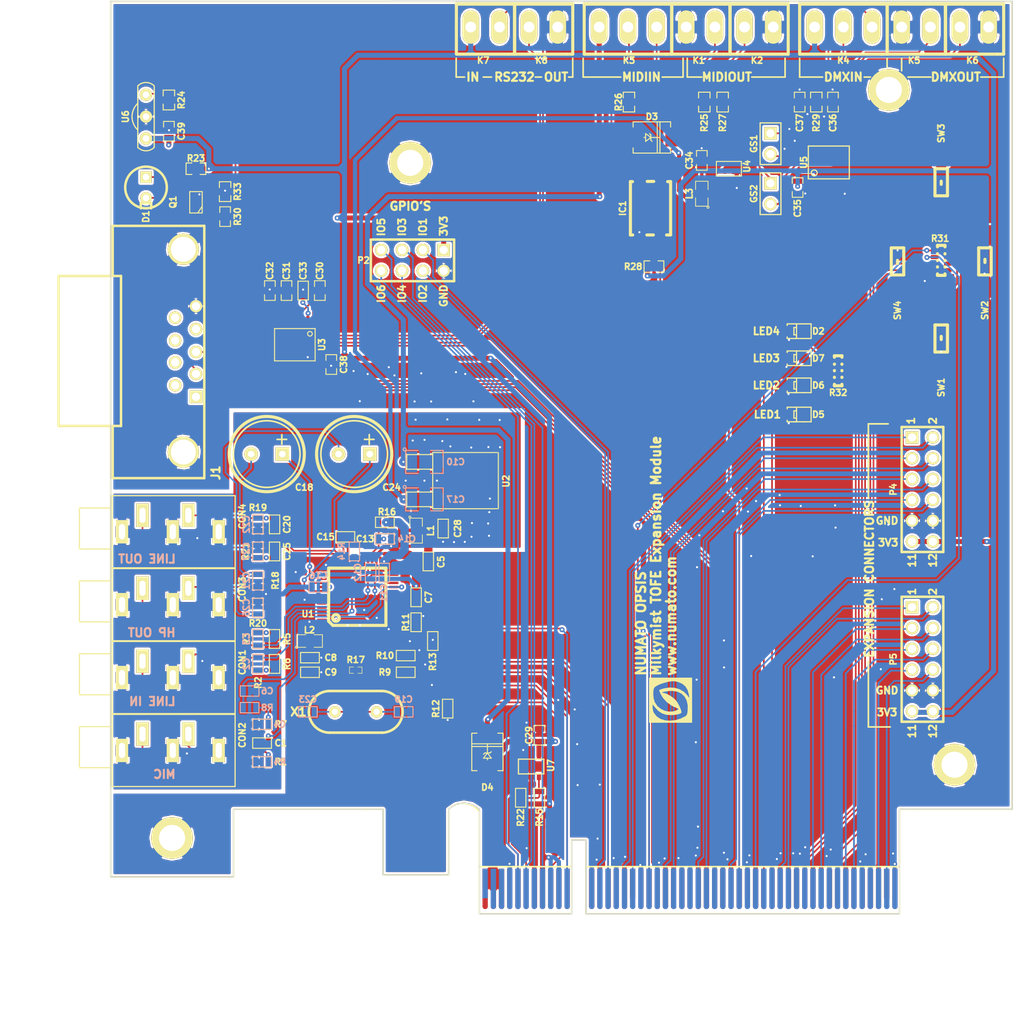
<source format=kicad_pcb>
(kicad_pcb (version 3) (host pcbnew "(2013-07-07 BZR 4022)-stable")
  (title_block (title "LM4550 AUDIO MODULE") (rev 1.0) (company "Numato Lab") (comment 1 http://www.numato.com) (comment 2 "License: CC BY-SA"))
  (layers (15 F.Cu signal) (0 B.Cu signal) (18 B.Paste user) (19 F.Paste user) (20 B.SilkS user) (21 F.SilkS user) (22 B.Mask user) (23 F.Mask user) (28 Edge.Cuts user))
  (net 0 "")
  (net 1 /12V)
  (net 2 /AC97_SDI)
  (net 3 /AC97_SDO)
  (net 4 /AGND)
  (net 5 /AUD5V0)
  (net 6 /AUDVREF)
  (net 7 /BIT-CLK)
  (net 8 /DMX-DATA_IN+)
  (net 9 /DMX-DATA_IN-)
  (net 10 /DMX-DATA_OUT+)
  (net 11 /DMX-DATA_OUT-)
  (net 12 /DMX_RX)
  (net 13 /DMX_TX)
  (net 14 /GND)
  (net 15 /GPIO0_N)
  (net 16 /GPIO0_P)
  (net 17 /GPIO1)
  (net 18 /GPIO1_N)
  (net 19 /GPIO1_P)
  (net 20 /GPIO2)
  (net 21 /GPIO2_N)
  (net 22 /GPIO2_P)
  (net 23 /GPIO3)
  (net 24 /GPIO3_N)
  (net 25 /GPIO3_P)
  (net 26 /GPIO4)
  (net 27 /GPIO4_N)
  (net 28 /GPIO4_P)
  (net 29 /GPIO5)
  (net 30 /GPIO5_N)
  (net 31 /GPIO5_P)
  (net 32 /GPIO6)
  (net 33 /GPIO6_N)
  (net 34 /GPIO6_P)
  (net 35 /GPIO7_N)
  (net 36 /GPIO7_P)
  (net 37 /IR_EN)
  (net 38 /IR_OUT)
  (net 39 /LED1)
  (net 40 /LED2)
  (net 41 /LED3)
  (net 42 /LED4)
  (net 43 /MIDI_IN_PIN4)
  (net 44 /MIDI_IN_PIN5)
  (net 45 /MIDI_OUT_PIN4)
  (net 46 /MIDI_OUT_PIN5)
  (net 47 /MIDI_RX)
  (net 48 /MIDI_TX)
  (net 49 /MIDI_VCC5V0)
  (net 50 /RESET)
  (net 51 /RS232-IN1)
  (net 52 /RS232-IN2)
  (net 53 /RS232-OUT1)
  (net 54 /RS232-OUT2)
  (net 55 /RS232-RX1)
  (net 56 /RS232-RX2)
  (net 57 /RS232-TX1)
  (net 58 /RS232-TX2)
  (net 59 /SCL)
  (net 60 /SDA)
  (net 61 /SW1)
  (net 62 /SW2)
  (net 63 /SW3)
  (net 64 /SW4)
  (net 65 /SYNC)
  (net 66 /VCC12V)
  (net 67 /VCC3V3)
  (net 68 /VCC5V0)
  (net 69 N-000001)
  (net 70 N-00000103)
  (net 71 N-00000104)
  (net 72 N-00000105)
  (net 73 N-00000106)
  (net 74 N-00000107)
  (net 75 N-00000109)
  (net 76 N-00000110)
  (net 77 N-00000111)
  (net 78 N-00000114)
  (net 79 N-00000115)
  (net 80 N-00000116)
  (net 81 N-00000120)
  (net 82 N-00000123)
  (net 83 N-00000124)
  (net 84 N-00000125)
  (net 85 N-00000126)
  (net 86 N-000002)
  (net 87 N-0000021)
  (net 88 N-0000022)
  (net 89 N-0000023)
  (net 90 N-0000024)
  (net 91 N-0000025)
  (net 92 N-0000027)
  (net 93 N-0000029)
  (net 94 N-000003)
  (net 95 N-0000033)
  (net 96 N-0000034)
  (net 97 N-0000035)
  (net 98 N-0000036)
  (net 99 N-0000038)
  (net 100 N-0000039)
  (net 101 N-000004)
  (net 102 N-0000040)
  (net 103 N-0000041)
  (net 104 N-0000043)
  (net 105 N-0000044)
  (net 106 N-0000047)
  (net 107 N-0000050)
  (net 108 N-0000070)
  (net 109 N-0000080)
  (net 110 N-0000081)
  (net 111 N-0000082)
  (net 112 N-0000083)
  (net 113 N-0000084)
  (net 114 N-0000085)
  (net 115 N-0000086)
  (net 116 N-0000089)
  (net 117 N-0000090)
  (module MH-4MM (layer F.Cu) (at 180.848 64.516)
    (fp_text reference 1PIN hide)
    (fp_text value P*** hide)
    (pad "" thru_hole circle (at 10.258 65.574) (size 5.08 5.08) (drill 3.18) (layers *.Cu *.Mask F.SilkS) (net 14 /GND))
  )
  (module SM0805 (layer F.Cu) (at 125.4125 101.5365 270)
    (fp_text reference L1 (at 0 -1.778 270) (layer F.SilkS) (effects (font (size 0.762 0.762) (thickness 0.1905))))
    (fp_text value 4.7uH hide)
    (pad 1 smd rect (at -0.9525 0 270) (size 0.889 1.397) (layers F.Cu F.Paste F.Mask) (net 68 /VCC5V0))
    (pad 2 smd rect (at 0.9525 0 270) (size 0.889 1.397) (layers F.Cu F.Paste F.Mask) (net 5 /AUD5V0))
  )
  (module SM0805 (layer F.Cu) (at 112.4585 114.9985)
    (fp_text reference L2 (at -0.0635 -1.3335) (layer F.SilkS) (effects (font (size 0.762 0.762) (thickness 0.1905))))
    (fp_text value 4.7uH hide)
    (pad 1 smd rect (at -0.9525 0) (size 0.889 1.397) (layers F.Cu F.Paste F.Mask) (net 67 /VCC3V3))
    (pad 2 smd rect (at 0.9525 0) (size 0.889 1.397) (layers F.Cu F.Paste F.Mask) (net 84 N-00000125))
  )
  (module SM0603 (layer F.Cu) (at 106.1085 110.9345 270)
    (fp_text reference R20 (at 1.905 0 360) (layer F.SilkS) (effects (font (size 0.762 0.762) (thickness 0.1905))))
    (fp_text value 10K hide)
    (pad 1 smd rect (at -0.762 0 270) (size 0.635 1.143) (layers F.Cu F.Paste F.Mask) (net 4 /AGND))
    (pad 2 smd rect (at 0.762 0 270) (size 0.635 1.143) (layers F.Cu F.Paste F.Mask) (net 102 N-0000040))
  )
  (module SM0603 (layer F.Cu) (at 106.1085 104.0765 270)
    (fp_text reference R21 (at 0 1.524 270) (layer F.SilkS) (effects (font (size 0.762 0.762) (thickness 0.1905))))
    (fp_text value 10K hide)
    (pad 1 smd rect (at -0.762 0 270) (size 0.635 1.143) (layers F.Cu F.Paste F.Mask) (net 4 /AGND))
    (pad 2 smd rect (at 0.762 0 270) (size 0.635 1.143) (layers F.Cu F.Paste F.Mask) (net 103 N-0000041))
  )
  (module SM0603 (layer B.Cu) (at 106.1085 100.7745 270)
    (fp_text reference C22 (at 0 1.397 270) (layer B.SilkS) (effects (font (size 0.762 0.762) (thickness 0.1905)) (justify mirror)))
    (fp_text value 220pF hide)
    (pad 1 smd rect (at -0.762 0 270) (size 0.635 1.143) (layers B.Cu B.Paste B.Mask) (net 104 N-0000043))
    (pad 2 smd rect (at 0.762 0 270) (size 0.635 1.143) (layers B.Cu B.Paste B.Mask) (net 4 /AGND))
  )
  (module SM0603 (layer F.Cu) (at 108.1405 100.7745 90)
    (fp_text reference C20 (at 0 1.524 90) (layer F.SilkS) (effects (font (size 0.762 0.762) (thickness 0.1905))))
    (fp_text value 1uF hide)
    (pad 1 smd rect (at -0.762 0 90) (size 0.635 1.143) (layers F.Cu F.Paste F.Mask) (net 96 N-0000034))
    (pad 2 smd rect (at 0.762 0 90) (size 0.635 1.143) (layers F.Cu F.Paste F.Mask) (net 104 N-0000043))
  )
  (module SM0603 (layer F.Cu) (at 108.1405 104.0765 270)
    (fp_text reference C25 (at 0 -1.524 270) (layer F.SilkS) (effects (font (size 0.762 0.762) (thickness 0.1905))))
    (fp_text value 1uF hide)
    (pad 1 smd rect (at -0.762 0 270) (size 0.635 1.143) (layers F.Cu F.Paste F.Mask) (net 97 N-0000035))
    (pad 2 smd rect (at 0.762 0 270) (size 0.635 1.143) (layers F.Cu F.Paste F.Mask) (net 103 N-0000041))
  )
  (module SM0603 (layer F.Cu) (at 106.1085 100.7745 90)
    (fp_text reference R19 (at 2.032 0 180) (layer F.SilkS) (effects (font (size 0.762 0.762) (thickness 0.1905))))
    (fp_text value 10K hide)
    (pad 1 smd rect (at -0.762 0 90) (size 0.635 1.143) (layers F.Cu F.Paste F.Mask) (net 4 /AGND))
    (pad 2 smd rect (at 0.762 0 90) (size 0.635 1.143) (layers F.Cu F.Paste F.Mask) (net 104 N-0000043))
  )
  (module SM0603 (layer B.Cu) (at 113.4872 108.4199 180)
    (fp_text reference C16 (at 0.0127 1.4224 180) (layer B.SilkS) (effects (font (size 0.762 0.762) (thickness 0.1905)) (justify mirror)))
    (fp_text value 1uF hide)
    (pad 1 smd rect (at -0.762 0 180) (size 0.635 1.143) (layers B.Cu B.Paste B.Mask) (net 100 N-0000039))
    (pad 2 smd rect (at 0.762 0 180) (size 0.635 1.143) (layers B.Cu B.Paste B.Mask) (net 4 /AGND))
  )
  (module SM0603 (layer B.Cu) (at 106.1085 110.9345 90)
    (fp_text reference C26 (at 0 -1.397 90) (layer B.SilkS) (effects (font (size 0.762 0.762) (thickness 0.1905)) (justify mirror)))
    (fp_text value 220pF hide)
    (pad 1 smd rect (at -0.762 0 90) (size 0.635 1.143) (layers B.Cu B.Paste B.Mask) (net 102 N-0000040))
    (pad 2 smd rect (at 0.762 0 90) (size 0.635 1.143) (layers B.Cu B.Paste B.Mask) (net 4 /AGND))
  )
  (module SM0603 (layer F.Cu) (at 126.90348 105.29316 270)
    (fp_text reference C5 (at 0.05334 -1.55702 270) (layer F.SilkS) (effects (font (size 0.762 0.762) (thickness 0.1905))))
    (fp_text value 0.1uF hide)
    (pad 1 smd rect (at -0.762 0 270) (size 0.635 1.143) (layers F.Cu F.Paste F.Mask) (net 5 /AUD5V0))
    (pad 2 smd rect (at 0.762 0 270) (size 0.635 1.143) (layers F.Cu F.Paste F.Mask) (net 4 /AGND))
  )
  (module SM0603 (layer B.Cu) (at 106.1085 107.6325 270)
    (fp_text reference C21 (at 0 1.397 270) (layer B.SilkS) (effects (font (size 0.762 0.762) (thickness 0.1905)) (justify mirror)))
    (fp_text value 220pF hide)
    (pad 1 smd rect (at -0.762 0 270) (size 0.635 1.143) (layers B.Cu B.Paste B.Mask) (net 88 N-0000022))
    (pad 2 smd rect (at 0.762 0 270) (size 0.635 1.143) (layers B.Cu B.Paste B.Mask) (net 4 /AGND))
  )
  (module SM0603 (layer F.Cu) (at 116.7765 102.2985)
    (fp_text reference C15 (at -2.413 0) (layer F.SilkS) (effects (font (size 0.762 0.762) (thickness 0.1905))))
    (fp_text value 22nF hide)
    (pad 1 smd rect (at -0.762 0) (size 0.635 1.143) (layers F.Cu F.Paste F.Mask) (net 91 N-0000025))
    (pad 2 smd rect (at 0.762 0) (size 0.635 1.143) (layers F.Cu F.Paste F.Mask) (net 90 N-0000024))
  )
  (module SM0603 (layer B.Cu) (at 106.1085 104.0765 90)
    (fp_text reference C27 (at 0 -1.397 90) (layer B.SilkS) (effects (font (size 0.762 0.762) (thickness 0.1905)) (justify mirror)))
    (fp_text value 220pF hide)
    (pad 1 smd rect (at -0.762 0 90) (size 0.635 1.143) (layers B.Cu B.Paste B.Mask) (net 103 N-0000041))
    (pad 2 smd rect (at 0.762 0 90) (size 0.635 1.143) (layers B.Cu B.Paste B.Mask) (net 4 /AGND))
  )
  (module SM0603 (layer B.Cu) (at 112.2045 123.6345 180)
    (fp_text reference C23 (at 0 1.524 180) (layer B.SilkS) (effects (font (size 0.762 0.762) (thickness 0.1905)) (justify mirror)))
    (fp_text value 20pF hide)
    (pad 1 smd rect (at -0.762 0 180) (size 0.635 1.143) (layers B.Cu B.Paste B.Mask) (net 82 N-00000123))
    (pad 2 smd rect (at 0.762 0 180) (size 0.635 1.143) (layers B.Cu B.Paste B.Mask) (net 14 /GND))
  )
  (module SM0603 (layer F.Cu) (at 106.6165 129.7305 180)
    (fp_text reference R1 (at -2.286 0 180) (layer F.SilkS) (effects (font (size 0.762 0.762) (thickness 0.1905))))
    (fp_text value 1K hide)
    (pad 1 smd rect (at -0.762 0 180) (size 0.635 1.143) (layers F.Cu F.Paste F.Mask) (net 95 N-0000033))
    (pad 2 smd rect (at 0.762 0 180) (size 0.635 1.143) (layers F.Cu F.Paste F.Mask) (net 86 N-000002))
  )
  (module SM0603 (layer F.Cu) (at 106.6165 127.4445)
    (fp_text reference C1 (at 2.286 0) (layer F.SilkS) (effects (font (size 0.762 0.762) (thickness 0.1905))))
    (fp_text value 1uF hide)
    (pad 1 smd rect (at -0.762 0) (size 0.635 1.143) (layers F.Cu F.Paste F.Mask) (net 95 N-0000033))
    (pad 2 smd rect (at 0.762 0) (size 0.635 1.143) (layers F.Cu F.Paste F.Mask) (net 98 N-0000036))
  )
  (module SM0603 (layer B.Cu) (at 106.6165 129.7305 180)
    (fp_text reference R4 (at -2.159 0 180) (layer B.SilkS) (effects (font (size 0.762 0.762) (thickness 0.1905)) (justify mirror)))
    (fp_text value 47K hide)
    (pad 1 smd rect (at -0.762 0 180) (size 0.635 1.143) (layers B.Cu B.Paste B.Mask) (net 95 N-0000033))
    (pad 2 smd rect (at 0.762 0 180) (size 0.635 1.143) (layers B.Cu B.Paste B.Mask) (net 4 /AGND))
  )
  (module SM0603 (layer F.Cu) (at 106.6165 125.1585)
    (fp_text reference R7 (at 2.286 0) (layer F.SilkS) (effects (font (size 0.762 0.762) (thickness 0.1905))))
    (fp_text value 47R hide)
    (pad 1 smd rect (at -0.762 0) (size 0.635 1.143) (layers F.Cu F.Paste F.Mask) (net 69 N-000001))
    (pad 2 smd rect (at 0.762 0) (size 0.635 1.143) (layers F.Cu F.Paste F.Mask) (net 99 N-0000038))
  )
  (module SM0603 (layer B.Cu) (at 105.0925 123.1265 180)
    (fp_text reference R8 (at -2.159 0 180) (layer B.SilkS) (effects (font (size 0.762 0.762) (thickness 0.1905)) (justify mirror)))
    (fp_text value 2.2K hide)
    (pad 1 smd rect (at -0.762 0 180) (size 0.635 1.143) (layers B.Cu B.Paste B.Mask) (net 99 N-0000038))
    (pad 2 smd rect (at 0.762 0 180) (size 0.635 1.143) (layers B.Cu B.Paste B.Mask) (net 6 /AUDVREF))
  )
  (module SM0603 (layer B.Cu) (at 106.6165 125.1585)
    (fp_text reference C4 (at 2.159 0) (layer B.SilkS) (effects (font (size 0.762 0.762) (thickness 0.1905)) (justify mirror)))
    (fp_text value 220pF hide)
    (pad 1 smd rect (at -0.762 0) (size 0.635 1.143) (layers B.Cu B.Paste B.Mask) (net 4 /AGND))
    (pad 2 smd rect (at 0.762 0) (size 0.635 1.143) (layers B.Cu B.Paste B.Mask) (net 99 N-0000038))
  )
  (module SM0603 (layer B.Cu) (at 105.0925 121.0945 180)
    (fp_text reference C6 (at -2.159 0 180) (layer B.SilkS) (effects (font (size 0.762 0.762) (thickness 0.1905)) (justify mirror)))
    (fp_text value 2.2uF hide)
    (pad 1 smd rect (at -0.762 0 180) (size 0.635 1.143) (layers B.Cu B.Paste B.Mask) (net 4 /AGND))
    (pad 2 smd rect (at 0.762 0 180) (size 0.635 1.143) (layers B.Cu B.Paste B.Mask) (net 6 /AUDVREF))
  )
  (module SM0603 (layer F.Cu) (at 124.1425 116.7765 180)
    (fp_text reference R10 (at 2.54 0 180) (layer F.SilkS) (effects (font (size 0.762 0.762) (thickness 0.1905))))
    (fp_text value 27.4 hide)
    (pad 1 smd rect (at -0.762 0 180) (size 0.635 1.143) (layers F.Cu F.Paste F.Mask) (net 2 /AC97_SDI))
    (pad 2 smd rect (at 0.762 0 180) (size 0.635 1.143) (layers F.Cu F.Paste F.Mask) (net 92 N-0000027))
  )
  (module SM0603 (layer B.Cu) (at 106.1085 114.7445 270)
    (fp_text reference C3 (at 0 1.397 270) (layer B.SilkS) (effects (font (size 0.762 0.762) (thickness 0.1905)) (justify mirror)))
    (fp_text value 1uF hide)
    (pad 1 smd rect (at -0.762 0 270) (size 0.635 1.143) (layers B.Cu B.Paste B.Mask) (net 85 N-00000126))
    (pad 2 smd rect (at 0.762 0 270) (size 0.635 1.143) (layers B.Cu B.Paste B.Mask) (net 94 N-000003))
  )
  (module SM0603 (layer F.Cu) (at 106.1085 117.7925 270)
    (fp_text reference R2 (at 2.29362 -0.04572 270) (layer F.SilkS) (effects (font (size 0.762 0.762) (thickness 0.1905))))
    (fp_text value 6.81K hide)
    (pad 1 smd rect (at -0.762 0 270) (size 0.635 1.143) (layers F.Cu F.Paste F.Mask) (net 79 N-00000115))
    (pad 2 smd rect (at 0.762 0 270) (size 0.635 1.143) (layers F.Cu F.Paste F.Mask) (net 80 N-00000116))
  )
  (module SM0603 (layer F.Cu) (at 106.1085 107.6325 90)
    (fp_text reference R18 (at 0 2.1336 90) (layer F.SilkS) (effects (font (size 0.762 0.762) (thickness 0.1905))))
    (fp_text value 10K hide)
    (pad 1 smd rect (at -0.762 0 90) (size 0.635 1.143) (layers F.Cu F.Paste F.Mask) (net 4 /AGND))
    (pad 2 smd rect (at 0.762 0 90) (size 0.635 1.143) (layers F.Cu F.Paste F.Mask) (net 88 N-0000022))
  )
  (module SM0603 (layer F.Cu) (at 106.1085 114.7445 90)
    (fp_text reference R3 (at 0 -1.397 90) (layer F.SilkS) (effects (font (size 0.762 0.762) (thickness 0.1905))))
    (fp_text value 6.81K hide)
    (pad 1 smd rect (at -0.762 0 90) (size 0.635 1.143) (layers F.Cu F.Paste F.Mask) (net 78 N-00000114))
    (pad 2 smd rect (at 0.762 0 90) (size 0.635 1.143) (layers F.Cu F.Paste F.Mask) (net 85 N-00000126))
  )
  (module SM0603 (layer F.Cu) (at 108.1405 114.7445 90)
    (fp_text reference R5 (at 0 1.524 90) (layer F.SilkS) (effects (font (size 0.762 0.762) (thickness 0.1905))))
    (fp_text value 6.81K hide)
    (pad 1 smd rect (at -0.762 0 90) (size 0.635 1.143) (layers F.Cu F.Paste F.Mask) (net 4 /AGND))
    (pad 2 smd rect (at 0.762 0 90) (size 0.635 1.143) (layers F.Cu F.Paste F.Mask) (net 85 N-00000126))
  )
  (module SM0603 (layer F.Cu) (at 108.1405 117.7925 270)
    (fp_text reference R6 (at 0 -1.524 270) (layer F.SilkS) (effects (font (size 0.762 0.762) (thickness 0.1905))))
    (fp_text value 6.81K hide)
    (pad 1 smd rect (at -0.762 0 270) (size 0.635 1.143) (layers F.Cu F.Paste F.Mask) (net 4 /AGND))
    (pad 2 smd rect (at 0.762 0 270) (size 0.635 1.143) (layers F.Cu F.Paste F.Mask) (net 80 N-00000116))
  )
  (module SM0603 (layer B.Cu) (at 106.1085 117.7925 90)
    (fp_text reference C2 (at 0 -1.397 90) (layer B.SilkS) (effects (font (size 0.762 0.762) (thickness 0.1905)) (justify mirror)))
    (fp_text value 1uF hide)
    (pad 1 smd rect (at -0.762 0 90) (size 0.635 1.143) (layers B.Cu B.Paste B.Mask) (net 80 N-00000116))
    (pad 2 smd rect (at 0.762 0 90) (size 0.635 1.143) (layers B.Cu B.Paste B.Mask) (net 101 N-000004))
  )
  (module SM0603 (layer B.Cu) (at 119.8626 106.65714 270)
    (fp_text reference C12 (at -0.04064 1.5621 270) (layer B.SilkS) (effects (font (size 0.762 0.762) (thickness 0.1905)) (justify mirror)))
    (fp_text value 1uF hide)
    (pad 1 smd rect (at -0.762 0 270) (size 0.635 1.143) (layers B.Cu B.Paste B.Mask) (net 5 /AUD5V0))
    (pad 2 smd rect (at 0.762 0 270) (size 0.635 1.143) (layers B.Cu B.Paste B.Mask) (net 4 /AGND))
  )
  (module SM0603 (layer B.Cu) (at 121.52376 106.65968 270)
    (fp_text reference C11 (at 2.49682 0.04826 270) (layer B.SilkS) (effects (font (size 0.762 0.762) (thickness 0.1905)) (justify mirror)))
    (fp_text value 0.1uF hide)
    (pad 1 smd rect (at -0.762 0 270) (size 0.635 1.143) (layers B.Cu B.Paste B.Mask) (net 5 /AUD5V0))
    (pad 2 smd rect (at 0.762 0 270) (size 0.635 1.143) (layers B.Cu B.Paste B.Mask) (net 4 /AGND))
  )
  (module SM0603 (layer F.Cu) (at 125.4125 109.6645 270)
    (fp_text reference C7 (at 0 -1.524 270) (layer F.SilkS) (effects (font (size 0.762 0.762) (thickness 0.1905))))
    (fp_text value 0.1uF hide)
    (pad 1 smd rect (at -0.762 0 270) (size 0.635 1.143) (layers F.Cu F.Paste F.Mask) (net 4 /AGND))
    (pad 2 smd rect (at 0.762 0 270) (size 0.635 1.143) (layers F.Cu F.Paste F.Mask) (net 81 N-00000120))
  )
  (module SM0603 (layer F.Cu) (at 124.1425 118.8085 180)
    (fp_text reference R9 (at 2.54 0 180) (layer F.SilkS) (effects (font (size 0.762 0.762) (thickness 0.1905))))
    (fp_text value 27.4 hide)
    (pad 1 smd rect (at -0.762 0 180) (size 0.635 1.143) (layers F.Cu F.Paste F.Mask) (net 7 /BIT-CLK))
    (pad 2 smd rect (at 0.762 0 180) (size 0.635 1.143) (layers F.Cu F.Paste F.Mask) (net 93 N-0000029))
  )
  (module SM0603 (layer F.Cu) (at 129.26314 123.24334 90)
    (fp_text reference R12 (at -0.01016 -1.43764 90) (layer F.SilkS) (effects (font (size 0.762 0.762) (thickness 0.1905))))
    (fp_text value 4.75K hide)
    (pad 1 smd rect (at -0.762 0 90) (size 0.635 1.143) (layers F.Cu F.Paste F.Mask) (net 14 /GND))
    (pad 2 smd rect (at 0.762 0 90) (size 0.635 1.143) (layers F.Cu F.Paste F.Mask) (net 3 /AC97_SDO))
  )
  (module SM0603 (layer F.Cu) (at 127.4445 114.9985 270)
    (fp_text reference R13 (at 2.54 0 270) (layer F.SilkS) (effects (font (size 0.762 0.762) (thickness 0.1905))))
    (fp_text value 4.75K hide)
    (pad 1 smd rect (at -0.762 0 270) (size 0.635 1.143) (layers F.Cu F.Paste F.Mask) (net 14 /GND))
    (pad 2 smd rect (at 0.762 0 270) (size 0.635 1.143) (layers F.Cu F.Paste F.Mask) (net 65 /SYNC))
  )
  (module SM0603 (layer F.Cu) (at 112.4585 118.8085)
    (fp_text reference C9 (at 2.54 0) (layer F.SilkS) (effects (font (size 0.762 0.762) (thickness 0.1905))))
    (fp_text value 1uF hide)
    (pad 1 smd rect (at -0.762 0) (size 0.635 1.143) (layers F.Cu F.Paste F.Mask) (net 67 /VCC3V3))
    (pad 2 smd rect (at 0.762 0) (size 0.635 1.143) (layers F.Cu F.Paste F.Mask) (net 14 /GND))
  )
  (module SM0603 (layer F.Cu) (at 125.4125 112.7125 270)
    (fp_text reference R11 (at 0 1.27 270) (layer F.SilkS) (effects (font (size 0.762 0.762) (thickness 0.1905))))
    (fp_text value 4.75K hide)
    (pad 1 smd rect (at -0.762 0 270) (size 0.635 1.143) (layers F.Cu F.Paste F.Mask) (net 14 /GND))
    (pad 2 smd rect (at 0.762 0 270) (size 0.635 1.143) (layers F.Cu F.Paste F.Mask) (net 50 /RESET))
  )
  (module SM0603 (layer B.Cu) (at 117.87632 104.0765 90)
    (fp_text reference R14 (at 0.02286 -1.56972 90) (layer B.SilkS) (effects (font (size 0.762 0.762) (thickness 0.1905)) (justify mirror)))
    (fp_text value 0R hide)
    (pad 1 smd rect (at -0.762 0 90) (size 0.635 1.143) (layers B.Cu B.Paste B.Mask) (net 14 /GND))
    (pad 2 smd rect (at 0.762 0 90) (size 0.635 1.143) (layers B.Cu B.Paste B.Mask) (net 4 /AGND))
  )
  (module SM0603 (layer F.Cu) (at 121.6025 102.5525)
    (fp_text reference C13 (at -2.413 0) (layer F.SilkS) (effects (font (size 0.762 0.762) (thickness 0.1905))))
    (fp_text value 0.1uF hide)
    (pad 1 smd rect (at -0.762 0) (size 0.635 1.143) (layers F.Cu F.Paste F.Mask) (net 87 N-0000021))
    (pad 2 smd rect (at 0.762 0) (size 0.635 1.143) (layers F.Cu F.Paste F.Mask) (net 4 /AGND))
  )
  (module SM0603 (layer B.Cu) (at 121.6025 102.5525)
    (fp_text reference C14 (at 2.667 0) (layer B.SilkS) (effects (font (size 0.762 0.762) (thickness 0.1905)) (justify mirror)))
    (fp_text value 3.3uF hide)
    (pad 1 smd rect (at -0.762 0) (size 0.635 1.143) (layers B.Cu B.Paste B.Mask) (net 87 N-0000021))
    (pad 2 smd rect (at 0.762 0) (size 0.635 1.143) (layers B.Cu B.Paste B.Mask) (net 4 /AGND))
  )
  (module SM0603 (layer B.Cu) (at 123.8885 123.6345)
    (fp_text reference C19 (at 0 -1.524) (layer B.SilkS) (effects (font (size 0.762 0.762) (thickness 0.1905)) (justify mirror)))
    (fp_text value 20pF hide)
    (pad 1 smd rect (at -0.762 0) (size 0.635 1.143) (layers B.Cu B.Paste B.Mask) (net 83 N-00000124))
    (pad 2 smd rect (at 0.762 0) (size 0.635 1.143) (layers B.Cu B.Paste B.Mask) (net 14 /GND))
  )
  (module HC-49V (layer F.Cu) (at 118.0465 123.6345 180)
    (fp_text reference X1 (at 6.985 0 180) (layer F.SilkS) (effects (font (size 1.016 1.016) (thickness 0.254))))
    (fp_text value CRYSTAL hide)
    (pad 1 thru_hole circle (at -2.54 0 180) (size 1.4224 1.4224) (drill 0.762) (layers *.Cu *.Mask F.SilkS) (net 83 N-00000124))
    (pad 2 thru_hole circle (at 2.54 0 180) (size 1.4224 1.4224) (drill 0.762) (layers *.Cu *.Mask F.SilkS) (net 82 N-00000123))
  )
  (module SM0603 (layer F.Cu) (at 121.6025 100.5205)
    (fp_text reference R16 (at 0.254 -1.27) (layer F.SilkS) (effects (font (size 0.762 0.762) (thickness 0.1905))))
    (fp_text value R hide)
    (pad 1 smd rect (at -0.762 0) (size 0.635 1.143) (layers F.Cu F.Paste F.Mask) (net 87 N-0000021))
    (pad 2 smd rect (at 0.762 0) (size 0.635 1.143) (layers F.Cu F.Paste F.Mask) (net 5 /AUD5V0))
  )
  (module SM0603 (layer F.Cu) (at 112.4585 117.0305)
    (fp_text reference C8 (at 2.54 0) (layer F.SilkS) (effects (font (size 0.762 0.762) (thickness 0.1905))))
    (fp_text value 0.1uF hide)
    (pad 1 smd rect (at -0.762 0) (size 0.635 1.143) (layers F.Cu F.Paste F.Mask) (net 67 /VCC3V3))
    (pad 2 smd rect (at 0.762 0) (size 0.635 1.143) (layers F.Cu F.Paste F.Mask) (net 14 /GND))
  )
  (module LQFP48 (layer F.Cu) (at 118.3005 109.6645)
    (fp_text reference U1 (at -6.0833 2.02946) (layer F.SilkS) (effects (font (size 0.762 0.762) (thickness 0.1905))))
    (fp_text value LM4550 hide)
    (pad 47 smd rect (at -4.3815 2.25044) (size 1.143 0.29972) (layers F.Cu F.Paste F.Mask))
    (pad 18 smd rect (at 4.3815 0.24892) (size 1.143 0.29972) (layers F.Cu F.Paste F.Mask) (net 81 N-00000120))
    (pad 17 smd rect (at 4.3815 0.7493) (size 1.143 0.29972) (layers F.Cu F.Paste F.Mask) (net 81 N-00000120))
    (pad 15 smd rect (at 4.3815 1.75006) (size 1.143 0.29972) (layers F.Cu F.Paste F.Mask) (net 81 N-00000120))
    (pad 16 smd rect (at 4.3815 1.24968) (size 1.143 0.29972) (layers F.Cu F.Paste F.Mask) (net 81 N-00000120))
    (pad 14 smd rect (at 4.3815 2.25044) (size 1.143 0.29972) (layers F.Cu F.Paste F.Mask) (net 81 N-00000120))
    (pad 13 smd rect (at 4.3815 2.75082) (size 1.143 0.29972) (layers F.Cu F.Paste F.Mask) (net 81 N-00000120))
    (pad 21 smd rect (at 4.3815 -1.24968) (size 1.143 0.29972) (layers F.Cu F.Paste F.Mask) (net 98 N-0000036))
    (pad 20 smd rect (at 4.3815 -0.7493) (size 1.143 0.29972) (layers F.Cu F.Paste F.Mask) (net 81 N-00000120))
    (pad 19 smd rect (at 4.3815 -0.24892) (size 1.143 0.29972) (layers F.Cu F.Paste F.Mask) (net 81 N-00000120))
    (pad 48 smd rect (at -4.3815 2.75082) (size 1.143 0.29972) (layers F.Cu F.Paste F.Mask))
    (pad 36 smd rect (at -2.75082 -4.3815) (size 0.29972 1.143) (layers F.Cu F.Paste F.Mask) (net 97 N-0000035))
    (pad 35 smd rect (at -2.25044 -4.3815) (size 0.29972 1.143) (layers F.Cu F.Paste F.Mask) (net 96 N-0000034))
    (pad 34 smd rect (at -1.75006 -4.3815) (size 0.29972 1.143) (layers F.Cu F.Paste F.Mask) (net 91 N-0000025))
    (pad 33 smd rect (at -1.24968 -4.3815) (size 0.29972 1.143) (layers F.Cu F.Paste F.Mask) (net 90 N-0000024))
    (pad 32 smd rect (at -0.7493 -4.3815) (size 0.29972 1.143) (layers F.Cu F.Paste F.Mask))
    (pad 31 smd rect (at -0.24892 -4.3815) (size 0.29972 1.143) (layers F.Cu F.Paste F.Mask))
    (pad 30 smd rect (at 0.24892 -4.3815) (size 0.254 1.143) (layers F.Cu F.Paste F.Mask))
    (pad 11 smd rect (at 2.25044 4.3815) (size 0.29972 1.143) (layers F.Cu F.Paste F.Mask) (net 50 /RESET))
    (pad 10 smd rect (at 1.75006 4.3815) (size 0.29972 1.143) (layers F.Cu F.Paste F.Mask) (net 65 /SYNC))
    (pad 9 smd rect (at 1.24968 4.3815) (size 0.29972 1.143) (layers F.Cu F.Paste F.Mask) (net 84 N-00000125))
    (pad 8 smd rect (at 0.7493 4.3815) (size 0.29972 1.143) (layers F.Cu F.Paste F.Mask) (net 92 N-0000027))
    (pad 7 smd rect (at 0.24892 4.3815) (size 0.29972 1.143) (layers F.Cu F.Paste F.Mask) (net 14 /GND))
    (pad 6 smd rect (at -0.24892 4.3815) (size 0.29972 1.143) (layers F.Cu F.Paste F.Mask) (net 93 N-0000029))
    (pad 5 smd rect (at -0.7493 4.3815) (size 0.29972 1.143) (layers F.Cu F.Paste F.Mask) (net 3 /AC97_SDO))
    (pad 4 smd rect (at -1.24968 4.3815) (size 0.29972 1.143) (layers F.Cu F.Paste F.Mask) (net 14 /GND))
    (pad 3 smd rect (at -1.75006 4.3815) (size 0.29972 1.143) (layers F.Cu F.Paste F.Mask) (net 83 N-00000124))
    (pad 2 smd rect (at -2.25044 4.3815) (size 0.29972 1.143) (layers F.Cu F.Paste F.Mask) (net 82 N-00000123))
    (pad 1 smd rect (at -2.75082 4.3815) (size 0.29972 1.143) (layers F.Cu F.Paste F.Mask) (net 84 N-00000125))
    (pad 12 smd rect (at 2.75082 4.3815) (size 0.29972 1.143) (layers F.Cu F.Paste F.Mask) (net 81 N-00000120))
    (pad 25 smd rect (at 2.75082 -4.3815) (size 0.29972 1.143) (layers F.Cu F.Paste F.Mask) (net 5 /AUD5V0))
    (pad 26 smd rect (at 2.25044 -4.3815) (size 0.29972 1.143) (layers F.Cu F.Paste F.Mask) (net 4 /AGND))
    (pad 27 smd rect (at 1.75006 -4.3815) (size 0.29972 1.143) (layers F.Cu F.Paste F.Mask) (net 87 N-0000021))
    (pad 28 smd rect (at 1.24968 -4.3815) (size 0.29972 1.143) (layers F.Cu F.Paste F.Mask) (net 6 /AUDVREF))
    (pad 29 smd rect (at 0.7493 -4.3815) (size 0.29972 1.143) (layers F.Cu F.Paste F.Mask))
    (pad 22 smd rect (at 4.3815 -1.75006) (size 1.143 0.29972) (layers F.Cu F.Paste F.Mask) (net 81 N-00000120))
    (pad 23 smd rect (at 4.3815 -2.25044) (size 1.143 0.29972) (layers F.Cu F.Paste F.Mask) (net 101 N-000004))
    (pad 24 smd rect (at 4.3815 -2.75082) (size 1.143 0.29972) (layers F.Cu F.Paste F.Mask) (net 94 N-000003))
    (pad 46 smd rect (at -4.3815 1.75006) (size 1.143 0.29972) (layers F.Cu F.Paste F.Mask))
    (pad 45 smd rect (at -4.3815 1.24968) (size 1.143 0.29972) (layers F.Cu F.Paste F.Mask))
    (pad 44 smd rect (at -4.3815 0.7493) (size 1.143 0.29972) (layers F.Cu F.Paste F.Mask))
    (pad 43 smd rect (at -4.3815 0.24892) (size 1.143 0.29972) (layers F.Cu F.Paste F.Mask))
    (pad 42 smd rect (at -4.3815 -0.24892) (size 1.143 0.29972) (layers F.Cu F.Paste F.Mask))
    (pad 41 smd rect (at -4.3815 -0.7493) (size 1.143 0.29972) (layers F.Cu F.Paste F.Mask) (net 89 N-0000023))
    (pad 40 smd rect (at -4.3815 -1.24968) (size 1.143 0.29972) (layers F.Cu F.Paste F.Mask) (net 100 N-0000039))
    (pad 39 smd rect (at -4.3815 -1.75006) (size 1.143 0.29972) (layers F.Cu F.Paste F.Mask) (net 105 N-0000044))
    (pad 38 smd rect (at -4.3815 -2.25044) (size 1.143 0.29972) (layers F.Cu F.Paste F.Mask))
    (pad 37 smd rect (at -4.3815 -2.75082) (size 1.143 0.29972) (layers F.Cu F.Paste F.Mask))
  )
  (module SM0402 (layer F.Cu) (at 118.0465 118.5545 180)
    (fp_text reference R17 (at 0 1.27 180) (layer F.SilkS) (effects (font (size 0.762 0.762) (thickness 0.1905))))
    (fp_text value 1M hide)
    (pad 1 smd rect (at -0.44958 0 180) (size 0.39878 0.59944) (layers F.Cu F.Paste F.Mask) (net 83 N-00000124))
    (pad 2 smd rect (at 0.44958 0 180) (size 0.39878 0.59944) (layers F.Cu F.Paste F.Mask) (net 82 N-00000123))
  )
  (module LOGO (layer F.Cu) (at 156.464 122.174 270)
    (fp_text reference G*** hide)
    (fp_text value LOGO hide)
  )
  (module SM0603 (layer F.Cu) (at 128.7145 101.2825 270)
    (fp_text reference C28 (at 0 -1.778 270) (layer F.SilkS) (effects (font (size 0.762 0.762) (thickness 0.1905))))
    (fp_text value 0.1uF hide)
    (pad 1 smd rect (at -0.762 0 270) (size 0.635 1.143) (layers F.Cu F.Paste F.Mask) (net 68 /VCC5V0))
    (pad 2 smd rect (at 0.762 0 270) (size 0.635 1.143) (layers F.Cu F.Paste F.Mask) (net 4 /AGND))
  )
  (module SM1210 (layer B.Cu) (at 126.4285 93.1545)
    (fp_text reference C10 (at 3.81 0) (layer B.SilkS) (effects (font (size 0.762 0.762) (thickness 0.1905)) (justify mirror)))
    (fp_text value 100uF hide)
    (pad 1 smd rect (at -1.524 0) (size 1.27 2.54) (layers B.Cu B.Paste B.Mask) (net 66 /VCC12V))
    (pad 2 smd rect (at 1.524 0) (size 1.27 2.54) (layers B.Cu B.Paste B.Mask) (net 4 /AGND))
  )
  (module SM1210 (layer B.Cu) (at 126.4285 97.7265)
    (fp_text reference C17 (at 3.81 0) (layer B.SilkS) (effects (font (size 0.762 0.762) (thickness 0.1905)) (justify mirror)))
    (fp_text value 100uF hide)
    (pad 1 smd rect (at -1.524 0) (size 1.27 2.54) (layers B.Cu B.Paste B.Mask) (net 68 /VCC5V0))
    (pad 2 smd rect (at 1.524 0) (size 1.27 2.54) (layers B.Cu B.Paste B.Mask) (net 4 /AGND))
  )
  (module DPAK2 (layer F.Cu) (at 125.9205 95.4405 270)
    (fp_text reference U2 (at 0.0635 -10.4775 270) (layer F.SilkS) (effects (font (size 0.762 0.762) (thickness 0.1905))))
    (fp_text value 7805_N hide)
    (pad 1 smd rect (at -2.286 0 270) (size 1.651 3.048) (layers F.Cu F.Paste F.Mask) (net 66 /VCC12V))
    (pad 2 smd rect (at 0 -6.35 270) (size 6.096 6.096) (layers F.Cu F.Paste F.Mask) (net 4 /AGND))
    (pad 3 smd rect (at 2.286 0 270) (size 1.651 3.048) (layers F.Cu F.Paste F.Mask) (net 68 /VCC5V0))
  )
  (module C_Electrolytic (layer F.Cu) (at 107.188 92.202 180)
    (fp_text reference C18 (at -4.572 -4.064 180) (layer F.SilkS) (effects (font (size 0.762 0.762) (thickness 0.1905))))
    (fp_text value 220uF hide)
    (fp_text user + (at -1.8415 1.905 180) (layer F.SilkS) (effects (font (size 1.524 1.524) (thickness 0.2032))))
    (pad 1 thru_hole rect (at -1.905 0 180) (size 1.651 1.651) (drill 0.8128) (layers *.Cu *.Mask F.SilkS) (net 105 N-0000044))
    (pad 2 thru_hole circle (at 1.905 0 180) (size 1.651 1.651) (drill 0.8128) (layers *.Cu *.Mask F.SilkS) (net 88 N-0000022))
  )
  (module C_Electrolytic (layer F.Cu) (at 117.856 92.202 180)
    (fp_text reference C24 (at -4.572 -4.064 180) (layer F.SilkS) (effects (font (size 0.762 0.762) (thickness 0.1905))))
    (fp_text value 220uF hide)
    (fp_text user + (at -1.8415 1.905 180) (layer F.SilkS) (effects (font (size 1.524 1.524) (thickness 0.2032))))
    (pad 1 thru_hole rect (at -1.905 0 180) (size 1.651 1.651) (drill 0.8128) (layers *.Cu *.Mask F.SilkS) (net 89 N-0000023))
    (pad 2 thru_hole circle (at 1.905 0 180) (size 1.651 1.651) (drill 0.8128) (layers *.Cu *.Mask F.SilkS) (net 102 N-0000040))
  )
  (module 3.5MM_Stereo_Jack_Socket (layer F.Cu) (at 88.3285 127.4445)
    (fp_text reference CON2 (at 15.875 -0.9652 90) (layer F.SilkS) (effects (font (size 0.762 0.762) (thickness 0.1905))))
    (fp_text value AUDIO_JACK_3535NG hide)
    (pad 1 thru_hole rect (at 1.2 0.9) (size 1.5 2.85) (drill oval 0.75 1.85) (layers *.Cu *.Mask F.SilkS) (net 4 /AGND))
    (pad 2 thru_hole rect (at 3.7 -1.1) (size 1.5 2.85) (drill oval 0.75 1.85) (layers *.Cu *.Mask F.SilkS) (net 86 N-000002))
    (pad 5 thru_hole rect (at 7.4 0.9) (size 1.5 2.85) (drill oval 0.75 1.85) (layers *.Cu *.Mask F.SilkS) (net 4 /AGND))
    (pad 3 thru_hole rect (at 9.3 -1.1) (size 1.5 2.85) (drill oval 0.75 1.85) (layers *.Cu *.Mask F.SilkS) (net 69 N-000001))
    (pad 4 thru_hole rect (at 13 0.9) (size 1.5 2.85) (drill oval 0.75 1.85) (layers *.Cu *.Mask F.SilkS) (net 4 /AGND))
  )
  (module 3.5MM_Stereo_Jack_Socket (layer F.Cu) (at 88.3285 118.5545)
    (fp_text reference CON1 (at 15.875 -0.9652 90) (layer F.SilkS) (effects (font (size 0.762 0.762) (thickness 0.1905))))
    (fp_text value AUDIO_JACK_3535NG hide)
    (pad 1 thru_hole rect (at 1.2 0.9) (size 1.5 2.85) (drill oval 0.75 1.85) (layers *.Cu *.Mask F.SilkS) (net 4 /AGND))
    (pad 2 thru_hole rect (at 3.7 -1.1) (size 1.5 2.85) (drill oval 0.75 1.85) (layers *.Cu *.Mask F.SilkS) (net 79 N-00000115))
    (pad 5 thru_hole rect (at 7.4 0.9) (size 1.5 2.85) (drill oval 0.75 1.85) (layers *.Cu *.Mask F.SilkS) (net 4 /AGND))
    (pad 3 thru_hole rect (at 9.3 -1.1) (size 1.5 2.85) (drill oval 0.75 1.85) (layers *.Cu *.Mask F.SilkS) (net 78 N-00000114))
    (pad 4 thru_hole rect (at 13 0.9) (size 1.5 2.85) (drill oval 0.75 1.85) (layers *.Cu *.Mask F.SilkS) (net 4 /AGND))
  )
  (module 3.5MM_Stereo_Jack_Socket (layer F.Cu) (at 88.3285 109.6645)
    (fp_text reference CON3 (at 15.875 -0.9652 90) (layer F.SilkS) (effects (font (size 0.762 0.762) (thickness 0.1905))))
    (fp_text value AUDIO_JACK_3535NG hide)
    (pad 1 thru_hole rect (at 1.2 0.9) (size 1.5 2.85) (drill oval 0.75 1.85) (layers *.Cu *.Mask F.SilkS) (net 4 /AGND))
    (pad 2 thru_hole rect (at 3.7 -1.1) (size 1.5 2.85) (drill oval 0.75 1.85) (layers *.Cu *.Mask F.SilkS) (net 102 N-0000040))
    (pad 5 thru_hole rect (at 7.4 0.9) (size 1.5 2.85) (drill oval 0.75 1.85) (layers *.Cu *.Mask F.SilkS) (net 4 /AGND))
    (pad 3 thru_hole rect (at 9.3 -1.1) (size 1.5 2.85) (drill oval 0.75 1.85) (layers *.Cu *.Mask F.SilkS) (net 88 N-0000022))
    (pad 4 thru_hole rect (at 13 0.9) (size 1.5 2.85) (drill oval 0.75 1.85) (layers *.Cu *.Mask F.SilkS) (net 4 /AGND))
  )
  (module 3.5MM_Stereo_Jack_Socket (layer F.Cu) (at 88.3285 100.7745)
    (fp_text reference CON4 (at 15.875 -0.9652 90) (layer F.SilkS) (effects (font (size 0.762 0.762) (thickness 0.1905))))
    (fp_text value AUDIO_JACK_3535NG hide)
    (pad 1 thru_hole rect (at 1.2 0.9) (size 1.5 2.85) (drill oval 0.75 1.85) (layers *.Cu *.Mask F.SilkS) (net 4 /AGND))
    (pad 2 thru_hole rect (at 3.7 -1.1) (size 1.5 2.85) (drill oval 0.75 1.85) (layers *.Cu *.Mask F.SilkS) (net 103 N-0000041))
    (pad 5 thru_hole rect (at 7.4 0.9) (size 1.5 2.85) (drill oval 0.75 1.85) (layers *.Cu *.Mask F.SilkS) (net 4 /AGND))
    (pad 3 thru_hole rect (at 9.3 -1.1) (size 1.5 2.85) (drill oval 0.75 1.85) (layers *.Cu *.Mask F.SilkS) (net 104 N-0000043))
    (pad 4 thru_hole rect (at 13 0.9) (size 1.5 2.85) (drill oval 0.75 1.85) (layers *.Cu *.Mask F.SilkS) (net 4 /AGND))
  )
  (module ssop-16 (layer F.Cu) (at 110.617 78.867 180)
    (fp_text reference U3 (at -3.302 0 270) (layer F.SilkS) (effects (font (size 0.762 0.762) (thickness 0.1905))))
    (fp_text value ST3232CDR hide)
    (pad 4 smd rect (at -0.3175 2.667 180) (size 0.4064 1.651) (layers F.Cu F.Paste F.Mask) (net 73 N-00000106))
    (pad 5 smd rect (at 0.3175 2.667 180) (size 0.4064 1.651) (layers F.Cu F.Paste F.Mask) (net 72 N-00000105))
    (pad 6 smd rect (at 0.9525 2.667 180) (size 0.4064 1.651) (layers F.Cu F.Paste F.Mask) (net 76 N-00000110))
    (pad 7 smd rect (at 1.5875 2.667 180) (size 0.4064 1.651) (layers F.Cu F.Paste F.Mask) (net 54 /RS232-OUT2))
    (pad 16 smd rect (at -2.2225 -2.667 180) (size 0.4064 1.651) (layers F.Cu F.Paste F.Mask) (net 67 /VCC3V3))
    (pad 1 smd rect (at -2.2225 2.667 180) (size 0.4064 1.651) (layers F.Cu F.Paste F.Mask) (net 70 N-00000103))
    (pad 2 smd rect (at -1.5875 2.667 180) (size 0.4064 1.651) (layers F.Cu F.Paste F.Mask) (net 71 N-00000104))
    (pad 3 smd rect (at -0.9525 2.667 180) (size 0.4064 1.651) (layers F.Cu F.Paste F.Mask) (net 74 N-00000107))
    (pad 9 smd rect (at 2.2225 -2.667 180) (size 0.4064 1.651) (layers F.Cu F.Paste F.Mask) (net 56 /RS232-RX2))
    (pad 10 smd rect (at 1.5875 -2.667 180) (size 0.4064 1.651) (layers F.Cu F.Paste F.Mask) (net 58 /RS232-TX2))
    (pad 11 smd rect (at 0.9525 -2.667 180) (size 0.4064 1.651) (layers F.Cu F.Paste F.Mask) (net 57 /RS232-TX1))
    (pad 12 smd rect (at 0.3175 -2.667 180) (size 0.4064 1.651) (layers F.Cu F.Paste F.Mask) (net 55 /RS232-RX1))
    (pad 13 smd rect (at -0.3175 -2.667 180) (size 0.4064 1.651) (layers F.Cu F.Paste F.Mask) (net 51 /RS232-IN1))
    (pad 14 smd rect (at -0.9525 -2.667 180) (size 0.4064 1.651) (layers F.Cu F.Paste F.Mask) (net 53 /RS232-OUT1))
    (pad 8 smd rect (at 2.2225 2.667 180) (size 0.4064 1.651) (layers F.Cu F.Paste F.Mask) (net 52 /RS232-IN2))
    (pad 15 smd rect (at -1.5875 -2.667 180) (size 0.4064 1.651) (layers F.Cu F.Paste F.Mask) (net 14 /GND))
  )
  (module SMD_PC817 (layer F.Cu) (at 153.924 62.23 180)
    (fp_text reference IC1 (at 3.302 0 270) (layer F.SilkS) (effects (font (size 0.762 0.762) (thickness 0.1905))))
    (fp_text value PC817 hide)
    (pad 4 smd rect (at -1.27 -4.2672 180) (size 1.27 1.778) (layers F.Cu F.Paste F.Mask) (net 47 /MIDI_RX))
    (pad 1 smd rect (at -1.27 4.2672 180) (size 1.27 1.778) (layers F.Cu F.Paste F.Mask) (net 77 N-00000111))
    (pad 3 smd rect (at 1.27 -4.2672 180) (size 1.27 1.778) (layers F.Cu F.Paste F.Mask) (net 14 /GND))
    (pad 2 smd rect (at 1.27 4.2672 180) (size 1.27 1.778) (layers F.Cu F.Paste F.Mask) (net 44 /MIDI_IN_PIN5))
  )
  (module SM0603_Capa (layer F.Cu) (at 109.601 72.263 90)
    (fp_text reference C31 (at 2.413 0 90) (layer F.SilkS) (effects (font (size 0.762 0.762) (thickness 0.1905))))
    (fp_text value 0.1uF hide)
    (pad 1 smd rect (at -0.762 0 90) (size 0.635 1.143) (layers F.Cu F.Paste F.Mask) (net 72 N-00000105))
    (pad 2 smd rect (at 0.762 0 90) (size 0.635 1.143) (layers F.Cu F.Paste F.Mask) (net 73 N-00000106))
  )
  (module SM0603_Capa (layer F.Cu) (at 113.665 72.263 270)
    (fp_text reference C30 (at -2.413 0 270) (layer F.SilkS) (effects (font (size 0.762 0.762) (thickness 0.1905))))
    (fp_text value 0.1uF hide)
    (pad 1 smd rect (at -0.762 0 270) (size 0.635 1.143) (layers F.Cu F.Paste F.Mask) (net 74 N-00000107))
    (pad 2 smd rect (at 0.762 0 270) (size 0.635 1.143) (layers F.Cu F.Paste F.Mask) (net 70 N-00000103))
  )
  (module SM0603_Capa (layer F.Cu) (at 140.462 126.492 90)
    (fp_text reference C29 (at 0 -1.27 90) (layer F.SilkS) (effects (font (size 0.762 0.762) (thickness 0.1905))))
    (fp_text value 0.1uF hide)
    (pad 1 smd rect (at -0.762 0 90) (size 0.635 1.143) (layers F.Cu F.Paste F.Mask) (net 67 /VCC3V3))
    (pad 2 smd rect (at 0.762 0 90) (size 0.635 1.143) (layers F.Cu F.Paste F.Mask) (net 14 /GND))
  )
  (module SM0603_Capa (layer F.Cu) (at 172.212 49.276 270)
    (fp_text reference C37 (at 2.54 0 270) (layer F.SilkS) (effects (font (size 0.762 0.762) (thickness 0.1905))))
    (fp_text value 15pF hide)
    (pad 1 smd rect (at -0.762 0 270) (size 0.635 1.143) (layers F.Cu F.Paste F.Mask) (net 14 /GND))
    (pad 2 smd rect (at 0.762 0 270) (size 0.635 1.143) (layers F.Cu F.Paste F.Mask) (net 8 /DMX-DATA_IN+))
  )
  (module SM0603_Capa (layer F.Cu) (at 176.276 49.276 270)
    (fp_text reference C36 (at 2.54 0 270) (layer F.SilkS) (effects (font (size 0.762 0.762) (thickness 0.1905))))
    (fp_text value 15pF hide)
    (pad 1 smd rect (at -0.762 0 270) (size 0.635 1.143) (layers F.Cu F.Paste F.Mask) (net 14 /GND))
    (pad 2 smd rect (at 0.762 0 270) (size 0.635 1.143) (layers F.Cu F.Paste F.Mask) (net 9 /DMX-DATA_IN-))
  )
  (module SM0603_Capa (layer F.Cu) (at 107.569 72.263 270)
    (fp_text reference C32 (at -2.413 0 270) (layer F.SilkS) (effects (font (size 0.762 0.762) (thickness 0.1905))))
    (fp_text value 0.1uF hide)
    (pad 1 smd rect (at -0.762 0 270) (size 0.635 1.143) (layers F.Cu F.Paste F.Mask) (net 14 /GND))
    (pad 2 smd rect (at 0.762 0 270) (size 0.635 1.143) (layers F.Cu F.Paste F.Mask) (net 76 N-00000110))
  )
  (module SM0603 (layer F.Cu) (at 138.176 134.112 270)
    (fp_text reference R22 (at 2.413 0 270) (layer F.SilkS) (effects (font (size 0.762 0.762) (thickness 0.1905))))
    (fp_text value 10K hide)
    (pad 1 smd rect (at -0.762 0 270) (size 0.635 1.143) (layers F.Cu F.Paste F.Mask) (net 59 /SCL))
    (pad 2 smd rect (at 0.762 0 270) (size 0.635 1.143) (layers F.Cu F.Paste F.Mask) (net 67 /VCC3V3))
  )
  (module SM0603 (layer F.Cu) (at 140.462 134.112 270)
    (fp_text reference R15 (at 2.413 0 270) (layer F.SilkS) (effects (font (size 0.762 0.762) (thickness 0.1905))))
    (fp_text value 10K hide)
    (pad 1 smd rect (at -0.762 0 270) (size 0.635 1.143) (layers F.Cu F.Paste F.Mask) (net 60 /SDA))
    (pad 2 smd rect (at 0.762 0 270) (size 0.635 1.143) (layers F.Cu F.Paste F.Mask) (net 67 /VCC3V3))
  )
  (module RES_NET4 (layer F.Cu) (at 176.911 82.042 270)
    (fp_text reference R32 (at 2.667 0 360) (layer F.SilkS) (effects (font (size 0.762 0.762) (thickness 0.1905))))
    (fp_text value 10K hide)
    (pad 1 smd rect (at -1.19888 -0.79756 270) (size 0.508 0.9144) (layers F.Cu F.Paste F.Mask) (net 42 /LED4))
    (pad 2 smd rect (at -1.19888 0.79756 270) (size 0.508 0.9144) (layers F.Cu F.Paste F.Mask) (net 75 N-00000109))
    (pad 3 smd rect (at -0.39878 -0.79756 270) (size 0.508 0.9144) (layers F.Cu F.Paste F.Mask) (net 41 /LED3))
    (pad 4 smd rect (at -0.39878 0.79756 270) (size 0.508 0.9144) (layers F.Cu F.Paste F.Mask) (net 112 N-0000083))
    (pad 5 smd rect (at 0.39878 -0.79756 270) (size 0.508 0.9144) (layers F.Cu F.Paste F.Mask) (net 40 /LED2))
    (pad 6 smd rect (at 0.39878 0.79756 270) (size 0.508 0.9144) (layers F.Cu F.Paste F.Mask) (net 113 N-0000084))
    (pad 7 smd rect (at 1.19888 -0.79756 270) (size 0.508 0.9144) (layers F.Cu F.Paste F.Mask) (net 39 /LED1))
    (pad 8 smd rect (at 1.19888 0.79756 270) (size 0.508 0.9144) (layers F.Cu F.Paste F.Mask) (net 114 N-0000085))
  )
  (module RES_NET4 (layer F.Cu) (at 189.484 68.58 90)
    (fp_text reference R31 (at 2.667 -0.127 180) (layer F.SilkS) (effects (font (size 0.762 0.762) (thickness 0.1905))))
    (fp_text value 680R hide)
    (pad 1 smd rect (at -1.19888 -0.79756 90) (size 0.508 0.9144) (layers F.Cu F.Paste F.Mask) (net 64 /SW4))
    (pad 2 smd rect (at -1.19888 0.79756 90) (size 0.508 0.9144) (layers F.Cu F.Paste F.Mask) (net 107 N-0000050))
    (pad 3 smd rect (at -0.39878 -0.79756 90) (size 0.508 0.9144) (layers F.Cu F.Paste F.Mask) (net 63 /SW3))
    (pad 4 smd rect (at -0.39878 0.79756 90) (size 0.508 0.9144) (layers F.Cu F.Paste F.Mask) (net 115 N-0000086))
    (pad 5 smd rect (at 0.39878 -0.79756 90) (size 0.508 0.9144) (layers F.Cu F.Paste F.Mask) (net 62 /SW2))
    (pad 6 smd rect (at 0.39878 0.79756 90) (size 0.508 0.9144) (layers F.Cu F.Paste F.Mask) (net 116 N-0000089))
    (pad 7 smd rect (at 1.19888 -0.79756 90) (size 0.508 0.9144) (layers F.Cu F.Paste F.Mask) (net 61 /SW1))
    (pad 8 smd rect (at 1.19888 0.79756 90) (size 0.508 0.9144) (layers F.Cu F.Paste F.Mask) (net 117 N-0000090))
  )
  (module pin_array_6x2 (layer F.Cu) (at 187.198 96.52 270)
    (fp_text reference P4 (at 0 3.556 270) (layer F.SilkS) (effects (font (size 0.762 0.762) (thickness 0.1905))))
    (fp_text value CONN_6X2 hide)
    (pad 1 thru_hole rect (at -6.35 1.27 270) (size 1.524 1.524) (drill 1.016) (layers *.Cu *.Mask F.SilkS) (net 36 /GPIO7_P))
    (pad 2 thru_hole circle (at -6.35 -1.27 270) (size 1.524 1.524) (drill 1.016) (layers *.Cu *.Mask F.SilkS) (net 35 /GPIO7_N))
    (pad 3 thru_hole circle (at -3.81 1.27 270) (size 1.524 1.524) (drill 1.016) (layers *.Cu *.Mask F.SilkS) (net 34 /GPIO6_P))
    (pad 4 thru_hole circle (at -3.81 -1.27 270) (size 1.524 1.524) (drill 1.016) (layers *.Cu *.Mask F.SilkS) (net 33 /GPIO6_N))
    (pad 5 thru_hole circle (at -1.27 1.27 270) (size 1.524 1.524) (drill 1.016) (layers *.Cu *.Mask F.SilkS) (net 31 /GPIO5_P))
    (pad 6 thru_hole circle (at -1.27 -1.27 270) (size 1.524 1.524) (drill 1.016) (layers *.Cu *.Mask F.SilkS) (net 30 /GPIO5_N))
    (pad 7 thru_hole circle (at 1.27 1.27 270) (size 1.524 1.524) (drill 1.016) (layers *.Cu *.Mask F.SilkS) (net 28 /GPIO4_P))
    (pad 8 thru_hole circle (at 1.27 -1.27 270) (size 1.524 1.524) (drill 1.016) (layers *.Cu *.Mask F.SilkS) (net 27 /GPIO4_N))
    (pad 9 thru_hole circle (at 3.81 1.27 270) (size 1.524 1.524) (drill 1.016) (layers *.Cu *.Mask F.SilkS) (net 14 /GND))
    (pad 10 thru_hole circle (at 3.81 -1.27 270) (size 1.524 1.524) (drill 1.016) (layers *.Cu *.Mask F.SilkS) (net 14 /GND))
    (pad 11 thru_hole circle (at 6.35 1.27 270) (size 1.524 1.524) (drill 1.016) (layers *.Cu *.Mask F.SilkS) (net 67 /VCC3V3))
    (pad 12 thru_hole circle (at 6.35 -1.27 270) (size 1.524 1.524) (drill 1.016) (layers *.Cu *.Mask F.SilkS) (net 67 /VCC3V3))
  )
  (module pin_array_6x2 (layer F.Cu) (at 187.198 117.221 270)
    (fp_text reference P5 (at 0 3.556 270) (layer F.SilkS) (effects (font (size 0.762 0.762) (thickness 0.1905))))
    (fp_text value CONN_6X2 hide)
    (pad 1 thru_hole rect (at -6.35 1.27 270) (size 1.524 1.524) (drill 1.016) (layers *.Cu *.Mask F.SilkS) (net 25 /GPIO3_P))
    (pad 2 thru_hole circle (at -6.35 -1.27 270) (size 1.524 1.524) (drill 1.016) (layers *.Cu *.Mask F.SilkS) (net 24 /GPIO3_N))
    (pad 3 thru_hole circle (at -3.81 1.27 270) (size 1.524 1.524) (drill 1.016) (layers *.Cu *.Mask F.SilkS) (net 22 /GPIO2_P))
    (pad 4 thru_hole circle (at -3.81 -1.27 270) (size 1.524 1.524) (drill 1.016) (layers *.Cu *.Mask F.SilkS) (net 21 /GPIO2_N))
    (pad 5 thru_hole circle (at -1.27 1.27 270) (size 1.524 1.524) (drill 1.016) (layers *.Cu *.Mask F.SilkS) (net 19 /GPIO1_P))
    (pad 6 thru_hole circle (at -1.27 -1.27 270) (size 1.524 1.524) (drill 1.016) (layers *.Cu *.Mask F.SilkS) (net 18 /GPIO1_N))
    (pad 7 thru_hole circle (at 1.27 1.27 270) (size 1.524 1.524) (drill 1.016) (layers *.Cu *.Mask F.SilkS) (net 16 /GPIO0_P))
    (pad 8 thru_hole circle (at 1.27 -1.27 270) (size 1.524 1.524) (drill 1.016) (layers *.Cu *.Mask F.SilkS) (net 15 /GPIO0_N))
    (pad 9 thru_hole circle (at 3.81 1.27 270) (size 1.524 1.524) (drill 1.016) (layers *.Cu *.Mask F.SilkS) (net 14 /GND))
    (pad 10 thru_hole circle (at 3.81 -1.27 270) (size 1.524 1.524) (drill 1.016) (layers *.Cu *.Mask F.SilkS) (net 14 /GND))
    (pad 11 thru_hole circle (at 6.35 1.27 270) (size 1.524 1.524) (drill 1.016) (layers *.Cu *.Mask F.SilkS) (net 67 /VCC3V3))
    (pad 12 thru_hole circle (at 6.35 -1.27 270) (size 1.524 1.524) (drill 1.016) (layers *.Cu *.Mask F.SilkS) (net 67 /VCC3V3))
  )
  (module LED-0805-New (layer F.Cu) (at 171.704 80.518 180)
    (fp_text reference D7 (at -2.794 0 180) (layer F.SilkS) (effects (font (size 0.762 0.762) (thickness 0.1905))))
    (fp_text value LED hide)
    (pad 1 smd rect (at -1.04902 0 180) (size 1.19888 1.19888) (layers F.Cu F.Paste F.Mask) (net 112 N-0000083))
    (pad 2 smd rect (at 1.04902 0 180) (size 1.19888 1.19888) (layers F.Cu F.Paste F.Mask) (net 14 /GND))
  )
  (module LED-0805-New (layer F.Cu) (at 171.704 83.82 180)
    (fp_text reference D6 (at -2.794 0 180) (layer F.SilkS) (effects (font (size 0.762 0.762) (thickness 0.1905))))
    (fp_text value LED hide)
    (pad 1 smd rect (at -1.04902 0 180) (size 1.19888 1.19888) (layers F.Cu F.Paste F.Mask) (net 113 N-0000084))
    (pad 2 smd rect (at 1.04902 0 180) (size 1.19888 1.19888) (layers F.Cu F.Paste F.Mask) (net 14 /GND))
  )
  (module LED-0805-New (layer F.Cu) (at 171.704 87.376 180)
    (fp_text reference D5 (at -2.794 0 180) (layer F.SilkS) (effects (font (size 0.762 0.762) (thickness 0.1905))))
    (fp_text value LED hide)
    (pad 1 smd rect (at -1.04902 0 180) (size 1.19888 1.19888) (layers F.Cu F.Paste F.Mask) (net 114 N-0000085))
    (pad 2 smd rect (at 1.04902 0 180) (size 1.19888 1.19888) (layers F.Cu F.Paste F.Mask) (net 14 /GND))
  )
  (module LED-0805-New (layer F.Cu) (at 171.704 77.216 180)
    (fp_text reference D2 (at -2.794 0 180) (layer F.SilkS) (effects (font (size 0.762 0.762) (thickness 0.1905))))
    (fp_text value LED hide)
    (pad 1 smd rect (at -1.04902 0 180) (size 1.19888 1.19888) (layers F.Cu F.Paste F.Mask) (net 75 N-00000109))
    (pad 2 smd rect (at 1.04902 0 180) (size 1.19888 1.19888) (layers F.Cu F.Paste F.Mask) (net 14 /GND))
  )
  (module DO214AA (layer F.Cu) (at 154.178 53.594)
    (fp_text reference D3 (at 0 -2.54) (layer F.SilkS) (effects (font (size 0.762 0.762) (thickness 0.1905))))
    (fp_text value DIODE hide)
    (pad 1 smd rect (at -2.54508 0.00508) (size 1.80086 2.19964) (layers F.Cu F.Paste F.Mask) (net 44 /MIDI_IN_PIN5))
    (pad 2 smd rect (at 2.5527 -0.00254) (size 1.80086 2.19964) (layers F.Cu F.Paste F.Mask) (net 77 N-00000111))
  )
  (module DO214AA (layer F.Cu) (at 134.112 128.524 90)
    (fp_text reference D4 (at -4.318 0 180) (layer F.SilkS) (effects (font (size 0.762 0.762) (thickness 0.1905))))
    (fp_text value DIODE hide)
    (pad 1 smd rect (at -2.54508 0.00508 90) (size 1.80086 2.19964) (layers F.Cu F.Paste F.Mask) (net 1 /12V))
    (pad 2 smd rect (at 2.5527 -0.00254 90) (size 1.80086 2.19964) (layers F.Cu F.Paste F.Mask) (net 66 /VCC12V))
  )
  (module DB9_Female (layer F.Cu) (at 97.282 79.756 90)
    (fp_text reference J1 (at -14.732 3.683 90) (layer F.SilkS) (effects (font (size 1.016 1.016) (thickness 0.254))))
    (fp_text value DB9 hide)
    (pad "" thru_hole circle (at 12.527 -0.27 90) (size 3.81 3.81) (drill 3.048) (layers *.Cu *.Mask F.SilkS) (net 14 /GND))
    (pad "" thru_hole circle (at -12.2 -0.27 90) (size 3.81 3.81) (drill 3.048) (layers *.Cu *.Mask F.SilkS) (net 14 /GND))
    (pad 1 thru_hole rect (at -5.461 1.27 90) (size 1.524 1.524) (drill 1.016) (layers *.Cu *.Mask F.SilkS))
    (pad 2 thru_hole circle (at -2.667 1.27 90) (size 1.524 1.524) (drill 1.016) (layers *.Cu *.Mask F.SilkS) (net 53 /RS232-OUT1))
    (pad 3 thru_hole circle (at 0 1.27 90) (size 1.524 1.524) (drill 1.016) (layers *.Cu *.Mask F.SilkS) (net 51 /RS232-IN1))
    (pad 4 thru_hole circle (at 2.794 1.27 90) (size 1.524 1.524) (drill 1.016) (layers *.Cu *.Mask F.SilkS))
    (pad 5 thru_hole circle (at 5.588 1.27 90) (size 1.524 1.524) (drill 1.016) (layers *.Cu *.Mask F.SilkS) (net 14 /GND))
    (pad 6 thru_hole circle (at -4.064 -1.27 90) (size 1.524 1.524) (drill 1.016) (layers *.Cu *.Mask F.SilkS))
    (pad 7 thru_hole circle (at -1.27 -1.27 90) (size 1.524 1.524) (drill 1.016) (layers *.Cu *.Mask F.SilkS))
    (pad 8 thru_hole circle (at 1.397 -1.27 90) (size 1.524 1.524) (drill 1.016) (layers *.Cu *.Mask F.SilkS))
    (pad 9 thru_hole circle (at 4.191 -1.27 90) (size 1.524 1.524) (drill 1.016) (layers *.Cu *.Mask F.SilkS))
  )
  (module SM0603 (layer F.Cu) (at 111.633 72.263 270)
    (fp_text reference C33 (at -2.413 0 270) (layer F.SilkS) (effects (font (size 0.762 0.762) (thickness 0.1905))))
    (fp_text value 0.1uF hide)
    (pad 1 smd rect (at -0.762 0 270) (size 0.635 1.143) (layers F.Cu F.Paste F.Mask) (net 14 /GND))
    (pad 2 smd rect (at 0.762 0 270) (size 0.635 1.143) (layers F.Cu F.Paste F.Mask) (net 71 N-00000104))
  )
  (module Switch_SMD_new (layer F.Cu) (at 184.15 68.834 90)
    (fp_text reference SW4 (at -5.842 0 90) (layer F.SilkS) (effects (font (size 0.762 0.762) (thickness 0.1905))))
    (fp_text value SW_PUSH hide)
    (pad 1 smd rect (at -3.048 0 90) (size 2.4892 1.905) (layers F.Cu F.Paste F.Mask) (net 107 N-0000050))
    (pad 2 smd rect (at 3.31978 0 90) (size 2.4892 1.905) (layers F.Cu F.Paste F.Mask) (net 14 /GND))
  )
  (module SOT23-5_SN74LVC1G17DBVR (layer F.Cu) (at 163.576 57.404)
    (fp_text reference U4 (at 2.19964 -0.29972 90) (layer F.SilkS) (effects (font (size 0.762 0.762) (thickness 0.1905))))
    (fp_text value SN74LVC1G17 hide)
    (pad 1 smd rect (at -0.9525 1.35) (size 0.55 1) (layers F.Cu F.Paste F.Mask))
    (pad 3 smd rect (at 0.9525 1.35) (size 0.55 1) (layers F.Cu F.Paste F.Mask) (net 14 /GND))
    (pad 5 smd rect (at -0.9525 -1.35) (size 0.55 1) (layers F.Cu F.Paste F.Mask) (net 49 /MIDI_VCC5V0))
    (pad 2 smd rect (at 0 1.35) (size 0.55 1) (layers F.Cu F.Paste F.Mask) (net 48 /MIDI_TX))
    (pad 4 smd rect (at 0.9525 -1.35) (size 0.55 1) (layers F.Cu F.Paste F.Mask) (net 106 N-0000047))
  )
  (module SOIC-8_ISL83490 (layer F.Cu) (at 175.768 56.642)
    (fp_text reference U5 (at -3.048 0 90) (layer F.SilkS) (effects (font (size 0.762 0.762) (thickness 0.1905))))
    (fp_text value ISL83490 hide)
    (pad 1 smd rect (at -1.905 2.7) (size 0.51 1.27) (layers F.Cu F.Paste F.Mask) (net 67 /VCC3V3))
    (pad 2 smd rect (at -0.635 2.7) (size 0.51 1.27) (layers F.Cu F.Paste F.Mask) (net 13 /DMX_TX))
    (pad 3 smd rect (at 0.635 2.7) (size 0.51 1.27) (layers F.Cu F.Paste F.Mask) (net 12 /DMX_RX))
    (pad 4 smd rect (at 1.905 2.7) (size 0.51 1.27) (layers F.Cu F.Paste F.Mask) (net 14 /GND))
    (pad 5 smd rect (at 1.905 -2.7) (size 0.51 1.27) (layers F.Cu F.Paste F.Mask) (net 10 /DMX-DATA_OUT+))
    (pad 6 smd rect (at 0.635 -2.7) (size 0.51 1.27) (layers F.Cu F.Paste F.Mask) (net 11 /DMX-DATA_OUT-))
    (pad 7 smd rect (at -0.635 -2.7) (size 0.51 1.27) (layers F.Cu F.Paste F.Mask) (net 9 /DMX-DATA_IN-))
    (pad 8 smd rect (at -1.905 -2.7) (size 0.51 1.27) (layers F.Cu F.Paste F.Mask) (net 8 /DMX-DATA_IN+))
  )
  (module SM0805 (layer F.Cu) (at 160.274 60.452 90)
    (fp_text reference L3 (at 0 -1.524 90) (layer F.SilkS) (effects (font (size 0.762 0.762) (thickness 0.1905))))
    (fp_text value 4.7uH hide)
    (pad 1 smd rect (at -0.9525 0 90) (size 0.889 1.397) (layers F.Cu F.Paste F.Mask) (net 68 /VCC5V0))
    (pad 2 smd rect (at 0.9525 0 90) (size 0.889 1.397) (layers F.Cu F.Paste F.Mask) (net 49 /MIDI_VCC5V0))
  )
  (module SM0603_Resistor_new (layer F.Cu) (at 102.108 60.198 270)
    (fp_text reference R33 (at 0 -1.524 270) (layer F.SilkS) (effects (font (size 0.762 0.762) (thickness 0.1905))))
    (fp_text value 10K hide)
    (pad 1 smd rect (at -0.762 0 270) (size 0.635 1.143) (layers F.Cu F.Paste F.Mask) (net 14 /GND))
    (pad 2 smd rect (at 0.762 0 270) (size 0.635 1.143) (layers F.Cu F.Paste F.Mask) (net 110 N-0000081))
  )
  (module SM0603_Capa_new (layer F.Cu) (at 102.108 63.246 90)
    (fp_text reference R30 (at 0 1.524 90) (layer F.SilkS) (effects (font (size 0.762 0.762) (thickness 0.1905))))
    (fp_text value 2K2 hide)
    (pad 1 smd rect (at -0.762 0 90) (size 0.635 1.143) (layers F.Cu F.Paste F.Mask) (net 37 /IR_EN))
    (pad 2 smd rect (at 0.762 0 90) (size 0.635 1.143) (layers F.Cu F.Paste F.Mask) (net 110 N-0000081))
  )
  (module ScrewTerm2_138MIL (layer F.Cu) (at 158.369 40.132 180)
    (fp_text reference K1 (at -1.524 -4.064 180) (layer F.SilkS) (effects (font (size 0.762 0.762) (thickness 0.1905))))
    (fp_text value CONN_2 hide)
    (pad 1 thru_hole oval (at -3.5052 0 180) (size 2.032 4.064) (drill 1.3208) (layers *.Cu *.Mask F.SilkS) (net 45 /MIDI_OUT_PIN4))
    (pad 2 thru_hole oval (at 0 0 180) (size 2.032 4.064) (drill 1.3208) (layers *.Cu *.Mask F.SilkS) (net 14 /GND))
  )
  (module ScrewTerm2_138MIL (layer F.Cu) (at 165.481 40.132 180)
    (fp_text reference K2 (at -1.524 -4.064 180) (layer F.SilkS) (effects (font (size 0.762 0.762) (thickness 0.1905))))
    (fp_text value CONN_2 hide)
    (pad 1 thru_hole oval (at -3.5052 0 180) (size 2.032 4.064) (drill 1.3208) (layers *.Cu *.Mask F.SilkS) (net 14 /GND))
    (pad 2 thru_hole oval (at 0 0 180) (size 2.032 4.064) (drill 1.3208) (layers *.Cu *.Mask F.SilkS) (net 46 /MIDI_OUT_PIN5))
  )
  (module ScrewTerm2_138MIL (layer F.Cu) (at 191.77 40.132 180)
    (fp_text reference K6 (at -1.524 -4.064 180) (layer F.SilkS) (effects (font (size 0.762 0.762) (thickness 0.1905))))
    (fp_text value CONN_2 hide)
    (pad 1 thru_hole oval (at -3.5052 0 180) (size 2.032 4.064) (drill 1.3208) (layers *.Cu *.Mask F.SilkS) (net 14 /GND))
    (pad 2 thru_hole oval (at 0 0 180) (size 2.032 4.064) (drill 1.3208) (layers *.Cu *.Mask F.SilkS) (net 10 /DMX-DATA_OUT+))
  )
  (module ScrewTerm2_138MIL (layer F.Cu) (at 184.658 40.132 180)
    (fp_text reference K5 (at -1.524 -4.064 180) (layer F.SilkS) (effects (font (size 0.762 0.762) (thickness 0.1905))))
    (fp_text value CONN_2 hide)
    (pad 1 thru_hole oval (at -3.5052 0 180) (size 2.032 4.064) (drill 1.3208) (layers *.Cu *.Mask F.SilkS) (net 11 /DMX-DATA_OUT-))
    (pad 2 thru_hole oval (at 0 0 180) (size 2.032 4.064) (drill 1.3208) (layers *.Cu *.Mask F.SilkS) (net 14 /GND))
  )
  (module ScrewTerm2_138MIL (layer F.Cu) (at 132.08 40.132 180)
    (fp_text reference K7 (at -1.524 -4.064 180) (layer F.SilkS) (effects (font (size 0.762 0.762) (thickness 0.1905))))
    (fp_text value CONN_2 hide)
    (pad 1 thru_hole oval (at -3.5052 0 180) (size 2.032 4.064) (drill 1.3208) (layers *.Cu *.Mask F.SilkS) (net 52 /RS232-IN2))
    (pad 2 thru_hole oval (at 0 0 180) (size 2.032 4.064) (drill 1.3208) (layers *.Cu *.Mask F.SilkS) (net 67 /VCC3V3))
  )
  (module ScrewTerm2_138MIL (layer F.Cu) (at 139.192 40.132 180)
    (fp_text reference K8 (at -1.524 -4.064 180) (layer F.SilkS) (effects (font (size 0.762 0.762) (thickness 0.1905))))
    (fp_text value CONN_2 hide)
    (pad 1 thru_hole oval (at -3.5052 0 180) (size 2.032 4.064) (drill 1.3208) (layers *.Cu *.Mask F.SilkS) (net 14 /GND))
    (pad 2 thru_hole oval (at 0 0 180) (size 2.032 4.064) (drill 1.3208) (layers *.Cu *.Mask F.SilkS) (net 54 /RS232-OUT2))
  )
  (module pin_array_4x2 (layer F.Cu) (at 124.968 68.58 180)
    (fp_text reference P2 (at 5.969 0 180) (layer F.SilkS) (effects (font (size 0.762 0.762) (thickness 0.1905))))
    (fp_text value CONN_4X2 hide)
    (pad 1 thru_hole rect (at -3.81 1.27 180) (size 1.524 1.524) (drill 1.016) (layers *.Cu *.Mask F.SilkS) (net 67 /VCC3V3))
    (pad 2 thru_hole circle (at -3.81 -1.27 180) (size 1.524 1.524) (drill 1.016) (layers *.Cu *.Mask F.SilkS) (net 14 /GND))
    (pad 3 thru_hole circle (at -1.27 1.27 180) (size 1.524 1.524) (drill 1.016) (layers *.Cu *.Mask F.SilkS) (net 17 /GPIO1))
    (pad 4 thru_hole circle (at -1.27 -1.27 180) (size 1.524 1.524) (drill 1.016) (layers *.Cu *.Mask F.SilkS) (net 20 /GPIO2))
    (pad 5 thru_hole circle (at 1.27 1.27 180) (size 1.524 1.524) (drill 1.016) (layers *.Cu *.Mask F.SilkS) (net 23 /GPIO3))
    (pad 6 thru_hole circle (at 1.27 -1.27 180) (size 1.524 1.524) (drill 1.016) (layers *.Cu *.Mask F.SilkS) (net 26 /GPIO4))
    (pad 7 thru_hole circle (at 3.81 1.27 180) (size 1.524 1.524) (drill 1.016) (layers *.Cu *.Mask F.SilkS) (net 29 /GPIO5))
    (pad 8 thru_hole circle (at 3.81 -1.27 180) (size 1.524 1.524) (drill 1.016) (layers *.Cu *.Mask F.SilkS) (net 32 /GPIO6))
  )
  (module PIN_ARRAY_2X1 (layer F.Cu) (at 168.656 60.452 270)
    (fp_text reference GS2 (at 0 2.032 270) (layer F.SilkS) (effects (font (size 0.762 0.762) (thickness 0.1905))))
    (fp_text value GS2 hide)
    (pad 1 thru_hole rect (at -1.27 0 270) (size 1.524 1.524) (drill 1.016) (layers *.Cu *.Mask F.SilkS) (net 8 /DMX-DATA_IN+))
    (pad 2 thru_hole circle (at 1.27 0 270) (size 1.524 1.524) (drill 1.016) (layers *.Cu *.Mask F.SilkS) (net 10 /DMX-DATA_OUT+))
  )
  (module PIN_ARRAY_2X1 (layer F.Cu) (at 168.656 54.356 270)
    (fp_text reference GS1 (at 0 2.032 270) (layer F.SilkS) (effects (font (size 0.762 0.762) (thickness 0.1905))))
    (fp_text value GS2 hide)
    (pad 1 thru_hole rect (at -1.27 0 270) (size 1.524 1.524) (drill 1.016) (layers *.Cu *.Mask F.SilkS) (net 9 /DMX-DATA_IN-))
    (pad 2 thru_hole circle (at 1.27 0 270) (size 1.524 1.524) (drill 1.016) (layers *.Cu *.Mask F.SilkS) (net 11 /DMX-DATA_OUT-))
  )
  (module SOT23-5_24AA01 (layer F.Cu) (at 139.446 130.302)
    (fp_text reference U7 (at 2.413 -0.127 90) (layer F.SilkS) (effects (font (size 0.762 0.762) (thickness 0.1905))))
    (fp_text value 24AA01/24LC01B hide)
    (pad 1 smd rect (at -0.95 1.27) (size 0.51 0.762) (layers F.Cu F.Paste F.Mask) (net 59 /SCL))
    (pad 3 smd rect (at 0.95 1.27) (size 0.51 0.762) (layers F.Cu F.Paste F.Mask) (net 60 /SDA))
    (pad 5 smd rect (at -0.95 -1.27) (size 0.51 0.762) (layers F.Cu F.Paste F.Mask) (net 14 /GND))
    (pad 2 smd rect (at 0 1.27) (size 0.51 0.762) (layers F.Cu F.Paste F.Mask) (net 14 /GND))
    (pad 4 smd rect (at 0.95 -1.27) (size 0.51 0.762) (layers F.Cu F.Paste F.Mask) (net 67 /VCC3V3))
  )
  (module IR_REC_TH (layer F.Cu) (at 92.456 51.054 270)
    (fp_text reference U6 (at 0 2.5 270) (layer F.SilkS) (effects (font (size 0.762 0.762) (thickness 0.1905))))
    (fp_text value IR-RX hide)
    (pad 2 thru_hole circle (at 0 0 270) (size 1.5 1.5) (drill 0.8) (layers *.Cu *.Mask F.SilkS) (net 14 /GND))
    (pad 3 thru_hole circle (at -2.667 0 270) (size 1.5 1.5) (drill 0.8) (layers *.Cu *.Mask F.SilkS) (net 108 N-0000070))
    (pad 1 thru_hole circle (at 2.667 0 270) (size 1.5 1.5) (drill 0.8) (layers *.Cu *.Mask F.SilkS) (net 67 /VCC3V3))
  )
  (module SOT23-TRANSISTOR-NPN (layer F.Cu) (at 98.552 61.468 90)
    (fp_text reference Q1 (at 0 -2.794 90) (layer F.SilkS) (effects (font (size 0.762 0.762) (thickness 0.1905))))
    (fp_text value TRANSISTOR-NPN hide)
    (pad 3 smd rect (at 0 -1.27 90) (size 0.70104 1.00076) (layers F.Cu F.Paste F.Mask) (net 109 N-0000080))
    (pad 2 smd rect (at 0.9525 1.27 90) (size 0.70104 1.00076) (layers F.Cu F.Paste F.Mask) (net 14 /GND))
    (pad 1 smd rect (at -0.9525 1.27 90) (size 0.70104 1.00076) (layers F.Cu F.Paste F.Mask) (net 110 N-0000081))
  )
  (module SM0603_Resistor_new (layer F.Cu) (at 154.432 69.342 180)
    (fp_text reference R28 (at 2.54 0 180) (layer F.SilkS) (effects (font (size 0.762 0.762) (thickness 0.1905))))
    (fp_text value 220R hide)
    (pad 1 smd rect (at -0.762 0 180) (size 0.635 1.143) (layers F.Cu F.Paste F.Mask) (net 47 /MIDI_RX))
    (pad 2 smd rect (at 0.762 0 180) (size 0.635 1.143) (layers F.Cu F.Paste F.Mask) (net 67 /VCC3V3))
  )
  (module SM0603_Resistor_new (layer F.Cu) (at 160.5788 49.276 270)
    (fp_text reference R25 (at 2.54 0 270) (layer F.SilkS) (effects (font (size 0.762 0.762) (thickness 0.1905))))
    (fp_text value 220R hide)
    (pad 1 smd rect (at -0.762 0 270) (size 0.635 1.143) (layers F.Cu F.Paste F.Mask) (net 45 /MIDI_OUT_PIN4))
    (pad 2 smd rect (at 0.762 0 270) (size 0.635 1.143) (layers F.Cu F.Paste F.Mask) (net 49 /MIDI_VCC5V0))
  )
  (module SM0603_Resistor_new (layer F.Cu) (at 162.814 49.276 270)
    (fp_text reference R27 (at 2.54 0 270) (layer F.SilkS) (effects (font (size 0.762 0.762) (thickness 0.1905))))
    (fp_text value 220R hide)
    (pad 1 smd rect (at -0.762 0 270) (size 0.635 1.143) (layers F.Cu F.Paste F.Mask) (net 46 /MIDI_OUT_PIN5))
    (pad 2 smd rect (at 0.762 0 270) (size 0.635 1.143) (layers F.Cu F.Paste F.Mask) (net 106 N-0000047))
  )
  (module SM0603_Resistor_new (layer F.Cu) (at 151.384 49.276 270)
    (fp_text reference R26 (at 0 1.27 270) (layer F.SilkS) (effects (font (size 0.762 0.762) (thickness 0.1905))))
    (fp_text value 220R hide)
    (pad 1 smd rect (at -0.762 0 270) (size 0.635 1.143) (layers F.Cu F.Paste F.Mask) (net 43 /MIDI_IN_PIN4))
    (pad 2 smd rect (at 0.762 0 270) (size 0.635 1.143) (layers F.Cu F.Paste F.Mask) (net 77 N-00000111))
  )
  (module SM0603_Resistor_new (layer F.Cu) (at 174.244 49.276 90)
    (fp_text reference R29 (at -2.54 0 90) (layer F.SilkS) (effects (font (size 0.762 0.762) (thickness 0.1905))))
    (fp_text value 60R hide)
    (pad 1 smd rect (at -0.762 0 90) (size 0.635 1.143) (layers F.Cu F.Paste F.Mask) (net 9 /DMX-DATA_IN-))
    (pad 2 smd rect (at 0.762 0 90) (size 0.635 1.143) (layers F.Cu F.Paste F.Mask) (net 8 /DMX-DATA_IN+))
  )
  (module SM0603_Resistor_new (layer F.Cu) (at 98.552 57.404 180)
    (fp_text reference R23 (at 0 1.27 180) (layer F.SilkS) (effects (font (size 0.762 0.762) (thickness 0.1905))))
    (fp_text value 47R hide)
    (pad 1 smd rect (at -0.762 0 180) (size 0.635 1.143) (layers F.Cu F.Paste F.Mask) (net 67 /VCC3V3))
    (pad 2 smd rect (at 0.762 0 180) (size 0.635 1.143) (layers F.Cu F.Paste F.Mask) (net 111 N-0000082))
  )
  (module SM0603_Resistor_new (layer F.Cu) (at 95.25 49.022 90)
    (fp_text reference R24 (at 0 1.524 90) (layer F.SilkS) (effects (font (size 0.762 0.762) (thickness 0.1905))))
    (fp_text value 1K hide)
    (pad 1 smd rect (at -0.762 0 90) (size 0.635 1.143) (layers F.Cu F.Paste F.Mask) (net 38 /IR_OUT))
    (pad 2 smd rect (at 0.762 0 90) (size 0.635 1.143) (layers F.Cu F.Paste F.Mask) (net 108 N-0000070))
  )
  (module Switch_SMD_new (layer F.Cu) (at 189.484 59.182 90)
    (fp_text reference SW3 (at 6.096 0 90) (layer F.SilkS) (effects (font (size 0.762 0.762) (thickness 0.1905))))
    (fp_text value SW_PUSH hide)
    (pad 1 smd rect (at -3.048 0 90) (size 2.4892 1.905) (layers F.Cu F.Paste F.Mask) (net 117 N-0000090))
    (pad 2 smd rect (at 3.31978 0 90) (size 2.4892 1.905) (layers F.Cu F.Paste F.Mask) (net 14 /GND))
  )
  (module Switch_SMD_new (layer F.Cu) (at 189.484 77.978 270)
    (fp_text reference SW1 (at 6.096 0 270) (layer F.SilkS) (effects (font (size 0.762 0.762) (thickness 0.1905))))
    (fp_text value SW_PUSH hide)
    (pad 1 smd rect (at -3.048 0 270) (size 2.4892 1.905) (layers F.Cu F.Paste F.Mask) (net 115 N-0000086))
    (pad 2 smd rect (at 3.31978 0 270) (size 2.4892 1.905) (layers F.Cu F.Paste F.Mask) (net 14 /GND))
  )
  (module Switch_SMD_new (layer F.Cu) (at 194.818 68.58 270)
    (fp_text reference SW2 (at 6.096 0 270) (layer F.SilkS) (effects (font (size 0.762 0.762) (thickness 0.1905))))
    (fp_text value SW_PUSH hide)
    (pad 1 smd rect (at -3.048 0 270) (size 2.4892 1.905) (layers F.Cu F.Paste F.Mask) (net 116 N-0000089))
    (pad 2 smd rect (at 3.31978 0 270) (size 2.4892 1.905) (layers F.Cu F.Paste F.Mask) (net 14 /GND))
  )
  (module SM0603_Capa_new (layer F.Cu) (at 160.274 56.388 270)
    (fp_text reference C34 (at 0 1.524 270) (layer F.SilkS) (effects (font (size 0.762 0.762) (thickness 0.1905))))
    (fp_text value 0.1uF hide)
    (pad 1 smd rect (at -0.762 0 270) (size 0.635 1.143) (layers F.Cu F.Paste F.Mask) (net 14 /GND))
    (pad 2 smd rect (at 0.762 0 270) (size 0.635 1.143) (layers F.Cu F.Paste F.Mask) (net 49 /MIDI_VCC5V0))
  )
  (module SM0603_Capa_new (layer F.Cu) (at 115.062 81.28 270)
    (fp_text reference C38 (at 0 -1.524 270) (layer F.SilkS) (effects (font (size 0.762 0.762) (thickness 0.1905))))
    (fp_text value 0.1uF hide)
    (pad 1 smd rect (at -0.762 0 270) (size 0.635 1.143) (layers F.Cu F.Paste F.Mask) (net 67 /VCC3V3))
    (pad 2 smd rect (at 0.762 0 270) (size 0.635 1.143) (layers F.Cu F.Paste F.Mask) (net 14 /GND))
  )
  (module SM0603_Capa_new (layer F.Cu) (at 171.958 59.69 270)
    (fp_text reference C35 (at 2.54 0 270) (layer F.SilkS) (effects (font (size 0.762 0.762) (thickness 0.1905))))
    (fp_text value 0.1uF hide)
    (pad 1 smd rect (at -0.762 0 270) (size 0.635 1.143) (layers F.Cu F.Paste F.Mask) (net 67 /VCC3V3))
    (pad 2 smd rect (at 0.762 0 270) (size 0.635 1.143) (layers F.Cu F.Paste F.Mask) (net 14 /GND))
  )
  (module LEDV (layer F.Cu) (at 92.456 59.69 270)
    (fp_text reference D1 (at 3.556 0 270) (layer F.SilkS) (effects (font (size 0.762 0.762) (thickness 0.1905))))
    (fp_text value IR-LED hide)
    (pad 1 thru_hole rect (at -1.27 0 270) (size 1.397 1.397) (drill 0.8128) (layers *.Cu *.Mask F.SilkS) (net 111 N-0000082))
    (pad 2 thru_hole circle (at 1.27 0 270) (size 1.397 1.397) (drill 0.8128) (layers *.Cu *.Mask F.SilkS) (net 109 N-0000080))
  )
  (module NumatoOpsis_PCIe_8X_HL_NW_110x110 (layer F.Cu) (at 88.138 143.764)
    (fp_text reference U8 hide)
    (fp_text value TIMVIDEOS-PCIE-8X hide)
    (pad B18 connect circle (at 64.6996 3.60124) (size 0.65024 0.65024) (layers F.Cu F.Mask))
    (pad B1 connect rect (at 45.7004 1.3) (size 0.65024 4.59994) (layers F.Cu B.Mask) (net 1 /12V))
    (pad B2 connect rect (at 46.70116 1.3) (size 0.65024 4.59994) (layers F.Cu B.Mask) (net 1 /12V))
    (pad B3 connect rect (at 47.69938 1.3) (size 0.65024 4.59994) (layers F.Cu B.Mask) (net 1 /12V))
    (pad B4 connect rect (at 48.70014 1.3) (size 0.65024 4.59994) (layers F.Cu B.Mask) (net 14 /GND))
    (pad B5 connect rect (at 49.7009 1.3) (size 0.65024 4.59994) (layers F.Cu B.Mask) (net 59 /SCL))
    (pad B6 connect rect (at 50.69912 1.3) (size 0.65024 4.59994) (layers F.Cu B.Mask) (net 60 /SDA))
    (pad B7 connect rect (at 51.69988 1.3) (size 0.65024 4.59994) (layers F.Cu B.Mask) (net 14 /GND))
    (pad B8 connect rect (at 52.70064 1.3) (size 0.65024 4.59994) (layers F.Cu B.Mask) (net 67 /VCC3V3))
    (pad B9 connect rect (at 53.69886 1.3) (size 0.65024 4.59994) (layers F.Cu B.Mask) (net 3 /AC97_SDO))
    (pad B10 connect rect (at 54.69962 1.3) (size 0.65024 4.59994) (layers F.Cu B.Mask) (net 67 /VCC3V3))
    (pad B11 connect rect (at 55.70038 1.3) (size 0.65024 4.59994) (layers F.Cu B.Mask) (net 7 /BIT-CLK))
    (pad B14 connect rect (at 60.6991 1.3) (size 0.65024 4.59994) (layers F.Cu B.Mask) (net 65 /SYNC))
    (pad B15 connect rect (at 61.69986 1.3) (size 0.65024 4.59994) (layers F.Cu B.Mask) (net 56 /RS232-RX2))
    (pad B16 connect rect (at 62.70062 1.3) (size 0.65024 4.59994) (layers F.Cu B.Mask) (net 14 /GND))
    (pad B17 connect rect (at 63.69884 0.79962) (size 0.65024 3.59918) (layers F.Cu B.Mask))
    (pad B18 connect rect (at 64.6996 1.3) (size 0.65024 4.59994) (layers F.Cu B.Mask) (net 14 /GND))
    (pad B12 connect rect (at 58.70012 1.3) (size 0.65024 4.59994) (layers F.Cu B.Mask) (net 2 /AC97_SDI))
    (pad B13 connect rect (at 59.70088 1.3) (size 0.65024 4.59994) (layers F.Cu B.Mask) (net 14 /GND))
    (pad A1 connect rect (at 45.7004 0.79962) (size 0.65024 3.59918) (layers B.Cu B.Mask))
    (pad A2 connect rect (at 46.70116 1.3) (size 0.65024 4.59994) (layers B.Cu B.Mask) (net 1 /12V))
    (pad A3 connect rect (at 47.69938 1.3) (size 0.65024 4.59994) (layers B.Cu B.Mask) (net 1 /12V))
    (pad A4 connect rect (at 48.70014 1.3) (size 0.65024 4.59994) (layers B.Cu B.Mask) (net 14 /GND))
    (pad A5 connect rect (at 49.7009 1.3) (size 0.65024 4.59994) (layers B.Cu B.Mask) (net 32 /GPIO6))
    (pad A6 connect rect (at 50.69912 1.3) (size 0.65024 4.59994) (layers B.Cu B.Mask) (net 29 /GPIO5))
    (pad A7 connect rect (at 51.69988 1.3) (size 0.65024 4.59994) (layers B.Cu B.Mask) (net 26 /GPIO4))
    (pad A8 connect rect (at 52.70064 1.3) (size 0.65024 4.59994) (layers B.Cu B.Mask) (net 23 /GPIO3))
    (pad A9 connect rect (at 53.69886 1.3) (size 0.65024 4.59994) (layers B.Cu B.Mask) (net 67 /VCC3V3))
    (pad A10 connect rect (at 54.69962 1.3) (size 0.65024 4.59994) (layers B.Cu B.Mask) (net 67 /VCC3V3))
    (pad A11 connect rect (at 55.70038 1.3) (size 0.65024 4.59994) (layers B.Cu B.Mask) (net 50 /RESET))
    (pad A14 connect rect (at 60.6991 1.3) (size 0.65024 4.59994) (layers B.Cu B.Mask) (net 17 /GPIO1))
    (pad A15 connect rect (at 61.69986 1.3) (size 0.65024 4.59994) (layers B.Cu B.Mask) (net 14 /GND))
    (pad A16 connect rect (at 62.70062 1.3) (size 0.65024 4.59994) (layers B.Cu B.Mask) (net 36 /GPIO7_P))
    (pad A17 connect rect (at 63.69884 1.3) (size 0.65024 4.59994) (layers B.Cu B.Mask) (net 35 /GPIO7_N))
    (pad A18 connect rect (at 64.7 1.3) (size 0.65024 4.59994) (layers B.Cu B.Mask) (net 14 /GND))
    (pad A12 connect rect (at 58.70012 1.3) (size 0.65024 4.59994) (layers B.Cu B.Mask) (net 14 /GND))
    (pad A13 connect rect (at 59.70088 1.3) (size 0.65024 4.59994) (layers B.Cu B.Mask) (net 20 /GPIO2))
    (pad B3 connect circle (at 47.69938 3.60124) (size 0.65024 0.65024) (layers F.Cu F.Mask))
    (pad B4 connect circle (at 48.70014 3.60124) (size 0.65024 0.65024) (layers F.Cu F.Mask))
    (pad B5 connect circle (at 49.7009 3.60124) (size 0.65024 0.65024) (layers F.Cu F.Mask))
    (pad B6 connect circle (at 50.69912 3.60124) (size 0.65024 0.65024) (layers F.Cu F.Mask))
    (pad B7 connect circle (at 51.69988 3.60124) (size 0.65024 0.65024) (layers F.Cu F.Mask))
    (pad B8 connect circle (at 52.70064 3.60124) (size 0.65024 0.65024) (layers F.Cu F.Mask))
    (pad B9 connect circle (at 53.69886 3.60124) (size 0.65024 0.65024) (layers F.Cu F.Mask))
    (pad B10 connect circle (at 54.69962 3.60124) (size 0.65024 0.65024) (layers F.Cu F.Mask))
    (pad B11 connect circle (at 55.70038 3.60124) (size 0.65024 0.65024) (layers F.Cu F.Mask))
    (pad B1 connect circle (at 45.7004 3.60124) (size 0.65024 0.65024) (layers F.Cu F.Mask))
    (pad B12 connect circle (at 58.70012 3.60124) (size 0.65024 0.65024) (layers F.Cu F.Mask))
    (pad B13 connect circle (at 59.70088 3.60124) (size 0.65024 0.65024) (layers F.Cu F.Mask))
    (pad B14 connect circle (at 60.6991 3.60124) (size 0.65024 0.65024) (layers F.Cu F.Mask))
    (pad B15 connect circle (at 61.69986 3.60124) (size 0.65024 0.65024) (layers F.Cu F.Mask))
    (pad B16 connect circle (at 62.70062 3.60124) (size 0.65024 0.65024) (layers F.Cu F.Mask))
    (pad B2 connect circle (at 46.70116 3.60124) (size 0.65024 0.65024) (layers F.Cu F.Mask))
    (pad A4 connect oval (at 48.70014 3.60124 90) (size 0.65024 0.65024) (layers B.Cu B.Mask))
    (pad A5 connect oval (at 49.7009 3.60124 90) (size 0.65024 0.65024) (layers B.Cu B.Mask))
    (pad A6 connect oval (at 50.69912 3.60124 90) (size 0.65024 0.65024) (layers B.Cu B.Mask))
    (pad A7 connect oval (at 51.69988 3.60124 90) (size 0.65024 0.65024) (layers B.Cu B.Mask))
    (pad A8 connect oval (at 52.70064 3.60124 90) (size 0.65024 0.65024) (layers B.Cu B.Mask))
    (pad A9 connect oval (at 53.69886 3.60124 90) (size 0.65024 0.65024) (layers B.Cu B.Mask))
    (pad A10 connect oval (at 54.69962 3.60124 90) (size 0.65024 0.65024) (layers B.Cu B.Mask))
    (pad A14 connect oval (at 60.6991 3.60124 90) (size 0.65024 0.65024) (layers B.Cu B.Mask))
    (pad A15 connect oval (at 61.69986 3.60124 90) (size 0.65024 0.65024) (layers B.Cu B.Mask))
    (pad A3 connect oval (at 47.69938 3.60124 90) (size 0.65024 0.65024) (layers B.Cu B.Mask))
    (pad A13 connect oval (at 59.70088 3.60124 90) (size 0.65024 0.65024) (layers B.Cu B.Mask))
    (pad A16 connect oval (at 62.70062 3.60124 90) (size 0.65024 0.65024) (layers B.Cu B.Mask))
    (pad A11 connect oval (at 55.70038 3.60124 90) (size 0.65024 0.65024) (layers B.Cu B.Mask))
    (pad A12 connect oval (at 58.70012 3.60124 90) (size 0.65024 0.65024) (layers B.Cu B.Mask))
    (pad A17 connect oval (at 63.69884 3.60124 90) (size 0.65024 0.65024) (layers B.Cu B.Mask))
    (pad A18 connect oval (at 64.6996 3.60124 90) (size 0.65024 0.65024) (layers B.Cu B.Mask))
    (pad A2 connect oval (at 46.70116 3.60124 90) (size 0.65024 0.65024) (layers B.Cu B.Mask))
    (pad B19 connect rect (at 65.7 1.3) (size 0.65024 4.59994) (layers F.Cu B.Mask) (net 58 /RS232-TX2))
    (pad A19 connect rect (at 65.7 1.3) (size 0.65024 4.59994) (layers B.Cu B.Mask) (net 61 /SW1))
    (pad A20 connect rect (at 66.7 1.3) (size 0.65024 4.59994) (layers B.Cu B.Mask) (net 14 /GND))
    (pad A21 connect rect (at 67.7 1.3) (size 0.65024 4.59994) (layers B.Cu B.Mask) (net 34 /GPIO6_P))
    (pad A22 connect rect (at 68.7 1.3) (size 0.65024 4.59994) (layers B.Cu B.Mask) (net 33 /GPIO6_N))
    (pad A23 connect rect (at 69.7 1.3) (size 0.65024 4.59994) (layers B.Cu B.Mask) (net 14 /GND))
    (pad A24 connect rect (at 70.7 1.3) (size 0.65024 4.59994) (layers B.Cu B.Mask) (net 14 /GND))
    (pad A25 connect rect (at 71.7 1.3) (size 0.65024 4.59994) (layers B.Cu B.Mask) (net 31 /GPIO5_P))
    (pad A26 connect rect (at 72.7 1.3) (size 0.65024 4.59994) (layers B.Cu B.Mask) (net 30 /GPIO5_N))
    (pad A27 connect rect (at 73.7 1.3) (size 0.65024 4.59994) (layers B.Cu B.Mask) (net 14 /GND))
    (pad A28 connect rect (at 74.7 1.3) (size 0.65024 4.59994) (layers B.Cu B.Mask) (net 14 /GND))
    (pad A29 connect rect (at 75.7 1.3) (size 0.65024 4.59994) (layers B.Cu B.Mask) (net 28 /GPIO4_P))
    (pad A30 connect rect (at 76.7 1.3) (size 0.65024 4.59994) (layers B.Cu B.Mask) (net 27 /GPIO4_N))
    (pad A31 connect rect (at 77.7 1.3) (size 0.65024 4.59994) (layers B.Cu B.Mask) (net 14 /GND))
    (pad A32 connect rect (at 78.7 1.3) (size 0.65024 4.59994) (layers B.Cu B.Mask) (net 62 /SW2))
    (pad A33 connect rect (at 79.7 1.3) (size 0.65024 4.59994) (layers B.Cu B.Mask))
    (pad A34 connect rect (at 80.7 1.3) (size 0.65024 4.59994) (layers B.Cu B.Mask) (net 14 /GND))
    (pad A35 connect rect (at 81.7 1.3) (size 0.65024 4.59994) (layers B.Cu B.Mask) (net 25 /GPIO3_P))
    (pad A36 connect rect (at 82.7 1.3) (size 0.65024 4.59994) (layers B.Cu B.Mask) (net 24 /GPIO3_N))
    (pad A37 connect rect (at 83.7 1.3) (size 0.65024 4.59994) (layers B.Cu B.Mask) (net 14 /GND))
    (pad A38 connect rect (at 84.7 1.3) (size 0.65024 4.59994) (layers B.Cu B.Mask) (net 14 /GND))
    (pad A39 connect rect (at 85.7 1.3) (size 0.65024 4.59994) (layers B.Cu B.Mask) (net 22 /GPIO2_P))
    (pad A40 connect rect (at 86.7 1.3) (size 0.65024 4.59994) (layers B.Cu B.Mask) (net 21 /GPIO2_N))
    (pad A41 connect rect (at 87.7 1.3) (size 0.65024 4.59994) (layers B.Cu B.Mask) (net 14 /GND))
    (pad A42 connect rect (at 88.7 1.3) (size 0.65024 4.59994) (layers B.Cu B.Mask) (net 14 /GND))
    (pad A43 connect rect (at 89.7 1.3) (size 0.65024 4.59994) (layers B.Cu B.Mask) (net 19 /GPIO1_P))
    (pad A44 connect rect (at 90.7 1.3) (size 0.65024 4.59994) (layers B.Cu B.Mask) (net 18 /GPIO1_N))
    (pad A45 connect rect (at 91.7 1.3) (size 0.65024 4.59994) (layers B.Cu B.Mask) (net 14 /GND))
    (pad A46 connect rect (at 92.7 1.3) (size 0.65024 4.59994) (layers B.Cu B.Mask) (net 14 /GND))
    (pad A47 connect rect (at 93.7 1.3) (size 0.65024 4.59994) (layers B.Cu B.Mask) (net 16 /GPIO0_P))
    (pad A48 connect rect (at 94.7 1.3) (size 0.65024 4.59994) (layers B.Cu B.Mask) (net 15 /GPIO0_N))
    (pad A49 connect rect (at 95.7 1.3) (size 0.65024 4.59994) (layers B.Cu B.Mask) (net 14 /GND))
    (pad B20 connect rect (at 66.7 1.3) (size 0.65024 4.59994) (layers F.Cu B.Mask) (net 57 /RS232-TX1))
    (pad B21 connect rect (at 67.7 1.3) (size 0.65024 4.59994) (layers F.Cu B.Mask) (net 14 /GND))
    (pad B22 connect rect (at 68.7 1.3) (size 0.65024 4.59994) (layers F.Cu B.Mask) (net 14 /GND))
    (pad B23 connect rect (at 69.7 1.3) (size 0.65024 4.59994) (layers F.Cu B.Mask) (net 55 /RS232-RX1))
    (pad B24 connect rect (at 70.7 1.3) (size 0.65024 4.59994) (layers F.Cu B.Mask) (net 37 /IR_EN))
    (pad B25 connect rect (at 71.7 1.3) (size 0.65024 4.59994) (layers F.Cu B.Mask) (net 14 /GND))
    (pad B26 connect rect (at 72.7 1.3) (size 0.65024 4.59994) (layers F.Cu B.Mask) (net 14 /GND))
    (pad B27 connect rect (at 73.7 1.3) (size 0.65024 4.59994) (layers F.Cu B.Mask) (net 38 /IR_OUT))
    (pad B28 connect rect (at 74.7 1.3) (size 0.65024 4.59994) (layers F.Cu B.Mask) (net 47 /MIDI_RX))
    (pad B29 connect rect (at 75.7 1.3) (size 0.65024 4.59994) (layers F.Cu B.Mask) (net 14 /GND))
    (pad B30 connect rect (at 76.7 1.3) (size 0.65024 4.59994) (layers F.Cu B.Mask) (net 48 /MIDI_TX))
    (pad B31 connect rect (at 77.7 0.8) (size 0.65024 3.59918) (layers F.Cu B.Mask))
    (pad B32 connect rect (at 78.7 1.3) (size 0.65024 4.59994) (layers F.Cu B.Mask) (net 14 /GND))
    (pad B33 connect rect (at 79.7 1.3) (size 0.65024 4.59994) (layers F.Cu B.Mask) (net 13 /DMX_TX))
    (pad B34 connect rect (at 80.7 1.3) (size 0.65024 4.59994) (layers F.Cu B.Mask) (net 12 /DMX_RX))
    (pad B35 connect rect (at 81.7 1.3) (size 0.65024 4.59994) (layers F.Cu B.Mask) (net 14 /GND))
    (pad B36 connect rect (at 82.7 1.3) (size 0.65024 4.59994) (layers F.Cu B.Mask) (net 14 /GND))
    (pad B37 connect rect (at 83.7 1.3) (size 0.65024 4.59994) (layers F.Cu B.Mask) (net 39 /LED1))
    (pad B38 connect rect (at 84.7 1.3) (size 0.65024 4.59994) (layers F.Cu B.Mask) (net 40 /LED2))
    (pad B39 connect rect (at 85.7 1.3) (size 0.65024 4.59994) (layers F.Cu B.Mask) (net 14 /GND))
    (pad B40 connect rect (at 86.7 1.3) (size 0.65024 4.59994) (layers F.Cu B.Mask) (net 14 /GND))
    (pad B41 connect rect (at 87.7 1.3) (size 0.65024 4.59994) (layers F.Cu B.Mask) (net 41 /LED3))
    (pad B42 connect rect (at 88.7 1.3) (size 0.65024 4.59994) (layers F.Cu B.Mask) (net 42 /LED4))
    (pad B43 connect rect (at 89.7 1.3) (size 0.65024 4.59994) (layers F.Cu B.Mask) (net 14 /GND))
    (pad B44 connect rect (at 90.7 1.3) (size 0.65024 4.59994) (layers F.Cu B.Mask) (net 14 /GND))
    (pad B45 connect rect (at 91.7 1.3) (size 0.65024 4.59994) (layers F.Cu B.Mask) (net 63 /SW3))
    (pad B46 connect rect (at 92.7 1.3) (size 0.65024 4.59994) (layers F.Cu B.Mask) (net 64 /SW4))
    (pad B47 connect rect (at 93.7 1.3) (size 0.65024 4.59994) (layers F.Cu B.Mask) (net 14 /GND))
    (pad B48 connect rect (at 94.7 0.8) (size 0.65024 3.59918) (layers F.Cu B.Mask))
    (pad B49 connect rect (at 95.7 1.3) (size 0.65024 4.59994) (layers F.Cu B.Mask) (net 14 /GND))
    (pad B19 connect oval (at 65.7 3.60124) (size 0.65024 0.65024) (layers F.Cu B.Mask))
    (pad B20 connect oval (at 66.7 3.60124) (size 0.65024 0.65024) (layers F.Cu B.Mask))
    (pad B21 connect oval (at 67.7 3.60124) (size 0.65024 0.65024) (layers F.Cu B.Mask))
    (pad B22 connect oval (at 68.7 3.60124) (size 0.65024 0.65024) (layers F.Cu B.Mask))
    (pad B23 connect oval (at 69.7 3.60124) (size 0.65024 0.65024) (layers F.Cu B.Mask))
    (pad B24 connect oval (at 70.7 3.60124) (size 0.65024 0.65024) (layers F.Cu B.Mask))
    (pad B25 connect oval (at 71.7 3.60124) (size 0.65024 0.65024) (layers F.Cu B.Mask))
    (pad B26 connect oval (at 72.7 3.60124) (size 0.65024 0.65024) (layers F.Cu B.Mask))
    (pad B44 connect oval (at 90.7 3.60124) (size 0.65024 0.65024) (layers F.Cu B.Mask))
    (pad B27 connect oval (at 73.7 3.60124) (size 0.65024 0.65024) (layers F.Cu B.Mask))
    (pad B28 connect oval (at 74.7 3.60124) (size 0.65024 0.65024) (layers F.Cu B.Mask))
    (pad B29 connect oval (at 75.7 3.60124) (size 0.65024 0.65024) (layers F.Cu B.Mask))
    (pad B30 connect oval (at 76.7 3.60124) (size 0.65024 0.65024) (layers F.Cu B.Mask))
    (pad B32 connect oval (at 78.7 3.60124) (size 0.65024 0.65024) (layers F.Cu B.Mask))
    (pad B33 connect oval (at 79.7 3.60124) (size 0.65024 0.65024) (layers F.Cu B.Mask))
    (pad B34 connect oval (at 80.7 3.60124) (size 0.65024 0.65024) (layers F.Cu B.Mask))
    (pad B35 connect oval (at 81.7 3.60124) (size 0.65024 0.65024) (layers F.Cu B.Mask))
    (pad B36 connect oval (at 82.7 3.60124) (size 0.65024 0.65024) (layers F.Cu B.Mask))
    (pad B45 connect oval (at 91.7 3.60124) (size 0.65024 0.65024) (layers F.Cu B.Mask))
    (pad B37 connect oval (at 83.7 3.60124) (size 0.65024 0.65024) (layers F.Cu B.Mask))
    (pad B38 connect oval (at 84.7 3.60124) (size 0.65024 0.65024) (layers F.Cu B.Mask))
    (pad B39 connect oval (at 85.7 3.60124) (size 0.65024 0.65024) (layers F.Cu B.Mask))
    (pad B40 connect oval (at 86.7 3.60124) (size 0.65024 0.65024) (layers F.Cu B.Mask))
    (pad B41 connect oval (at 87.7 3.60124) (size 0.65024 0.65024) (layers F.Cu B.Mask))
    (pad B42 connect oval (at 88.7 3.60124) (size 0.65024 0.65024) (layers F.Cu B.Mask))
    (pad B43 connect oval (at 89.7 3.60124) (size 0.65024 0.65024) (layers F.Cu B.Mask))
    (pad B46 connect oval (at 92.7 3.60124) (size 0.65024 0.65024) (layers F.Cu B.Mask))
    (pad B47 connect oval (at 93.7 3.60124) (size 0.65024 0.65024) (layers F.Cu B.Mask))
    (pad B49 connect oval (at 95.7 3.60124) (size 0.65024 0.65024) (layers F.Cu B.Mask))
    (pad A19 connect oval (at 65.7 3.60124 90) (size 0.65024 0.65024) (layers B.Cu B.Mask))
    (pad A20 connect oval (at 66.7 3.60124 90) (size 0.65024 0.65024) (layers B.Cu B.Mask))
    (pad A21 connect oval (at 67.7 3.60124 90) (size 0.65024 0.65024) (layers B.Cu B.Mask))
    (pad A22 connect oval (at 68.7 3.60124 90) (size 0.65024 0.65024) (layers B.Cu B.Mask))
    (pad A23 connect oval (at 69.7 3.60124 90) (size 0.65024 0.65024) (layers B.Cu B.Mask))
    (pad A24 connect oval (at 70.7 3.60124 90) (size 0.65024 0.65024) (layers B.Cu B.Mask))
    (pad A25 connect oval (at 71.7 3.60124 90) (size 0.65024 0.65024) (layers B.Cu B.Mask))
    (pad A26 connect oval (at 72.7 3.60124 90) (size 0.65024 0.65024) (layers B.Cu B.Mask))
    (pad A27 connect oval (at 73.7 3.60124 90) (size 0.65024 0.65024) (layers B.Cu B.Mask))
    (pad A28 connect oval (at 74.7 3.60124 90) (size 0.65024 0.65024) (layers B.Cu B.Mask))
    (pad A29 connect oval (at 75.7 3.60124 90) (size 0.65024 0.65024) (layers B.Cu B.Mask))
    (pad A30 connect oval (at 76.7 3.60124 90) (size 0.65024 0.65024) (layers B.Cu B.Mask))
    (pad A31 connect oval (at 77.7 3.60124 90) (size 0.65024 0.65024) (layers B.Cu B.Mask))
    (pad A32 connect oval (at 78.7 3.60124 90) (size 0.65024 0.65024) (layers B.Cu B.Mask))
    (pad A33 connect oval (at 79.7 3.60124 90) (size 0.65024 0.65024) (layers B.Cu B.Mask))
    (pad A34 connect oval (at 80.7 3.60124 90) (size 0.65024 0.65024) (layers B.Cu B.Mask))
    (pad A35 connect oval (at 81.7 3.60124 90) (size 0.65024 0.65024) (layers B.Cu B.Mask))
    (pad A36 connect oval (at 82.7 3.60124 90) (size 0.65024 0.65024) (layers B.Cu B.Mask))
    (pad A37 connect oval (at 83.7 3.60124 90) (size 0.65024 0.65024) (layers B.Cu B.Mask))
    (pad A38 connect oval (at 84.7 3.60124 90) (size 0.65024 0.65024) (layers B.Cu B.Mask))
    (pad A39 connect oval (at 85.7 3.60124 90) (size 0.65024 0.65024) (layers B.Cu B.Mask))
    (pad A40 connect oval (at 86.7 3.60124 90) (size 0.65024 0.65024) (layers B.Cu B.Mask))
    (pad A41 connect oval (at 87.7 3.60124 90) (size 0.65024 0.65024) (layers B.Cu B.Mask))
    (pad A42 connect oval (at 88.7 3.60124 90) (size 0.65024 0.65024) (layers B.Cu B.Mask))
    (pad A43 connect oval (at 89.7 3.60124 90) (size 0.65024 0.65024) (layers B.Cu B.Mask))
    (pad A44 connect oval (at 90.7 3.60124 90) (size 0.65024 0.65024) (layers B.Cu B.Mask))
    (pad A45 connect oval (at 91.7 3.60124 90) (size 0.65024 0.65024) (layers B.Cu B.Mask))
    (pad A46 connect oval (at 92.7 3.60124 90) (size 0.65024 0.65024) (layers B.Cu B.Mask))
    (pad A47 connect oval (at 93.7 3.60124 90) (size 0.65024 0.65024) (layers B.Cu B.Mask))
    (pad A48 connect oval (at 94.7 3.60124 90) (size 0.65024 0.65024) (layers B.Cu B.Mask))
    (pad A49 connect oval (at 95.7 3.60124 90) (size 0.65024 0.65024) (layers B.Cu B.Mask))
    (pad "" thru_hole circle (at 36.5528 -87.07856) (size 5.08 5.08) (drill 3.18) (layers *.Cu *.Mask F.SilkS) (net 14 /GND))
    (pad "" thru_hole circle (at 7.5 -4.75) (size 5.08 5.08) (drill 3.18) (layers *.Cu *.Mask F.SilkS) (net 14 /GND))
  )
  (module MH-4MM (layer F.Cu) (at 181.102 52.832)
    (fp_text reference 1PIN hide)
    (fp_text value P*** hide)
    (pad "" thru_hole circle (at 1.9928 -5.03656) (size 5.08 5.08) (drill 3.18) (layers *.Cu *.Mask F.SilkS) (net 14 /GND))
  )
  (module ScrewTerm3_138MIL (layer F.Cu) (at 151.257 40.132 180)
    (fp_text reference K3 (at -0.127 -4.064 180) (layer F.SilkS) (effects (font (size 0.762 0.762) (thickness 0.1905))))
    (fp_text value CONN_3 hide)
    (pad 1 thru_hole oval (at -3.5052 0 180) (size 2.032 4.064) (drill 1.3208) (layers *.Cu *.Mask F.SilkS) (net 44 /MIDI_IN_PIN5))
    (pad 2 thru_hole oval (at 0 0 180) (size 2.032 4.064) (drill 1.3208) (layers *.Cu *.Mask F.SilkS) (net 43 /MIDI_IN_PIN4))
    (pad 3 thru_hole oval (at 3.5052 0 180) (size 2.032 4.064) (drill 1.3208) (layers *.Cu *.Mask F.SilkS) (net 66 /VCC12V))
  )
  (module ScrewTerm3_138MIL (layer F.Cu) (at 177.546 40.132 180)
    (fp_text reference K4 (at 0 -4.064 180) (layer F.SilkS) (effects (font (size 0.762 0.762) (thickness 0.1905))))
    (fp_text value CONN_3 hide)
    (pad 1 thru_hole oval (at -3.5052 0 180) (size 2.032 4.064) (drill 1.3208) (layers *.Cu *.Mask F.SilkS) (net 8 /DMX-DATA_IN+))
    (pad 2 thru_hole oval (at 0 0 180) (size 2.032 4.064) (drill 1.3208) (layers *.Cu *.Mask F.SilkS) (net 9 /DMX-DATA_IN-))
    (pad 3 thru_hole oval (at 3.5052 0 180) (size 2.032 4.064) (drill 1.3208) (layers *.Cu *.Mask F.SilkS) (net 67 /VCC3V3))
  )
  (module SM0603_Capa_new (layer F.Cu) (at 95.25 52.832 270)
    (fp_text reference C39 (at 0 -1.524 270) (layer F.SilkS) (effects (font (size 0.762 0.762) (thickness 0.1905))))
    (fp_text value 10uF hide)
    (pad 1 smd rect (at -0.762 0 270) (size 0.635 1.143) (layers F.Cu F.Paste F.Mask) (net 14 /GND))
    (pad 2 smd rect (at 0.762 0 270) (size 0.635 1.143) (layers F.Cu F.Paste F.Mask) (net 67 /VCC3V3))
  )
  (gr_text LED4 (at 168.148 77.216) (layer F.SilkS) (effects (font (size 0.889 0.889) (thickness 0.22225))))
  (gr_text LED3 (at 168.148 80.518) (layer F.SilkS) (effects (font (size 0.889 0.889) (thickness 0.22225))))
  (gr_text LED2 (at 168.148 83.82) (layer F.SilkS) (effects (font (size 0.889 0.889) (thickness 0.22225))))
  (gr_text LED1 (at 168.275 87.376) (layer F.SilkS) (effects (font (size 0.889 0.889) (thickness 0.22225))))
  (gr_text 3V3 (at 128.778 64.389 90) (layer F.SilkS) (effects (font (size 0.889 0.889) (thickness 0.22225))))
  (gr_text 12 (at 188.468 125.984 90) (layer F.SilkS) (effects (font (size 0.889 0.889) (thickness 0.22225))))
  (gr_text 11 (at 185.928 125.984 90) (layer F.SilkS) (effects (font (size 0.889 0.889) (thickness 0.22225))))
  (gr_text 2 (at 188.468 108.966 90) (layer F.SilkS) (effects (font (size 0.889 0.889) (thickness 0.22225))))
  (gr_text 1 (at 185.928 108.966 90) (layer F.SilkS) (effects (font (size 0.889 0.889) (thickness 0.22225))))
  (gr_text 2 (at 188.468 88.138 90) (layer F.SilkS) (effects (font (size 0.889 0.889) (thickness 0.22225))))
  (gr_text 1 (at 185.801 88.138 90) (layer F.SilkS) (effects (font (size 0.889 0.889) (thickness 0.22225))))
  (gr_text 12 (at 188.468 105.156 90) (layer F.SilkS) (effects (font (size 0.889 0.889) (thickness 0.22225))))
  (gr_text 11 (at 185.928 105.156 90) (layer F.SilkS) (effects (font (size 0.889 0.889) (thickness 0.22225))))
  (gr_text GND (at 182.88 100.33) (layer F.SilkS) (effects (font (size 0.889 0.889) (thickness 0.22225))))
  (gr_text GND (at 182.88 121.031) (layer F.SilkS) (effects (font (size 0.889 0.889) (thickness 0.22225))))
  (gr_text 3V3 (at 182.88 123.698) (layer F.SilkS) (effects (font (size 0.889 0.889) (thickness 0.22225))))
  (gr_text 3V3 (at 183.007 102.997) (layer F.SilkS) (effects (font (size 0.889 0.889) (thickness 0.22225))))
  (gr_text IO6 (at 121.158 72.644 90) (layer F.SilkS) (effects (font (size 0.889 0.889) (thickness 0.22225))))
  (gr_text IO5 (at 121.158 64.516 90) (layer F.SilkS) (effects (font (size 0.889 0.889) (thickness 0.22225))))
  (gr_text IO4 (at 123.698 72.644 90) (layer F.SilkS) (effects (font (size 0.889 0.889) (thickness 0.22225))))
  (gr_text IO3 (at 123.698 64.516 90) (layer F.SilkS) (effects (font (size 0.889 0.889) (thickness 0.22225))))
  (gr_text IO2 (at 126.238 72.644 90) (layer F.SilkS) (effects (font (size 0.889 0.889) (thickness 0.22225))))
  (gr_text IO1 (at 126.238 64.516 90) (layer F.SilkS) (effects (font (size 0.889 0.889) (thickness 0.22225))))
  (gr_text GND (at 128.778 72.898 90) (layer F.SilkS) (effects (font (size 0.889 0.889) (thickness 0.22225))))
  (gr_text "NUMATO OPSIS\nMilkymist TOFE Expansion Module\nwww.numato.com" (at 154.686 119.38 90) (layer F.SilkS) (effects (font (size 1.143 1.143) (thickness 0.28575)) (justify left)))
  (gr_line (start 180.594 125.476) (end 183.261 125.476) (angle 90) (layer F.SilkS) (width 0.2))
  (gr_line (start 180.594 117.475) (end 180.594 125.476) (angle 90) (layer F.SilkS) (width 0.2))
  (gr_line (start 180.594 88.519) (end 183.007 88.519) (angle 90) (layer F.SilkS) (width 0.2))
  (gr_line (start 180.594 97.536) (end 180.594 88.519) (angle 90) (layer F.SilkS) (width 0.2))
  (gr_text "EXPANSION CONNECTORS" (at 180.721 107.442 90) (layer F.SilkS) (effects (font (size 1.016 1.016) (thickness 0.254))))
  (gr_text GPIO'S (at 124.714 61.976) (layer F.SilkS) (effects (font (size 1.016 1.016) (thickness 0.254))))
  (gr_line (start 133.604 46.228) (end 134.62 46.228) (angle 90) (layer F.SilkS) (width 0.2))
  (gr_line (start 130.302 46.228) (end 130.302 43.942) (angle 90) (layer F.SilkS) (width 0.2))
  (gr_line (start 131.318 46.228) (end 130.302 46.228) (angle 90) (layer F.SilkS) (width 0.2))
  (gr_line (start 139.954 46.228) (end 140.716 46.228) (angle 90) (layer F.SilkS) (width 0.2))
  (gr_line (start 144.526 46.228) (end 144.018 46.228) (angle 90) (layer F.SilkS) (width 0.2))
  (gr_line (start 144.526 43.942) (end 144.526 46.228) (angle 90) (layer F.SilkS) (width 0.2))
  (gr_text OUT (at 142.494 46.228) (layer F.SilkS) (effects (font (size 1.016 1.016) (thickness 0.254))))
  (gr_text IN (at 132.334 46.228) (layer F.SilkS) (effects (font (size 1.016 1.016) (thickness 0.254))))
  (gr_line (start 170.434 46.228) (end 170.434 43.942) (angle 90) (layer F.SilkS) (width 0.2))
  (gr_line (start 166.37 46.228) (end 170.434 46.228) (angle 90) (layer F.SilkS) (width 0.2))
  (gr_line (start 158.496 46.228) (end 160.274 46.228) (angle 90) (layer F.SilkS) (width 0.2))
  (gr_line (start 158.496 43.942) (end 158.496 46.228) (angle 90) (layer F.SilkS) (width 0.2))
  (gr_line (start 157.988 46.228) (end 157.988 43.942) (angle 90) (layer F.SilkS) (width 0.2))
  (gr_line (start 155.448 46.228) (end 157.988 46.228) (angle 90) (layer F.SilkS) (width 0.2))
  (gr_line (start 145.796 46.228) (end 150.368 46.228) (angle 90) (layer F.SilkS) (width 0.2))
  (gr_line (start 145.796 43.942) (end 145.796 46.228) (angle 90) (layer F.SilkS) (width 0.2))
  (gr_text MIDIOUT (at 163.322 46.228) (layer F.SilkS) (effects (font (size 1.016 1.016) (thickness 0.254))))
  (gr_line (start 180.086 46.228) (end 180.848 46.228) (angle 90) (layer F.SilkS) (width 0.2))
  (gr_line (start 197.104 46.228) (end 197.104 43.942) (angle 90) (layer F.SilkS) (width 0.2))
  (gr_line (start 196.85 46.228) (end 197.104 46.228) (angle 90) (layer F.SilkS) (width 0.2))
  (gr_line (start 194.31 46.228) (end 196.85 46.228) (angle 90) (layer F.SilkS) (width 0.2))
  (gr_line (start 185.42 46.228) (end 188.214 46.228) (angle 90) (layer F.SilkS) (width 0.2))
  (gr_line (start 184.658 43.942) (end 184.658 45.466) (angle 90) (layer F.SilkS) (width 0.2))
  (gr_line (start 182.88 43.942) (end 182.88 44.958) (angle 90) (layer F.SilkS) (width 0.2))
  (gr_line (start 172.212 46.228) (end 175.006 46.228) (angle 90) (layer F.SilkS) (width 0.2))
  (gr_line (start 172.212 43.942) (end 172.212 46.228) (angle 90) (layer F.SilkS) (width 0.2))
  (gr_text DMXOUT (at 191.262 46.228) (layer F.SilkS) (effects (font (size 1.016 1.016) (thickness 0.254))))
  (gr_text DMXIN (at 177.546 46.228) (layer F.SilkS) (effects (font (size 1.016 1.016) (thickness 0.254))))
  (gr_text MIDIIN (at 152.908 46.228) (layer F.SilkS) (effects (font (size 1.016 1.016) (thickness 0.254))))
  (gr_text RS232 (at 137.414 46.228) (layer F.SilkS) (effects (font (size 1.016 1.016) (thickness 0.254))))
  (gr_line (start 198.15 37) (end 198.15 37.15) (angle 90) (layer Edge.Cuts) (width 0.15))
  (gr_line (start 88.15 37) (end 198.15 37) (angle 90) (layer Edge.Cuts) (width 0.15))
  (gr_line (start 198.15 135.5) (end 198.15 37) (angle 90) (layer Edge.Cuts) (width 0.15))
  (gr_line (start 186.05 135.5) (end 198.15 135.5) (angle 90) (layer Edge.Cuts) (width 0.15))
  (gr_line (start 184.375 135.5) (end 186.05 135.5) (angle 90) (layer Edge.Cuts) (width 0.15))
  (gr_line (start 88.4 143.75) (end 88.15 143.75) (angle 90) (layer Edge.Cuts) (width 0.15))
  (gr_line (start 103.125 135.525) (end 103.15 135.525) (angle 90) (layer Edge.Cuts) (width 0.15))
  (gr_line (start 103.125 143.75) (end 103.125 135.525) (angle 90) (layer Edge.Cuts) (width 0.15))
  (gr_arc (start 131.2625 137.3875) (end 129.3875 135.5375) (angle 90) (layer Edge.Cuts) (width 0.15))
  (gr_line (start 88.2 143.75) (end 103.125 143.75) (angle 90) (layer Edge.Cuts) (width 0.15))
  (gr_line (start 88.15 143.75) (end 88.175 143.75) (angle 90) (layer Edge.Cuts) (width 0.1))
  (gr_line (start 88.15 37) (end 88.15 143.75) (angle 90) (layer Edge.Cuts) (width 0.15))
  (gr_line (start 184.375 148.275) (end 184.375 135.525) (angle 90) (layer Edge.Cuts) (width 0.15))
  (gr_line (start 146.15 148.275) (end 184.375 148.275) (angle 90) (layer Edge.Cuts) (width 0.15))
  (gr_line (start 146.15 139.275) (end 146.15 148.275) (angle 90) (layer Edge.Cuts) (width 0.15))
  (gr_line (start 144.4 139.275) (end 146.15 139.275) (angle 90) (layer Edge.Cuts) (width 0.15))
  (gr_line (start 144.4 148.275) (end 144.4 139.275) (angle 90) (layer Edge.Cuts) (width 0.15))
  (gr_line (start 133.15 148.275) (end 144.4 148.275) (angle 90) (layer Edge.Cuts) (width 0.15))
  (gr_line (start 133.15 135.55) (end 133.15 148.275) (angle 90) (layer Edge.Cuts) (width 0.15))
  (gr_line (start 129.375 143.5) (end 129.375 135.55) (angle 90) (layer Edge.Cuts) (width 0.15))
  (gr_line (start 121.375 143.5) (end 129.375 143.5) (angle 90) (layer Edge.Cuts) (width 0.15))
  (gr_line (start 121.375 135.525) (end 121.375 143.5) (angle 90) (layer Edge.Cuts) (width 0.15))
  (gr_line (start 103.125 135.525) (end 121.375 135.525) (angle 90) (layer Edge.Cuts) (width 0.15))
  (gr_text MIC (at 96.2025 131.2545) (layer B.SilkS) (effects (font (size 1.016 1.016) (thickness 0.254)) (justify left mirror)))
  (gr_text "LINE IN" (at 96.2025 122.3645) (layer B.SilkS) (effects (font (size 1.016 1.016) (thickness 0.254)) (justify left mirror)))
  (gr_text "HP OUT" (at 96.2025 113.9825) (layer B.SilkS) (effects (font (size 1.016 1.016) (thickness 0.254)) (justify left mirror)))
  (gr_text "LINE OUT" (at 96.2279 104.9909) (layer B.SilkS) (effects (font (size 1.016 1.016) (thickness 0.254)) (justify left mirror)))
  (gr_line (start 122.809 36.957) (end 122.301 36.957) (angle 90) (layer Edge.Cuts) (width 0.1))
  (gr_line (start 158.623 36.957) (end 122.809 36.957) (angle 90) (layer Edge.Cuts) (width 0.1))
  (segment (start 135.83738 145.064) (end 134.83916 145.064) (width 0.4064) (layer F.Cu) (net 1))
  (segment (start 134.83916 145.064) (end 133.8384 145.064) (width 0.4064) (layer F.Cu) (net 1))
  (segment (start 133.8384 145.064) (end 134.19788 145.064) (width 0.4064) (layer F.Cu) (net 1))
  (segment (start 134.19788 145.064) (end 134.2644 144.99748) (width 0.4064) (layer F.Cu) (net 1))
  (segment (start 134.2644 144.99748) (end 134.2644 143.18742) (width 0.4064) (layer F.Cu) (net 1))
  (segment (start 135.83738 145.064) (end 135.412 145.064) (width 0.4064) (layer F.Cu) (net 1))
  (segment (start 135.36168 145.01368) (end 135.36168 143.4338) (width 0.4064) (layer F.Cu) (net 1))
  (segment (start 135.412 145.064) (end 135.36168 145.01368) (width 0.4064) (layer F.Cu) (net 1))
  (segment (start 135.83738 145.064) (end 135.83738 143.49912) (width 0.4064) (layer F.Cu) (net 1))
  (segment (start 135.83738 143.49912) (end 134.83916 142.5009) (width 0.4064) (layer F.Cu) (net 1))
  (segment (start 133.8384 145.064) (end 133.8384 143.29592) (width 0.4064) (layer F.Cu) (net 1))
  (segment (start 133.8384 143.29592) (end 134.33044 142.80388) (width 0.4064) (layer F.Cu) (net 1))
  (segment (start 134.906683 144.206297) (end 134.83916 145.064) (width 0.6096) (layer F.Cu) (net 1))
  (segment (start 134.906683 144.206297) (end 134.83916 145.064) (width 0.6096) (layer F.Cu) (net 1))
  (segment (start 134.906683 144.206297) (end 134.83916 145.064) (width 0.6096) (layer F.Cu) (net 1))
  (segment (start 135.83738 145.064) (end 135.83738 143.53866) (width 0.6096) (layer F.Cu) (net 1))
  (segment (start 134.83916 142.54044) (end 134.83916 142.5009) (width 0.6096) (layer F.Cu) (net 1))
  (segment (start 133.8384 145.064) (end 133.8384 143.50166) (width 0.6096) (layer F.Cu) (net 1))
  (segment (start 134.83916 142.5009) (end 134.83916 142.5009) (width 0.6096) (layer F.Cu) (net 1))
  (segment (start 134.83916 145.064) (end 134.83916 142.5009) (width 1.016) (layer F.Cu) (net 1))
  (segment (start 134.83916 142.5009) (end 134.83916 134.25496) (width 1.016) (layer F.Cu) (net 1))
  (segment (start 134.11708 133.53288) (end 134.11708 131.06908) (width 1.016) (layer F.Cu) (net 1))
  (segment (start 134.83916 134.25496) (end 134.11708 133.53288) (width 1.016) (layer F.Cu) (net 1))
  (segment (start 134.3406 118.8085) (end 141.1097 118.8085) (width 0.2032) (layer F.Cu) (net 2))
  (segment (start 146.83812 124.53692) (end 146.83812 145.064) (width 0.2032) (layer F.Cu) (net 2))
  (segment (start 141.1097 118.8085) (end 146.83812 124.53692) (width 0.2032) (layer F.Cu) (net 2))
  (segment (start 131.71424 118.8085) (end 134.3406 118.8085) (width 0.2032) (layer F.Cu) (net 2))
  (segment (start 130.79476 118.8085) (end 131.71424 118.8085) (width 0.2032) (layer F.Cu) (net 2))
  (segment (start 131.71424 118.8085) (end 132.301318 118.8085) (width 0.2032) (layer F.Cu) (net 2))
  (segment (start 132.301318 118.8085) (end 131.3815 118.8085) (width 0.2032) (layer F.Cu) (net 2))
  (segment (start 131.7625 118.8085) (end 131.3815 118.8085) (width 0.2032) (layer F.Cu) (net 2))
  (segment (start 131.3815 118.8085) (end 130.79476 118.8085) (width 0.2032) (layer F.Cu) (net 2))
  (segment (start 130.79476 118.8085) (end 130.59918 118.8085) (width 0.2032) (layer F.Cu) (net 2))
  (segment (start 130.59918 118.8085) (end 130.18262 118.39194) (width 0.2032) (layer F.Cu) (net 2))
  (segment (start 130.18262 118.3513) (end 130.18262 118.39194) (width 0.2032) (layer F.Cu) (net 2))
  (segment (start 130.18262 118.3513) (end 130.18262 117.23624) (width 0.2032) (layer F.Cu) (net 2))
  (segment (start 130.18262 117.23624) (end 129.93116 116.98478) (width 0.2032) (layer F.Cu) (net 2))
  (segment (start 129.93116 116.98478) (end 129.6035 116.98478) (width 0.2032) (layer F.Cu) (net 2))
  (segment (start 129.6035 116.98478) (end 129.39014 117.19814) (width 0.2032) (layer F.Cu) (net 2))
  (segment (start 129.39014 117.19814) (end 129.39014 118.33098) (width 0.2032) (layer F.Cu) (net 2))
  (segment (start 128.6129 117.36578) (end 128.6129 118.34114) (width 0.2032) (layer F.Cu) (net 2))
  (segment (start 129.1971 118.52402) (end 129.39014 118.33098) (width 0.2032) (layer F.Cu) (net 2))
  (segment (start 128.79578 118.52402) (end 129.1971 118.52402) (width 0.2032) (layer F.Cu) (net 2))
  (segment (start 128.6129 118.34114) (end 128.79578 118.52402) (width 0.2032) (layer F.Cu) (net 2))
  (segment (start 128.02362 116.7765) (end 128.6129 117.36578) (width 0.2032) (layer F.Cu) (net 2))
  (segment (start 124.9045 116.7765) (end 128.02362 116.7765) (width 0.2032) (layer F.Cu) (net 2))
  (segment (start 141.83686 145.064) (end 141.83686 142.55424) (width 0.2032) (layer F.Cu) (net 3))
  (segment (start 140.95984 122.48134) (end 138.94308 122.48134) (width 0.2032) (layer F.Cu) (net 3))
  (segment (start 143.1036 124.6251) (end 140.95984 122.48134) (width 0.2032) (layer F.Cu) (net 3))
  (segment (start 143.1036 141.2875) (end 143.1036 124.6251) (width 0.2032) (layer F.Cu) (net 3))
  (segment (start 141.83686 142.55424) (end 143.1036 141.2875) (width 0.2032) (layer F.Cu) (net 3))
  (segment (start 135.4328 122.48134) (end 138.94308 122.48134) (width 0.2032) (layer F.Cu) (net 3))
  (segment (start 129.26314 122.48134) (end 135.4328 122.48134) (width 0.2032) (layer F.Cu) (net 3))
  (segment (start 121.51614 119.87784) (end 117.5512 115.9129) (width 0.2032) (layer F.Cu) (net 3))
  (segment (start 125.5395 119.87784) (end 121.51614 119.87784) (width 0.2032) (layer F.Cu) (net 3))
  (segment (start 129.26314 122.48134) (end 128.143 122.48134) (width 0.2032) (layer F.Cu) (net 3))
  (segment (start 128.143 122.48134) (end 125.5395 119.87784) (width 0.2032) (layer F.Cu) (net 3))
  (segment (start 117.5512 115.9129) (end 117.5512 114.046) (width 0.2032) (layer F.Cu) (net 3))
  (segment (start 135.65124 91.36126) (end 135.65124 88.08974) (width 0.3048) (layer F.Cu) (net 4))
  (segment (start 135.636 91.34602) (end 135.65124 91.36126) (width 0.6096) (layer B.Cu) (net 4))
  (via (at 135.65124 91.36126) (size 0.6096) (drill 0.254) (layers F.Cu B.Cu) (net 4))
  (segment (start 132.14096 91.40698) (end 134.17296 91.40698) (width 0.6096) (layer F.Cu) (net 4))
  (via (at 134.23392 91.34602) (size 0.6096) (drill 0.254) (layers F.Cu B.Cu) (net 4))
  (segment (start 134.17296 91.40698) (end 134.23392 91.34602) (width 0.6096) (layer F.Cu) (net 4))
  (segment (start 134.23392 91.34602) (end 135.636 91.34602) (width 0.6096) (layer B.Cu) (net 4))
  (via (at 125.349 88.011) (size 0.6096) (drill 0.254) (layers F.Cu B.Cu) (net 4))
  (segment (start 129.18948 88.011) (end 125.349 88.011) (width 0.3048) (layer B.Cu) (net 4))
  (segment (start 129.22504 87.97544) (end 129.18948 88.011) (width 0.3048) (layer B.Cu) (net 4))
  (via (at 129.22504 87.97544) (size 0.6096) (drill 0.254) (layers F.Cu B.Cu) (net 4))
  (segment (start 133.06552 87.97544) (end 129.22504 87.97544) (width 0.3048) (layer F.Cu) (net 4))
  (segment (start 133.11886 88.02878) (end 133.06552 87.97544) (width 0.3048) (layer F.Cu) (net 4))
  (via (at 133.11886 88.02878) (size 0.6096) (drill 0.254) (layers F.Cu B.Cu) (net 4))
  (segment (start 135.59028 88.02878) (end 133.11886 88.02878) (width 0.3048) (layer B.Cu) (net 4))
  (segment (start 135.60806 88.04656) (end 135.59028 88.02878) (width 0.3048) (layer B.Cu) (net 4))
  (via (at 135.60806 88.04656) (size 0.6096) (drill 0.254) (layers F.Cu B.Cu) (net 4))
  (segment (start 135.65124 88.08974) (end 135.60806 88.04656) (width 0.3048) (layer F.Cu) (net 4))
  (segment (start 129.59842 91.26474) (end 129.25806 91.26474) (width 0.6096) (layer B.Cu) (net 4))
  (via (at 132.14096 91.40698) (size 0.6096) (drill 0.254) (layers F.Cu B.Cu) (net 4))
  (segment (start 132.14096 91.40698) (end 131.99872 91.26474) (width 0.6096) (layer B.Cu) (net 4))
  (segment (start 131.99872 91.26474) (end 129.59842 91.26474) (width 0.6096) (layer B.Cu) (net 4))
  (via (at 129.59842 91.26474) (size 0.6096) (drill 0.254) (layers F.Cu B.Cu) (net 4))
  (via (at 124.99848 90.551) (size 0.6096) (drill 0.254) (layers F.Cu B.Cu) (net 4))
  (segment (start 126.35738 90.551) (end 124.99848 90.551) (width 0.6096) (layer B.Cu) (net 4))
  (segment (start 126.43866 90.46972) (end 126.35738 90.551) (width 0.6096) (layer B.Cu) (net 4))
  (via (at 126.43866 90.46972) (size 0.6096) (drill 0.254) (layers F.Cu B.Cu) (net 4))
  (segment (start 128.46304 90.46972) (end 126.43866 90.46972) (width 0.6096) (layer F.Cu) (net 4))
  (segment (start 128.61036 90.61704) (end 128.46304 90.46972) (width 0.6096) (layer F.Cu) (net 4))
  (via (at 128.61036 90.61704) (size 0.6096) (drill 0.254) (layers F.Cu B.Cu) (net 4))
  (segment (start 129.25806 91.26474) (end 128.61036 90.61704) (width 0.6096) (layer B.Cu) (net 4))
  (segment (start 132.2705 95.4405) (end 132.2705 91.53652) (width 0.6096) (layer F.Cu) (net 4))
  (segment (start 132.2705 91.53652) (end 132.14096 91.40698) (width 0.6096) (layer F.Cu) (net 4))
  (segment (start 134.20344 100.67036) (end 134.20344 102.0572) (width 0.6096) (layer F.Cu) (net 4))
  (via (at 134.31012 102.16388) (size 0.6096) (drill 0.254) (layers F.Cu B.Cu) (net 4))
  (segment (start 134.20344 102.0572) (end 134.31012 102.16388) (width 0.6096) (layer F.Cu) (net 4))
  (segment (start 132.22986 100.61702) (end 134.1501 100.61702) (width 0.6096) (layer B.Cu) (net 4))
  (segment (start 132.2705 95.48368) (end 132.2705 95.4405) (width 0.6096) (layer F.Cu) (net 4))
  (segment (start 134.4168 97.62998) (end 132.2705 95.48368) (width 0.6096) (layer F.Cu) (net 4))
  (via (at 134.4168 97.62998) (size 0.6096) (drill 0.254) (layers F.Cu B.Cu) (net 4))
  (segment (start 134.4168 99.2124) (end 134.4168 97.62998) (width 0.6096) (layer B.Cu) (net 4))
  (segment (start 134.34568 99.28352) (end 134.4168 99.2124) (width 0.6096) (layer B.Cu) (net 4))
  (via (at 134.34568 99.28352) (size 0.6096) (drill 0.254) (layers F.Cu B.Cu) (net 4))
  (segment (start 134.34568 100.52812) (end 134.34568 99.28352) (width 0.6096) (layer F.Cu) (net 4))
  (segment (start 134.20344 100.67036) (end 134.34568 100.52812) (width 0.6096) (layer F.Cu) (net 4))
  (via (at 134.20344 100.67036) (size 0.6096) (drill 0.254) (layers F.Cu B.Cu) (net 4))
  (segment (start 134.1501 100.61702) (end 134.20344 100.67036) (width 0.6096) (layer B.Cu) (net 4))
  (segment (start 128.7018 102.8954) (end 129.9972 102.8954) (width 0.6096) (layer B.Cu) (net 4))
  (segment (start 128.7145 102.8827) (end 128.7018 102.8954) (width 0.6096) (layer F.Cu) (net 4))
  (via (at 128.7018 102.8954) (size 0.6096) (drill 0.254) (layers F.Cu B.Cu) (net 4))
  (segment (start 128.7145 102.0445) (end 128.7145 102.8827) (width 0.6096) (layer F.Cu) (net 4))
  (via (at 131.34848 102.91064) (size 0.6096) (drill 0.254) (layers F.Cu B.Cu) (net 4))
  (segment (start 131.32816 102.93096) (end 131.34848 102.91064) (width 0.6096) (layer F.Cu) (net 4))
  (segment (start 130.04292 102.93096) (end 131.32816 102.93096) (width 0.6096) (layer F.Cu) (net 4))
  (segment (start 130.03784 102.93604) (end 130.04292 102.93096) (width 0.6096) (layer F.Cu) (net 4))
  (via (at 130.03784 102.93604) (size 0.6096) (drill 0.254) (layers F.Cu B.Cu) (net 4))
  (segment (start 129.9972 102.8954) (end 130.03784 102.93604) (width 0.6096) (layer B.Cu) (net 4))
  (via (at 132.17652 102.28834) (size 0.6096) (drill 0.254) (layers F.Cu B.Cu) (net 4))
  (segment (start 132.17652 100.67036) (end 132.17652 102.28834) (width 0.6096) (layer F.Cu) (net 4))
  (segment (start 132.22986 100.61702) (end 132.17652 100.67036) (width 0.6096) (layer F.Cu) (net 4))
  (via (at 132.22986 100.61702) (size 0.6096) (drill 0.254) (layers F.Cu B.Cu) (net 4))
  (segment (start 117.87632 103.3145) (end 118.82628 103.3145) (width 0.3048) (layer B.Cu) (net 4))
  (via (at 122.36704 103.43134) (size 0.6096) (drill 0.254) (layers F.Cu B.Cu) (net 4))
  (segment (start 122.16384 103.63454) (end 122.36704 103.43134) (width 0.3048) (layer B.Cu) (net 4))
  (segment (start 119.14632 103.63454) (end 122.16384 103.63454) (width 0.3048) (layer B.Cu) (net 4))
  (segment (start 118.82628 103.3145) (end 119.14632 103.63454) (width 0.3048) (layer B.Cu) (net 4))
  (segment (start 120.55094 105.283) (end 120.55094 104.48036) (width 0.3048) (layer F.Cu) (net 4))
  (segment (start 124.5743 104.49306) (end 125.4125 105.33126) (width 1.016) (layer F.Cu) (net 4))
  (segment (start 123.42876 104.49306) (end 124.5743 104.49306) (width 1.016) (layer F.Cu) (net 4))
  (segment (start 122.36704 103.43134) (end 123.42876 104.49306) (width 1.016) (layer F.Cu) (net 4))
  (segment (start 121.59996 103.43134) (end 122.36704 103.43134) (width 0.3048) (layer F.Cu) (net 4))
  (segment (start 120.55094 104.48036) (end 121.59996 103.43134) (width 0.3048) (layer F.Cu) (net 4))
  (segment (start 89.5285 101.6745) (end 89.8985 102.0445) (width 0.2032) (layer B.Cu) (net 4))
  (segment (start 89.8985 102.0445) (end 92.0623 102.0445) (width 0.2032) (layer B.Cu) (net 4))
  (segment (start 92.0623 102.0445) (end 94.3737 104.3559) (width 0.2032) (layer B.Cu) (net 4))
  (segment (start 94.3737 104.3559) (end 96.8121 104.3559) (width 0.2032) (layer B.Cu) (net 4))
  (segment (start 96.8121 104.3559) (end 98.7171 102.4509) (width 0.2032) (layer B.Cu) (net 4))
  (via (at 98.7171 102.4509) (size 0.6096) (drill 0.254) (layers F.Cu B.Cu) (net 4))
  (segment (start 97.4471 128.7145) (end 97.4471 130.16992) (width 0.2032) (layer B.Cu) (net 4))
  (segment (start 89.5285 130.1177) (end 90.1827 130.7719) (width 0.2032) (layer B.Cu) (net 4))
  (segment (start 90.1827 130.7719) (end 95.4405 130.7719) (width 0.2032) (layer B.Cu) (net 4))
  (segment (start 95.4405 130.7719) (end 95.3897 130.7719) (width 0.2032) (layer B.Cu) (net 4))
  (via (at 97.4471 128.7145) (size 0.6096) (drill 0.254) (layers F.Cu B.Cu) (net 4))
  (segment (start 89.5285 127.5825) (end 89.5285 130.1177) (width 0.2032) (layer B.Cu) (net 4))
  (segment (start 96.84512 130.7719) (end 95.3897 130.7719) (width 0.2032) (layer B.Cu) (net 4))
  (segment (start 97.4471 130.16992) (end 96.84512 130.7719) (width 0.2032) (layer B.Cu) (net 4))
  (via (at 99.3267 117.4369) (size 0.6096) (drill 0.254) (layers F.Cu B.Cu) (net 4))
  (segment (start 91.88026 119.2005) (end 93.9927 121.31294) (width 0.2032) (layer B.Cu) (net 4))
  (segment (start 93.9927 121.31294) (end 97.67316 121.31294) (width 0.2032) (layer B.Cu) (net 4))
  (segment (start 97.67316 121.31294) (end 99.3267 119.6594) (width 0.2032) (layer B.Cu) (net 4))
  (segment (start 99.3267 117.4369) (end 99.3267 119.6594) (width 0.2032) (layer B.Cu) (net 4))
  (segment (start 91.88026 119.2005) (end 89.5285 119.2005) (width 0.2032) (layer B.Cu) (net 4))
  (segment (start 122.3645 102.5525) (end 122.3645 103.4288) (width 0.6096) (layer F.Cu) (net 4))
  (segment (start 122.3645 103.4288) (end 122.3645 102.5525) (width 0.6096) (layer B.Cu) (net 4))
  (segment (start 126.90348 106.05516) (end 126.1364 106.05516) (width 1.016) (layer F.Cu) (net 4))
  (segment (start 126.1364 106.05516) (end 125.4125 105.33126) (width 1.016) (layer F.Cu) (net 4))
  (segment (start 125.4125 106.69778) (end 125.4125 105.33126) (width 1.016) (layer F.Cu) (net 4))
  (segment (start 125.4125 108.2802) (end 125.4125 106.69778) (width 1.016) (layer F.Cu) (net 4))
  (segment (start 126.05512 106.05516) (end 126.90348 106.05516) (width 1.016) (layer F.Cu) (net 4))
  (segment (start 125.4125 106.69778) (end 126.05512 106.05516) (width 1.016) (layer F.Cu) (net 4))
  (segment (start 112.7252 108.4199) (end 110.04042 108.4199) (width 0.6096) (layer B.Cu) (net 4))
  (segment (start 110.04042 108.4199) (end 109.19206 109.26826) (width 0.6096) (layer B.Cu) (net 4))
  (segment (start 121.52376 107.42168) (end 124.55398 107.42168) (width 0.508) (layer B.Cu) (net 4))
  (via (at 125.4125 108.2802) (size 0.6096) (drill 0.254) (layers F.Cu B.Cu) (net 4))
  (segment (start 125.4125 108.2802) (end 125.4125 108.9025) (width 0.2032) (layer F.Cu) (net 4))
  (segment (start 124.55398 107.42168) (end 125.4125 108.2802) (width 0.508) (layer B.Cu) (net 4))
  (segment (start 119.8626 107.41914) (end 118.4021 107.41914) (width 0.508) (layer B.Cu) (net 4))
  (segment (start 112.7252 107.43692) (end 112.7252 108.4199) (width 0.508) (layer B.Cu) (net 4))
  (segment (start 113.28146 106.88066) (end 112.7252 107.43692) (width 0.508) (layer B.Cu) (net 4))
  (segment (start 117.86362 106.88066) (end 113.28146 106.88066) (width 0.508) (layer B.Cu) (net 4))
  (segment (start 118.4021 107.41914) (end 117.86362 106.88066) (width 0.508) (layer B.Cu) (net 4))
  (segment (start 121.52376 107.42168) (end 119.86514 107.42168) (width 0.508) (layer B.Cu) (net 4))
  (segment (start 119.86514 107.42168) (end 119.8626 107.41914) (width 0.508) (layer B.Cu) (net 4))
  (via (at 107.09402 109.26826) (size 0.6096) (drill 0.254) (layers F.Cu B.Cu) (net 4))
  (segment (start 109.19206 109.26826) (end 107.09402 109.26826) (width 0.6096) (layer B.Cu) (net 4))
  (segment (start 132.2705 95.4405) (end 127.9525 95.4405) (width 1.016) (layer F.Cu) (net 4))
  (via (at 124.1425 95.4405) (size 0.6096) (drill 0.254) (layers F.Cu B.Cu) (net 4))
  (segment (start 126.4285 95.4405) (end 124.1425 95.4405) (width 1.016) (layer F.Cu) (net 4))
  (via (at 126.4285 95.4405) (size 0.6096) (drill 0.254) (layers F.Cu B.Cu) (net 4))
  (segment (start 127.9525 95.4405) (end 126.4285 95.4405) (width 1.016) (layer B.Cu) (net 4))
  (via (at 127.9525 95.4405) (size 0.6096) (drill 0.254) (layers F.Cu B.Cu) (net 4))
  (segment (start 121.74728 100.5205) (end 123.28652 100.5205) (width 1.016) (layer B.Cu) (net 5))
  (segment (start 122.26036 104.52862) (end 121.50852 105.28046) (width 1.016) (layer B.Cu) (net 5))
  (segment (start 123.34748 104.52862) (end 122.26036 104.52862) (width 1.016) (layer B.Cu) (net 5))
  (segment (start 124.00534 103.87076) (end 123.34748 104.52862) (width 1.016) (layer B.Cu) (net 5))
  (segment (start 124.00534 101.23932) (end 124.00534 103.87076) (width 1.016) (layer B.Cu) (net 5))
  (segment (start 123.28652 100.5205) (end 124.00534 101.23932) (width 1.016) (layer B.Cu) (net 5))
  (segment (start 122.3645 100.5205) (end 123.25604 100.5205) (width 1.016) (layer F.Cu) (net 5))
  (segment (start 124.0917 102.489) (end 123.71832 102.11562) (width 1.016) (layer F.Cu) (net 5))
  (segment (start 123.71832 102.11562) (end 123.71832 100.98278) (width 1.016) (layer F.Cu) (net 5))
  (segment (start 123.71832 100.98278) (end 123.25604 100.5205) (width 1.016) (layer F.Cu) (net 5))
  (segment (start 124.0917 102.489) (end 125.4125 102.489) (width 1.016) (layer F.Cu) (net 5))
  (segment (start 121.05132 105.283) (end 121.51106 105.283) (width 0.2032) (layer F.Cu) (net 5))
  (segment (start 121.51106 105.283) (end 121.50852 105.283) (width 0.254) (layer B.Cu) (net 5))
  (segment (start 121.50852 105.283) (end 121.50852 105.28046) (width 0.254) (layer B.Cu) (net 5))
  (via (at 121.51106 105.283) (size 0.6096) (drill 0.254) (layers F.Cu B.Cu) (net 5))
  (segment (start 121.50852 105.28046) (end 121.50852 105.88244) (width 1.016) (layer B.Cu) (net 5))
  (via (at 121.74728 100.5205) (size 0.6096) (drill 0.254) (layers F.Cu B.Cu) (net 5))
  (segment (start 122.3645 100.5205) (end 121.74728 100.5205) (width 0.6096) (layer F.Cu) (net 5))
  (segment (start 126.90348 104.53116) (end 126.90348 103.1367) (width 1.016) (layer F.Cu) (net 5))
  (segment (start 126.90348 103.1367) (end 126.25578 102.489) (width 1.016) (layer F.Cu) (net 5))
  (segment (start 126.25578 102.489) (end 125.4125 102.489) (width 1.016) (layer F.Cu) (net 5))
  (segment (start 121.52376 105.89768) (end 119.86514 105.89768) (width 0.4064) (layer B.Cu) (net 5))
  (segment (start 117.58676 111.33836) (end 117.30228 111.62284) (width 0.2032) (layer B.Cu) (net 6))
  (segment (start 117.30228 111.62284) (end 110.998 111.62284) (width 0.2032) (layer B.Cu) (net 6))
  (segment (start 110.998 111.62284) (end 110.223304 112.397536) (width 0.2032) (layer B.Cu) (net 6))
  (segment (start 119.55018 105.283) (end 119.55018 106.81462) (width 0.2032) (layer F.Cu) (net 6))
  (segment (start 104.3305 120.18772) (end 104.3305 121.0945) (width 0.2032) (layer B.Cu) (net 6))
  (segment (start 104.85882 119.6594) (end 104.3305 120.18772) (width 0.2032) (layer B.Cu) (net 6))
  (segment (start 109.30382 119.6594) (end 104.85882 119.6594) (width 0.2032) (layer B.Cu) (net 6))
  (segment (start 110.223304 118.739916) (end 109.30382 119.6594) (width 0.2032) (layer B.Cu) (net 6))
  (segment (start 110.223304 112.397536) (end 110.223304 118.739916) (width 0.2032) (layer B.Cu) (net 6))
  (via (at 117.58676 111.33836) (size 0.6096) (drill 0.254) (layers F.Cu B.Cu) (net 6))
  (segment (start 117.58676 107.67568) (end 117.58676 111.33836) (width 0.2032) (layer F.Cu) (net 6))
  (segment (start 118.12016 107.14228) (end 117.58676 107.67568) (width 0.2032) (layer F.Cu) (net 6))
  (segment (start 119.22252 107.14228) (end 118.12016 107.14228) (width 0.2032) (layer F.Cu) (net 6))
  (segment (start 119.55018 106.81462) (end 119.22252 107.14228) (width 0.2032) (layer F.Cu) (net 6))
  (segment (start 104.3305 121.0945) (end 104.3305 123.1265) (width 0.254) (layer B.Cu) (net 6))
  (segment (start 132.715 120.42648) (end 140.03528 120.42648) (width 0.2032) (layer F.Cu) (net 7))
  (segment (start 143.83838 124.22958) (end 143.83838 145.064) (width 0.2032) (layer F.Cu) (net 7))
  (segment (start 140.03528 120.42648) (end 143.83838 124.22958) (width 0.2032) (layer F.Cu) (net 7))
  (segment (start 129.15392 120.42648) (end 132.715 120.42648) (width 0.2032) (layer F.Cu) (net 7))
  (segment (start 127.889 119.61114) (end 127.889 119.99468) (width 0.2032) (layer F.Cu) (net 7))
  (segment (start 128.3208 120.42648) (end 129.15392 120.42648) (width 0.2032) (layer F.Cu) (net 7))
  (segment (start 129.15392 120.42648) (end 129.51714 120.42648) (width 0.2032) (layer F.Cu) (net 7))
  (segment (start 127.889 119.99468) (end 128.3208 120.42648) (width 0.2032) (layer F.Cu) (net 7))
  (segment (start 124.9045 118.8085) (end 127.65278 118.8085) (width 0.2032) (layer F.Cu) (net 7))
  (segment (start 127.65278 118.8085) (end 127.889 119.04472) (width 0.2032) (layer F.Cu) (net 7))
  (segment (start 127.889 119.04472) (end 127.889 119.61114) (width 0.2032) (layer F.Cu) (net 7))
  (segment (start 127.889 119.61114) (end 127.889 119.8372) (width 0.2032) (layer F.Cu) (net 7))
  (segment (start 168.656 59.182) (end 168.656 58.5978) (width 0.2032) (layer F.Cu) (net 8))
  (segment (start 169.0878 50.038) (end 172.212 50.038) (width 0.2032) (layer F.Cu) (net 8))
  (segment (start 167.3098 51.816) (end 169.0878 50.038) (width 0.2032) (layer F.Cu) (net 8))
  (segment (start 167.3098 57.2516) (end 167.3098 51.816) (width 0.2032) (layer F.Cu) (net 8))
  (segment (start 168.656 58.5978) (end 167.3098 57.2516) (width 0.2032) (layer F.Cu) (net 8))
  (segment (start 181.0512 40.132) (end 181.0512 39.13124) (width 0.2032) (layer F.Cu) (net 8))
  (segment (start 174.244 46.54804) (end 174.244 48.514) (width 0.2032) (layer F.Cu) (net 8))
  (segment (start 175.71974 45.0723) (end 174.244 46.54804) (width 0.2032) (layer F.Cu) (net 8))
  (segment (start 175.71974 38.68928) (end 175.71974 45.0723) (width 0.2032) (layer F.Cu) (net 8))
  (segment (start 176.87544 37.53358) (end 175.71974 38.68928) (width 0.2032) (layer F.Cu) (net 8))
  (segment (start 179.45354 37.53358) (end 176.87544 37.53358) (width 0.2032) (layer F.Cu) (net 8))
  (segment (start 181.0512 39.13124) (end 179.45354 37.53358) (width 0.2032) (layer F.Cu) (net 8))
  (segment (start 172.212 50.038) (end 172.212 50.73396) (width 0.2032) (layer F.Cu) (net 8))
  (segment (start 172.212 50.73396) (end 173.863 52.38496) (width 0.2032) (layer F.Cu) (net 8))
  (segment (start 173.863 52.38496) (end 173.863 53.942) (width 0.2032) (layer F.Cu) (net 8))
  (segment (start 172.212 50.038) (end 172.212 49.7078) (width 0.2032) (layer F.Cu) (net 8))
  (segment (start 172.212 49.7078) (end 172.5676 49.3522) (width 0.2032) (layer F.Cu) (net 8))
  (segment (start 172.5676 49.3522) (end 173.84268 49.3522) (width 0.2032) (layer F.Cu) (net 8))
  (segment (start 173.84268 49.3522) (end 174.244 48.95088) (width 0.2032) (layer F.Cu) (net 8))
  (segment (start 174.244 48.95088) (end 174.244 48.514) (width 0.2032) (layer F.Cu) (net 8))
  (segment (start 176.276 50.038) (end 177.038 50.038) (width 0.2032) (layer F.Cu) (net 9))
  (segment (start 177.546 49.53) (end 177.546 40.132) (width 0.2032) (layer F.Cu) (net 9))
  (segment (start 177.038 50.038) (end 177.546 49.53) (width 0.2032) (layer F.Cu) (net 9))
  (segment (start 168.656 53.086) (end 169.70502 53.086) (width 0.2032) (layer F.Cu) (net 9))
  (segment (start 175.133 55.0164) (end 175.133 53.942) (width 0.2032) (layer F.Cu) (net 9))
  (segment (start 174.6504 55.499) (end 175.133 55.0164) (width 0.2032) (layer F.Cu) (net 9))
  (segment (start 172.11802 55.499) (end 174.6504 55.499) (width 0.2032) (layer F.Cu) (net 9))
  (segment (start 169.70502 53.086) (end 172.11802 55.499) (width 0.2032) (layer F.Cu) (net 9))
  (segment (start 174.244 50.038) (end 176.276 50.038) (width 0.2032) (layer F.Cu) (net 9))
  (segment (start 175.133 53.942) (end 175.133 52.00142) (width 0.2032) (layer F.Cu) (net 9))
  (segment (start 174.244 51.11242) (end 174.244 50.038) (width 0.2032) (layer F.Cu) (net 9))
  (segment (start 175.133 52.00142) (end 174.244 51.11242) (width 0.2032) (layer F.Cu) (net 9))
  (segment (start 191.77 40.132) (end 191.77 42.4434) (width 0.2032) (layer F.Cu) (net 10))
  (segment (start 177.673 51.099698) (end 177.673 53.942) (width 0.2032) (layer F.Cu) (net 10))
  (segment (start 178.866802 49.905896) (end 177.673 51.099698) (width 0.2032) (layer F.Cu) (net 10))
  (segment (start 178.866802 45.105296) (end 178.866802 49.905896) (width 0.2032) (layer F.Cu) (net 10))
  (segment (start 180.385696 43.586402) (end 178.866802 45.105296) (width 0.2032) (layer F.Cu) (net 10))
  (segment (start 190.626998 43.586402) (end 180.385696 43.586402) (width 0.2032) (layer F.Cu) (net 10))
  (segment (start 191.77 42.4434) (end 190.626998 43.586402) (width 0.2032) (layer F.Cu) (net 10))
  (segment (start 168.656 61.722) (end 169.56024 61.722) (width 0.2032) (layer F.Cu) (net 10))
  (segment (start 177.673 55.1561) (end 177.673 53.942) (width 0.2032) (layer F.Cu) (net 10))
  (segment (start 176.03978 56.78932) (end 177.673 55.1561) (width 0.2032) (layer F.Cu) (net 10))
  (segment (start 171.91482 56.78932) (end 176.03978 56.78932) (width 0.2032) (layer F.Cu) (net 10))
  (segment (start 170.45686 58.24728) (end 171.91482 56.78932) (width 0.2032) (layer F.Cu) (net 10))
  (segment (start 170.45686 60.82538) (end 170.45686 58.24728) (width 0.2032) (layer F.Cu) (net 10))
  (segment (start 169.56024 61.722) (end 170.45686 60.82538) (width 0.2032) (layer F.Cu) (net 10))
  (segment (start 176.403 53.942) (end 176.403 51.8668) (width 0.2032) (layer F.Cu) (net 11))
  (segment (start 188.1632 41.783) (end 188.1632 40.132) (width 0.2032) (layer F.Cu) (net 11))
  (segment (start 186.7154 43.2308) (end 188.1632 41.783) (width 0.2032) (layer F.Cu) (net 11))
  (segment (start 180.2384 43.2308) (end 186.7154 43.2308) (width 0.2032) (layer F.Cu) (net 11))
  (segment (start 178.5112 44.958) (end 180.2384 43.2308) (width 0.2032) (layer F.Cu) (net 11))
  (segment (start 178.5112 49.7586) (end 178.5112 44.958) (width 0.2032) (layer F.Cu) (net 11))
  (segment (start 176.403 51.8668) (end 178.5112 49.7586) (width 0.2032) (layer F.Cu) (net 11))
  (segment (start 176.403 53.942) (end 176.403 54.75478) (width 0.2032) (layer F.Cu) (net 11))
  (segment (start 168.910002 55.880002) (end 168.656 55.626) (width 0.2032) (layer F.Cu) (net 11))
  (segment (start 175.277778 55.880002) (end 168.910002 55.880002) (width 0.2032) (layer F.Cu) (net 11))
  (segment (start 176.403 54.75478) (end 175.277778 55.880002) (width 0.2032) (layer F.Cu) (net 11))
  (segment (start 168.838 85.34908) (end 168.838 68.1694) (width 0.2032) (layer F.Cu) (net 12))
  (segment (start 176.403 60.6044) (end 176.403 59.342) (width 0.2032) (layer F.Cu) (net 12))
  (segment (start 168.838 68.1694) (end 176.403 60.6044) (width 0.2032) (layer F.Cu) (net 12))
  (segment (start 168.838 85.2678) (end 168.838 85.34908) (width 0.2032) (layer F.Cu) (net 12))
  (segment (start 168.838 85.34908) (end 168.838 145.064) (width 0.2032) (layer F.Cu) (net 12))
  (segment (start 167.83812 86.33968) (end 167.83812 68.38188) (width 0.2032) (layer F.Cu) (net 13))
  (segment (start 175.133 61.087) (end 175.133 59.342) (width 0.2032) (layer F.Cu) (net 13))
  (segment (start 167.83812 68.38188) (end 175.133 61.087) (width 0.2032) (layer F.Cu) (net 13))
  (segment (start 167.83812 90.73388) (end 167.838 90.73388) (width 0.2032) (layer F.Cu) (net 13))
  (segment (start 167.83812 85.9536) (end 167.83812 86.33968) (width 0.2032) (layer F.Cu) (net 13))
  (segment (start 167.83812 86.33968) (end 167.83812 90.73388) (width 0.2032) (layer F.Cu) (net 13))
  (segment (start 167.838 90.73388) (end 167.838 145.064) (width 0.2032) (layer F.Cu) (net 13))
  (segment (start 170.90898 77.216) (end 170.90898 78.28534) (width 0.2032) (layer F.Cu) (net 14))
  (via (at 170.90644 78.28788) (size 0.6096) (drill 0.254) (layers F.Cu B.Cu) (net 14))
  (segment (start 170.90898 78.28534) (end 170.90644 78.28788) (width 0.2032) (layer F.Cu) (net 14))
  (segment (start 170.90898 80.518) (end 170.90898 81.25714) (width 0.2032) (layer F.Cu) (net 14))
  (via (at 170.59656 81.56956) (size 0.6096) (drill 0.254) (layers F.Cu B.Cu) (net 14))
  (segment (start 170.90898 81.25714) (end 170.59656 81.56956) (width 0.2032) (layer F.Cu) (net 14))
  (segment (start 170.90898 87.376) (end 170.90898 88.41994) (width 0.2032) (layer F.Cu) (net 14))
  (via (at 170.88104 88.44788) (size 0.6096) (drill 0.254) (layers F.Cu B.Cu) (net 14))
  (segment (start 170.90898 88.41994) (end 170.88104 88.44788) (width 0.2032) (layer F.Cu) (net 14))
  (segment (start 175.19142 51.03876) (end 173.29404 51.03876) (width 0.2032) (layer B.Cu) (net 14))
  (segment (start 176.22774 50.00244) (end 175.19142 51.03876) (width 0.2032) (layer B.Cu) (net 14))
  (via (at 175.19142 51.03876) (size 0.6096) (drill 0.254) (layers F.Cu B.Cu) (net 14))
  (segment (start 176.276 48.514) (end 176.276 47.79264) (width 0.2032) (layer F.Cu) (net 14))
  (via (at 176.22774 47.74438) (size 0.6096) (drill 0.254) (layers F.Cu B.Cu) (net 14))
  (segment (start 176.276 47.79264) (end 176.22774 47.74438) (width 0.2032) (layer F.Cu) (net 14))
  (segment (start 176.22774 47.74438) (end 176.22774 50.00244) (width 0.2032) (layer B.Cu) (net 14))
  (via (at 173.1645 50.74158) (size 0.6096) (drill 0.254) (layers F.Cu B.Cu) (net 14))
  (segment (start 173.1645 50.90922) (end 173.1645 50.74158) (width 0.2032) (layer B.Cu) (net 14))
  (segment (start 173.29404 51.03876) (end 173.1645 50.90922) (width 0.2032) (layer B.Cu) (net 14))
  (segment (start 172.20438 47.74438) (end 172.20438 51.308) (width 0.2032) (layer B.Cu) (net 14))
  (segment (start 172.212 47.752) (end 172.20438 47.74438) (width 0.2032) (layer F.Cu) (net 14))
  (via (at 172.20438 47.74438) (size 0.6096) (drill 0.254) (layers F.Cu B.Cu) (net 14))
  (segment (start 172.212 48.514) (end 172.212 47.752) (width 0.2032) (layer F.Cu) (net 14))
  (via (at 170.36796 54.97576) (size 0.6096) (drill 0.254) (layers F.Cu B.Cu) (net 14))
  (segment (start 170.63466 54.97576) (end 170.36796 54.97576) (width 0.2032) (layer B.Cu) (net 14))
  (segment (start 171.61256 53.99786) (end 170.63466 54.97576) (width 0.2032) (layer B.Cu) (net 14))
  (via (at 171.61256 53.99786) (size 0.6096) (drill 0.254) (layers F.Cu B.Cu) (net 14))
  (segment (start 171.61256 53.21554) (end 171.61256 53.99786) (width 0.2032) (layer F.Cu) (net 14))
  (segment (start 170.9547 52.55768) (end 171.61256 53.21554) (width 0.2032) (layer F.Cu) (net 14))
  (via (at 170.9547 52.55768) (size 0.6096) (drill 0.254) (layers F.Cu B.Cu) (net 14))
  (segment (start 172.20438 51.308) (end 170.9547 52.55768) (width 0.2032) (layer B.Cu) (net 14))
  (segment (start 166.8907 97.93224) (end 166.8907 97.5487) (width 0.2032) (layer F.Cu) (net 14))
  (via (at 159.73806 140.208) (size 0.6096) (drill 0.254) (layers F.Cu B.Cu) (net 14))
  (segment (start 159.73806 137.69594) (end 159.73806 140.208) (width 0.2032) (layer B.Cu) (net 14))
  (segment (start 159.8041 137.6299) (end 159.73806 137.69594) (width 0.2032) (layer B.Cu) (net 14))
  (via (at 159.8041 137.6299) (size 0.6096) (drill 0.254) (layers F.Cu B.Cu) (net 14))
  (segment (start 159.8041 127.60452) (end 159.8041 137.6299) (width 0.2032) (layer F.Cu) (net 14))
  (segment (start 159.53994 127.34036) (end 159.8041 127.60452) (width 0.2032) (layer F.Cu) (net 14))
  (via (at 159.53994 127.34036) (size 0.6096) (drill 0.254) (layers F.Cu B.Cu) (net 14))
  (segment (start 159.53994 119.80926) (end 159.53994 127.34036) (width 0.2032) (layer B.Cu) (net 14))
  (segment (start 159.639 119.7102) (end 159.53994 119.80926) (width 0.2032) (layer B.Cu) (net 14))
  (via (at 159.639 119.7102) (size 0.6096) (drill 0.254) (layers F.Cu B.Cu) (net 14))
  (segment (start 159.639 106.045) (end 159.639 119.7102) (width 0.2032) (layer F.Cu) (net 14))
  (segment (start 159.6898 105.9942) (end 159.639 106.045) (width 0.2032) (layer F.Cu) (net 14))
  (via (at 159.6898 105.9942) (size 0.6096) (drill 0.254) (layers F.Cu B.Cu) (net 14))
  (segment (start 159.6898 102.38994) (end 159.6898 105.9942) (width 0.2032) (layer B.Cu) (net 14))
  (segment (start 159.97428 102.10546) (end 159.6898 102.38994) (width 0.2032) (layer B.Cu) (net 14))
  (via (at 159.97428 102.10546) (size 0.6096) (drill 0.254) (layers F.Cu B.Cu) (net 14))
  (segment (start 159.97428 102.05974) (end 159.97428 102.10546) (width 0.2032) (layer F.Cu) (net 14))
  (segment (start 162.85464 99.17938) (end 159.97428 102.05974) (width 0.2032) (layer F.Cu) (net 14))
  (via (at 162.85464 99.17938) (size 0.6096) (drill 0.254) (layers F.Cu B.Cu) (net 14))
  (segment (start 162.96386 99.17938) (end 162.85464 99.17938) (width 0.2032) (layer B.Cu) (net 14))
  (segment (start 165.74262 96.40062) (end 162.96386 99.17938) (width 0.2032) (layer B.Cu) (net 14))
  (via (at 165.74262 96.40062) (size 0.6096) (drill 0.254) (layers F.Cu B.Cu) (net 14))
  (segment (start 166.8907 97.5487) (end 165.74262 96.40062) (width 0.2032) (layer F.Cu) (net 14))
  (segment (start 162.96894 112.7252) (end 162.96894 114.92738) (width 0.2286) (layer B.Cu) (net 14))
  (segment (start 162.98926 118.21922) (end 162.96894 118.21922) (width 0.2286) (layer B.Cu) (net 14))
  (via (at 162.98926 118.21922) (size 0.6096) (drill 0.254) (layers F.Cu B.Cu) (net 14))
  (segment (start 162.98926 114.9477) (end 162.98926 118.21922) (width 0.2286) (layer F.Cu) (net 14))
  (segment (start 162.96894 114.92738) (end 162.98926 114.9477) (width 0.2286) (layer F.Cu) (net 14))
  (via (at 162.96894 114.92738) (size 0.6096) (drill 0.254) (layers F.Cu B.Cu) (net 14))
  (segment (start 169.77106 97.20072) (end 167.62222 97.20072) (width 0.2286) (layer B.Cu) (net 14))
  (segment (start 165.90518 98.91776) (end 165.90518 99.2124) (width 0.2286) (layer F.Cu) (net 14))
  (segment (start 166.8907 97.93224) (end 165.90518 98.91776) (width 0.2286) (layer F.Cu) (net 14))
  (via (at 166.8907 97.93224) (size 0.6096) (drill 0.254) (layers F.Cu B.Cu) (net 14))
  (segment (start 167.62222 97.20072) (end 166.8907 97.93224) (width 0.2286) (layer B.Cu) (net 14))
  (segment (start 169.81678 98.44786) (end 169.81678 97.24644) (width 0.2286) (layer F.Cu) (net 14))
  (segment (start 169.77106 97.20072) (end 169.77106 97.19056) (width 0.2286) (layer B.Cu) (net 14))
  (via (at 169.77106 97.20072) (size 0.6096) (drill 0.254) (layers F.Cu B.Cu) (net 14))
  (segment (start 169.81678 97.24644) (end 169.77106 97.20072) (width 0.2286) (layer F.Cu) (net 14))
  (segment (start 176.59096 101.1682) (end 176.59096 98.51136) (width 0.2286) (layer F.Cu) (net 14))
  (segment (start 169.8498 98.48088) (end 169.90822 98.48088) (width 0.2286) (layer B.Cu) (net 14))
  (segment (start 169.81678 98.44786) (end 169.8498 98.48088) (width 0.2286) (layer B.Cu) (net 14))
  (via (at 169.81678 98.44786) (size 0.6096) (drill 0.254) (layers F.Cu B.Cu) (net 14))
  (segment (start 172.2628 98.44786) (end 169.81678 98.44786) (width 0.2286) (layer F.Cu) (net 14))
  (segment (start 172.34154 98.5266) (end 172.2628 98.44786) (width 0.2286) (layer F.Cu) (net 14))
  (via (at 172.34154 98.5266) (size 0.6096) (drill 0.254) (layers F.Cu B.Cu) (net 14))
  (segment (start 176.46904 98.5266) (end 172.34154 98.5266) (width 0.2286) (layer B.Cu) (net 14))
  (segment (start 176.53762 98.45802) (end 176.46904 98.5266) (width 0.2286) (layer B.Cu) (net 14))
  (via (at 176.53762 98.45802) (size 0.6096) (drill 0.254) (layers F.Cu B.Cu) (net 14))
  (segment (start 176.59096 98.51136) (end 176.53762 98.45802) (width 0.2286) (layer F.Cu) (net 14))
  (segment (start 162.96894 140.8176) (end 162.96894 118.21922) (width 0.2286) (layer B.Cu) (net 14))
  (via (at 162.96894 140.8176) (size 0.6096) (drill 0.254) (layers F.Cu B.Cu) (net 14))
  (segment (start 162.96894 112.7252) (end 162.96894 102.16642) (width 0.2286) (layer B.Cu) (net 14))
  (segment (start 162.96894 102.16642) (end 165.90518 99.23018) (width 0.2286) (layer B.Cu) (net 14))
  (segment (start 165.90518 99.23018) (end 165.90518 99.2124) (width 0.2286) (layer B.Cu) (net 14))
  (via (at 165.90518 99.2124) (size 0.6096) (drill 0.254) (layers F.Cu B.Cu) (net 14))
  (segment (start 176.59096 101.8794) (end 176.59096 101.1682) (width 0.2286) (layer F.Cu) (net 14))
  (segment (start 165.90518 99.2124) (end 166.29634 99.60356) (width 0.2286) (layer F.Cu) (net 14))
  (segment (start 166.29634 99.60356) (end 166.29634 104.6353) (width 0.2286) (layer F.Cu) (net 14))
  (via (at 166.29634 104.6353) (size 0.6096) (drill 0.254) (layers F.Cu B.Cu) (net 14))
  (segment (start 166.29634 104.6353) (end 166.3319 104.67086) (width 0.2286) (layer B.Cu) (net 14))
  (segment (start 166.3319 104.67086) (end 173.7995 104.67086) (width 0.2286) (layer B.Cu) (net 14))
  (via (at 173.7995 104.67086) (size 0.6096) (drill 0.254) (layers F.Cu B.Cu) (net 14))
  (segment (start 173.7995 104.67086) (end 176.59096 101.8794) (width 0.2286) (layer F.Cu) (net 14))
  (segment (start 162.96894 140.8176) (end 162.96894 141.18336) (width 0.2286) (layer B.Cu) (net 14))
  (segment (start 161.838 141.94854) (end 162.96894 140.8176) (width 0.2032) (layer B.Cu) (net 14))
  (segment (start 161.838 145.064) (end 161.838 141.94854) (width 0.2032) (layer B.Cu) (net 14))
  (segment (start 162.96894 141.18336) (end 163.40328 141.6177) (width 0.2286) (layer B.Cu) (net 14))
  (segment (start 175.99914 140.42898) (end 175.99914 119.83466) (width 0.2286) (layer B.Cu) (net 14))
  (segment (start 175.99914 119.83466) (end 176.403 119.4308) (width 0.2286) (layer B.Cu) (net 14))
  (via (at 176.403 119.4308) (size 0.6096) (drill 0.254) (layers F.Cu B.Cu) (net 14))
  (segment (start 176.403 119.4308) (end 176.59096 119.24284) (width 0.2286) (layer F.Cu) (net 14))
  (segment (start 176.59096 119.24284) (end 176.59096 101.1682) (width 0.2286) (layer F.Cu) (net 14))
  (segment (start 180.25872 120.28932) (end 182.11292 118.43512) (width 0.2286) (layer B.Cu) (net 14))
  (via (at 176.59096 101.1682) (size 0.6096) (drill 0.254) (layers F.Cu B.Cu) (net 14))
  (segment (start 176.59096 101.1682) (end 176.94656 100.8126) (width 0.2286) (layer B.Cu) (net 14))
  (segment (start 176.94656 100.8126) (end 183.0324 100.8126) (width 0.2286) (layer B.Cu) (net 14))
  (segment (start 180.25872 120.28932) (end 180.25872 141.00556) (width 0.2286) (layer B.Cu) (net 14))
  (via (at 183.0324 100.8126) (size 0.6096) (drill 0.254) (layers F.Cu B.Cu) (net 14))
  (segment (start 183.0324 107.9246) (end 183.0324 100.8126) (width 0.2286) (layer F.Cu) (net 14))
  (segment (start 183.769 108.6612) (end 183.0324 107.9246) (width 0.2286) (layer F.Cu) (net 14))
  (via (at 183.769 108.6612) (size 0.6096) (drill 0.254) (layers F.Cu B.Cu) (net 14))
  (segment (start 183.47436 108.6612) (end 183.769 108.6612) (width 0.2286) (layer B.Cu) (net 14))
  (segment (start 182.2323 109.90326) (end 183.47436 108.6612) (width 0.2286) (layer B.Cu) (net 14))
  (via (at 182.2323 109.90326) (size 0.6096) (drill 0.254) (layers F.Cu B.Cu) (net 14))
  (segment (start 182.2323 118.31574) (end 182.2323 109.90326) (width 0.2286) (layer F.Cu) (net 14))
  (segment (start 182.11292 118.43512) (end 182.2323 118.31574) (width 0.2286) (layer F.Cu) (net 14))
  (via (at 182.11292 118.43512) (size 0.6096) (drill 0.254) (layers F.Cu B.Cu) (net 14))
  (segment (start 147.43684 141.66342) (end 147.43684 139.21232) (width 0.2286) (layer B.Cu) (net 14))
  (via (at 142.75054 122.1994) (size 0.6096) (drill 0.254) (layers F.Cu B.Cu) (net 14))
  (segment (start 143.61922 122.1994) (end 142.75054 122.1994) (width 0.2286) (layer F.Cu) (net 14))
  (segment (start 144.76222 123.3424) (end 143.61922 122.1994) (width 0.2286) (layer F.Cu) (net 14))
  (via (at 144.76222 123.3424) (size 0.6096) (drill 0.254) (layers F.Cu B.Cu) (net 14))
  (segment (start 144.76222 127.2667) (end 144.76222 123.3424) (width 0.2286) (layer B.Cu) (net 14))
  (segment (start 145.06702 127.5715) (end 144.76222 127.2667) (width 0.2286) (layer B.Cu) (net 14))
  (via (at 145.06702 127.5715) (size 0.6096) (drill 0.254) (layers F.Cu B.Cu) (net 14))
  (segment (start 145.06702 132.51434) (end 145.06702 127.5715) (width 0.2286) (layer F.Cu) (net 14))
  (segment (start 145.12036 132.56768) (end 145.06702 132.51434) (width 0.2286) (layer F.Cu) (net 14))
  (via (at 145.12036 132.56768) (size 0.6096) (drill 0.254) (layers F.Cu B.Cu) (net 14))
  (segment (start 147.76958 132.56768) (end 145.12036 132.56768) (width 0.2286) (layer B.Cu) (net 14))
  (segment (start 147.82292 132.51434) (end 147.76958 132.56768) (width 0.2286) (layer B.Cu) (net 14))
  (via (at 147.82292 132.51434) (size 0.6096) (drill 0.254) (layers F.Cu B.Cu) (net 14))
  (segment (start 147.82292 138.82624) (end 147.82292 132.51434) (width 0.2286) (layer F.Cu) (net 14))
  (segment (start 147.55622 139.09294) (end 147.82292 138.82624) (width 0.2286) (layer F.Cu) (net 14))
  (via (at 147.55622 139.09294) (size 0.6096) (drill 0.254) (layers F.Cu B.Cu) (net 14))
  (segment (start 147.43684 139.21232) (end 147.55622 139.09294) (width 0.2286) (layer B.Cu) (net 14))
  (segment (start 138.48588 130.46202) (end 138.48588 139.84732) (width 0.2286) (layer B.Cu) (net 14))
  (segment (start 139.83788 141.19932) (end 138.89736 140.2588) (width 0.2032) (layer F.Cu) (net 14))
  (via (at 138.89736 140.2588) (size 0.6096) (drill 0.254) (layers F.Cu B.Cu) (net 14))
  (segment (start 139.83788 141.19932) (end 139.83788 145.064) (width 0.2032) (layer F.Cu) (net 14))
  (segment (start 138.48588 139.84732) (end 138.89736 140.2588) (width 0.2286) (layer B.Cu) (net 14))
  (segment (start 180.25872 141.00556) (end 180.25872 141.23416) (width 0.2032) (layer F.Cu) (net 14))
  (segment (start 180.25872 141.23416) (end 179.60848 141.8844) (width 0.2032) (layer F.Cu) (net 14))
  (segment (start 155.73502 141.5161) (end 155.5623 141.5161) (width 0.2032) (layer F.Cu) (net 14))
  (segment (start 154.838 142.2404) (end 155.04922 142.02918) (width 0.2032) (layer B.Cu) (net 14))
  (via (at 155.04922 142.02918) (size 0.6096) (drill 0.254) (layers F.Cu B.Cu) (net 14))
  (segment (start 154.838 142.2404) (end 154.838 145.064) (width 0.2032) (layer B.Cu) (net 14))
  (via (at 155.73502 141.5161) (size 0.6096) (drill 0.254) (layers F.Cu B.Cu) (net 14))
  (segment (start 155.5623 141.5161) (end 155.04922 142.02918) (width 0.2032) (layer F.Cu) (net 14))
  (segment (start 157.42666 141.47038) (end 155.78074 141.47038) (width 0.2032) (layer F.Cu) (net 14))
  (segment (start 155.838 141.61908) (end 155.73502 141.5161) (width 0.2032) (layer F.Cu) (net 14))
  (segment (start 155.838 141.61908) (end 155.838 145.064) (width 0.2032) (layer F.Cu) (net 14))
  (segment (start 155.78074 141.47038) (end 155.73502 141.5161) (width 0.2032) (layer F.Cu) (net 14))
  (segment (start 159.53994 141.1605) (end 157.73654 141.1605) (width 0.2032) (layer B.Cu) (net 14))
  (segment (start 157.73654 141.1605) (end 157.42666 141.47038) (width 0.2032) (layer B.Cu) (net 14))
  (segment (start 159.73806 140.208) (end 159.73806 140.96238) (width 0.2032) (layer F.Cu) (net 14))
  (segment (start 159.73806 140.96238) (end 159.53994 141.1605) (width 0.2032) (layer F.Cu) (net 14))
  (segment (start 160.838 141.30794) (end 159.73806 140.208) (width 0.2032) (layer F.Cu) (net 14))
  (segment (start 160.838 145.064) (end 160.838 141.30794) (width 0.2032) (layer F.Cu) (net 14))
  (segment (start 169.87774 140.87856) (end 169.87774 141.1351) (width 0.2032) (layer F.Cu) (net 14))
  (segment (start 168.838 142.17484) (end 169.42816 141.58468) (width 0.2032) (layer B.Cu) (net 14))
  (via (at 169.42816 141.58468) (size 0.6096) (drill 0.254) (layers F.Cu B.Cu) (net 14))
  (segment (start 168.838 142.17484) (end 168.838 145.064) (width 0.2032) (layer B.Cu) (net 14))
  (via (at 169.87774 140.87856) (size 0.6096) (drill 0.254) (layers F.Cu B.Cu) (net 14))
  (segment (start 169.87774 141.1351) (end 169.42816 141.58468) (width 0.2032) (layer F.Cu) (net 14))
  (segment (start 172.23994 140.9319) (end 172.23994 140.79474) (width 0.2032) (layer F.Cu) (net 14))
  (segment (start 172.838 141.67242) (end 172.89018 141.62024) (width 0.2032) (layer B.Cu) (net 14))
  (segment (start 172.89018 141.62024) (end 172.89018 140.1445) (width 0.2032) (layer B.Cu) (net 14))
  (via (at 172.89018 140.1445) (size 0.6096) (drill 0.254) (layers F.Cu B.Cu) (net 14))
  (segment (start 172.838 141.67242) (end 172.838 145.064) (width 0.2032) (layer B.Cu) (net 14))
  (segment (start 172.23994 140.79474) (end 172.89018 140.1445) (width 0.2032) (layer F.Cu) (net 14))
  (segment (start 171.42714 140.88618) (end 172.19422 140.88618) (width 0.2032) (layer F.Cu) (net 14))
  (via (at 171.42714 140.88618) (size 0.6096) (drill 0.254) (layers F.Cu B.Cu) (net 14))
  (segment (start 172.19422 140.88618) (end 172.23994 140.9319) (width 0.2032) (layer F.Cu) (net 14))
  (segment (start 169.87774 140.87856) (end 171.41952 140.87856) (width 0.2032) (layer F.Cu) (net 14))
  (segment (start 169.838 142.57946) (end 170.22064 142.19682) (width 0.2032) (layer F.Cu) (net 14))
  (segment (start 170.22064 142.19682) (end 170.22064 141.22146) (width 0.2032) (layer F.Cu) (net 14))
  (segment (start 170.22064 141.22146) (end 169.87774 140.87856) (width 0.2032) (layer F.Cu) (net 14))
  (segment (start 169.838 145.064) (end 169.838 142.57946) (width 0.2032) (layer F.Cu) (net 14))
  (segment (start 170.838 141.47532) (end 171.42714 140.88618) (width 0.2032) (layer F.Cu) (net 14))
  (segment (start 170.838 141.47532) (end 170.838 145.064) (width 0.2032) (layer F.Cu) (net 14))
  (segment (start 171.41952 140.87856) (end 171.42714 140.88618) (width 0.2032) (layer F.Cu) (net 14))
  (segment (start 173.838 145.064) (end 173.838 142.05418) (width 0.2032) (layer F.Cu) (net 14))
  (segment (start 174.67326 141.21892) (end 175.49622 141.21892) (width 0.2032) (layer F.Cu) (net 14))
  (segment (start 173.838 142.05418) (end 174.67326 141.21892) (width 0.2032) (layer F.Cu) (net 14))
  (segment (start 149.5171 141.47038) (end 150.75154 141.47038) (width 0.2032) (layer B.Cu) (net 14))
  (segment (start 149.83786 141.79114) (end 149.5171 141.47038) (width 0.2032) (layer B.Cu) (net 14))
  (via (at 149.5171 141.47038) (size 0.6096) (drill 0.254) (layers F.Cu B.Cu) (net 14))
  (segment (start 149.83786 145.064) (end 149.83786 141.79114) (width 0.2032) (layer B.Cu) (net 14))
  (segment (start 150.75154 141.47038) (end 150.90648 141.31544) (width 0.2032) (layer B.Cu) (net 14))
  (segment (start 175.99914 140.42898) (end 175.99914 140.716) (width 0.2032) (layer F.Cu) (net 14))
  (segment (start 175.99914 140.716) (end 175.49622 141.21892) (width 0.2032) (layer F.Cu) (net 14))
  (segment (start 176.838 145.064) (end 176.838 141.26784) (width 0.2032) (layer B.Cu) (net 14))
  (via (at 175.99914 140.42898) (size 0.6096) (drill 0.254) (layers F.Cu B.Cu) (net 14))
  (segment (start 176.838 141.26784) (end 175.99914 140.42898) (width 0.2032) (layer B.Cu) (net 14))
  (segment (start 183.81726 142.1892) (end 183.81726 141.11478) (width 0.2032) (layer F.Cu) (net 14))
  (segment (start 181.838 142.68256) (end 183.61152 140.90904) (width 0.2032) (layer F.Cu) (net 14))
  (via (at 183.61152 140.90904) (size 0.6096) (drill 0.254) (layers F.Cu B.Cu) (net 14))
  (segment (start 181.838 142.68256) (end 181.838 145.064) (width 0.2032) (layer F.Cu) (net 14))
  (segment (start 183.81726 141.11478) (end 183.61152 140.90904) (width 0.2032) (layer F.Cu) (net 14))
  (segment (start 177.838 145.064) (end 177.838 142.28582) (width 0.2032) (layer F.Cu) (net 14))
  (segment (start 177.838 142.28582) (end 179.11826 141.00556) (width 0.2032) (layer F.Cu) (net 14))
  (segment (start 179.11826 141.00556) (end 180.25872 141.00556) (width 0.2032) (layer F.Cu) (net 14))
  (segment (start 180.838 141.58484) (end 180.25872 141.00556) (width 0.2032) (layer B.Cu) (net 14))
  (segment (start 180.838 141.58484) (end 180.838 145.064) (width 0.2032) (layer B.Cu) (net 14))
  (via (at 180.25872 141.00556) (size 0.6096) (drill 0.254) (layers F.Cu B.Cu) (net 14))
  (segment (start 178.838 145.064) (end 178.838 142.65488) (width 0.2032) (layer F.Cu) (net 14))
  (segment (start 178.838 142.65488) (end 179.60848 141.8844) (width 0.2032) (layer F.Cu) (net 14))
  (segment (start 179.838 142.11392) (end 179.60848 141.8844) (width 0.2032) (layer B.Cu) (net 14))
  (segment (start 179.838 142.11392) (end 179.838 145.064) (width 0.2032) (layer B.Cu) (net 14))
  (via (at 179.60848 141.8844) (size 0.6096) (drill 0.254) (layers F.Cu B.Cu) (net 14))
  (segment (start 183.838 145.064) (end 183.838 142.20994) (width 0.2032) (layer B.Cu) (net 14))
  (via (at 183.81726 142.1892) (size 0.6096) (drill 0.254) (layers F.Cu B.Cu) (net 14))
  (segment (start 183.838 142.20994) (end 183.81726 142.1892) (width 0.2032) (layer B.Cu) (net 14))
  (segment (start 183.838 145.064) (end 183.838 142.20994) (width 0.2032) (layer F.Cu) (net 14))
  (segment (start 183.838 142.20994) (end 183.81726 142.1892) (width 0.2032) (layer F.Cu) (net 14))
  (segment (start 183.838 142.20994) (end 183.81726 142.1892) (width 0.2032) (layer F.Cu) (net 14))
  (segment (start 183.81726 142.1892) (end 183.81726 145.04326) (width 0.2032) (layer F.Cu) (net 14))
  (segment (start 183.81726 145.04326) (end 183.838 145.064) (width 0.2032) (layer F.Cu) (net 14))
  (segment (start 175.838 145.064) (end 175.838 141.5607) (width 0.2032) (layer B.Cu) (net 14))
  (via (at 175.49622 141.21892) (size 0.6096) (drill 0.254) (layers F.Cu B.Cu) (net 14))
  (segment (start 175.838 141.5607) (end 175.49622 141.21892) (width 0.2032) (layer B.Cu) (net 14))
  (segment (start 174.838 141.87714) (end 175.49622 141.21892) (width 0.2032) (layer F.Cu) (net 14))
  (segment (start 174.838 141.87714) (end 174.838 145.064) (width 0.2032) (layer F.Cu) (net 14))
  (segment (start 171.838 145.064) (end 171.838 141.33384) (width 0.2032) (layer B.Cu) (net 14))
  (segment (start 171.838 141.33384) (end 172.23994 140.9319) (width 0.2032) (layer B.Cu) (net 14))
  (via (at 172.23994 140.9319) (size 0.6096) (drill 0.254) (layers F.Cu B.Cu) (net 14))
  (segment (start 172.23994 140.9319) (end 172.22724 140.9446) (width 0.2032) (layer F.Cu) (net 14))
  (segment (start 166.838 145.064) (end 166.838 141.89774) (width 0.2032) (layer F.Cu) (net 14))
  (via (at 166.0779 141.13764) (size 0.6096) (drill 0.254) (layers F.Cu B.Cu) (net 14))
  (segment (start 166.838 141.89774) (end 166.0779 141.13764) (width 0.2032) (layer F.Cu) (net 14))
  (segment (start 165.838 145.064) (end 165.838 142.0509) (width 0.2032) (layer B.Cu) (net 14))
  (via (at 165.77056 141.98346) (size 0.6096) (drill 0.254) (layers F.Cu B.Cu) (net 14))
  (segment (start 165.838 142.0509) (end 165.77056 141.98346) (width 0.2032) (layer B.Cu) (net 14))
  (segment (start 163.838 145.064) (end 163.838 142.05242) (width 0.2032) (layer F.Cu) (net 14))
  (segment (start 163.838 142.05242) (end 163.40328 141.6177) (width 0.2032) (layer F.Cu) (net 14))
  (via (at 163.40328 141.6177) (size 0.6096) (drill 0.254) (layers F.Cu B.Cu) (net 14))
  (segment (start 162.838 142.18298) (end 163.40328 141.6177) (width 0.2032) (layer B.Cu) (net 14))
  (segment (start 162.838 142.18298) (end 162.838 145.064) (width 0.2032) (layer B.Cu) (net 14))
  (segment (start 159.838 145.064) (end 159.838 141.45856) (width 0.2032) (layer F.Cu) (net 14))
  (segment (start 159.838 141.45856) (end 159.53994 141.1605) (width 0.2032) (layer F.Cu) (net 14))
  (segment (start 158.838 141.86244) (end 159.53994 141.1605) (width 0.2032) (layer B.Cu) (net 14))
  (segment (start 158.838 141.86244) (end 158.838 145.064) (width 0.2032) (layer B.Cu) (net 14))
  (via (at 159.53994 141.1605) (size 0.6096) (drill 0.254) (layers F.Cu B.Cu) (net 14))
  (segment (start 157.838 145.064) (end 157.838 141.88172) (width 0.2032) (layer B.Cu) (net 14))
  (segment (start 157.838 141.88172) (end 157.42666 141.47038) (width 0.2032) (layer B.Cu) (net 14))
  (segment (start 156.838 142.05904) (end 157.42666 141.47038) (width 0.2032) (layer F.Cu) (net 14))
  (via (at 157.42666 141.47038) (size 0.6096) (drill 0.254) (layers F.Cu B.Cu) (net 14))
  (segment (start 156.838 142.05904) (end 156.838 145.064) (width 0.2032) (layer F.Cu) (net 14))
  (segment (start 152.838 145.064) (end 152.838 142.38336) (width 0.2032) (layer B.Cu) (net 14))
  (segment (start 152.838 142.38336) (end 152.76576 142.31112) (width 0.2032) (layer B.Cu) (net 14))
  (via (at 152.76576 142.31112) (size 0.6096) (drill 0.254) (layers F.Cu B.Cu) (net 14))
  (segment (start 152.838 142.38336) (end 152.76576 142.31112) (width 0.2032) (layer B.Cu) (net 14))
  (segment (start 150.83862 145.064) (end 150.83862 141.3833) (width 0.2032) (layer F.Cu) (net 14))
  (segment (start 150.90648 141.31544) (end 150.91156 141.31544) (width 0.2032) (layer B.Cu) (net 14))
  (via (at 150.90648 141.31544) (size 0.6096) (drill 0.254) (layers F.Cu B.Cu) (net 14))
  (segment (start 150.83862 141.3833) (end 150.90648 141.31544) (width 0.2032) (layer F.Cu) (net 14))
  (segment (start 147.83888 145.064) (end 147.83888 142.06546) (width 0.2032) (layer F.Cu) (net 14))
  (segment (start 146.83812 142.26214) (end 147.43684 141.66342) (width 0.2032) (layer B.Cu) (net 14))
  (via (at 147.43684 141.66342) (size 0.6096) (drill 0.254) (layers F.Cu B.Cu) (net 14))
  (segment (start 146.83812 142.26214) (end 146.83812 145.064) (width 0.2032) (layer B.Cu) (net 14))
  (segment (start 147.83888 142.06546) (end 147.43684 141.66342) (width 0.2032) (layer F.Cu) (net 14))
  (segment (start 136.83814 145.064) (end 136.83814 142.195) (width 0.2032) (layer F.Cu) (net 14))
  (via (at 136.80948 142.16634) (size 0.6096) (drill 0.254) (layers F.Cu B.Cu) (net 14))
  (segment (start 136.83814 142.195) (end 136.80948 142.16634) (width 0.2032) (layer F.Cu) (net 14))
  (segment (start 136.83814 145.064) (end 136.83814 142.195) (width 0.2032) (layer B.Cu) (net 14))
  (segment (start 136.83814 142.195) (end 136.80948 142.16634) (width 0.2032) (layer B.Cu) (net 14))
  (segment (start 136.83814 142.195) (end 136.80948 142.16634) (width 0.2032) (layer B.Cu) (net 14))
  (segment (start 138.48588 128.29032) (end 138.48588 125.34392) (width 0.3048) (layer B.Cu) (net 14))
  (via (at 138.88212 124.94768) (size 0.6096) (drill 0.254) (layers F.Cu B.Cu) (net 14))
  (segment (start 138.48588 125.34392) (end 138.88212 124.94768) (width 0.3048) (layer B.Cu) (net 14))
  (segment (start 138.48588 128.29032) (end 138.48588 130.46202) (width 0.3048) (layer B.Cu) (net 14))
  (segment (start 138.48588 130.46202) (end 138.48588 130.71348) (width 0.3048) (layer B.Cu) (net 14))
  (segment (start 138.496 128.30044) (end 138.48588 128.29032) (width 0.4064) (layer F.Cu) (net 14))
  (via (at 138.48588 128.29032) (size 0.6096) (drill 0.254) (layers F.Cu B.Cu) (net 14))
  (segment (start 138.496 129.032) (end 138.496 128.30044) (width 0.4064) (layer F.Cu) (net 14))
  (segment (start 115.04422 81.42986) (end 117.13718 81.42986) (width 0.3048) (layer F.Cu) (net 14))
  (segment (start 115.062 81.44764) (end 115.04422 81.42986) (width 0.2032) (layer F.Cu) (net 14))
  (via (at 115.04422 81.42986) (size 0.6096) (drill 0.254) (layers F.Cu B.Cu) (net 14))
  (segment (start 115.062 82.042) (end 115.062 81.44764) (width 0.2032) (layer F.Cu) (net 14))
  (via (at 118.53926 85.75294) (size 0.6096) (drill 0.254) (layers F.Cu B.Cu) (net 14))
  (segment (start 125.18898 85.75294) (end 118.53926 85.75294) (width 0.3048) (layer F.Cu) (net 14))
  (segment (start 125.22454 85.7885) (end 125.18898 85.75294) (width 0.3048) (layer F.Cu) (net 14))
  (via (at 125.22454 85.7885) (size 0.6096) (drill 0.254) (layers F.Cu B.Cu) (net 14))
  (segment (start 127.25146 85.7885) (end 125.22454 85.7885) (width 0.3048) (layer B.Cu) (net 14))
  (via (at 127.25146 85.7885) (size 0.6096) (drill 0.254) (layers F.Cu B.Cu) (net 14))
  (segment (start 132.38988 85.7885) (end 127.25146 85.7885) (width 0.3048) (layer F.Cu) (net 14))
  (segment (start 132.40766 85.77072) (end 132.38988 85.7885) (width 0.3048) (layer F.Cu) (net 14))
  (via (at 132.40766 85.77072) (size 0.6096) (drill 0.254) (layers F.Cu B.Cu) (net 14))
  (segment (start 132.40766 83.42376) (end 132.40766 85.77072) (width 0.3048) (layer B.Cu) (net 14))
  (segment (start 131.41198 82.42808) (end 132.40766 83.42376) (width 0.3048) (layer B.Cu) (net 14))
  (via (at 131.41198 82.42808) (size 0.6096) (drill 0.254) (layers F.Cu B.Cu) (net 14))
  (segment (start 130.48742 82.42808) (end 131.41198 82.42808) (width 0.3048) (layer F.Cu) (net 14))
  (segment (start 130.27406 82.21472) (end 130.48742 82.42808) (width 0.3048) (layer F.Cu) (net 14))
  (via (at 130.27406 82.21472) (size 0.6096) (drill 0.254) (layers F.Cu B.Cu) (net 14))
  (segment (start 126.18466 82.21472) (end 130.27406 82.21472) (width 0.3048) (layer B.Cu) (net 14))
  (segment (start 126.04242 82.35696) (end 126.18466 82.21472) (width 0.3048) (layer B.Cu) (net 14))
  (via (at 126.04242 82.35696) (size 0.6096) (drill 0.254) (layers F.Cu B.Cu) (net 14))
  (segment (start 123.01982 82.35696) (end 126.04242 82.35696) (width 0.3048) (layer F.Cu) (net 14))
  (segment (start 122.7709 82.60588) (end 123.01982 82.35696) (width 0.3048) (layer F.Cu) (net 14))
  (via (at 122.7709 82.60588) (size 0.6096) (drill 0.254) (layers F.Cu B.Cu) (net 14))
  (segment (start 122.7709 82.30362) (end 122.7709 82.60588) (width 0.3048) (layer B.Cu) (net 14))
  (segment (start 122.07748 81.6102) (end 122.7709 82.30362) (width 0.3048) (layer B.Cu) (net 14))
  (via (at 122.07748 81.6102) (size 0.6096) (drill 0.254) (layers F.Cu B.Cu) (net 14))
  (segment (start 120.33504 81.6102) (end 122.07748 81.6102) (width 0.3048) (layer F.Cu) (net 14))
  (segment (start 119.50446 82.44078) (end 120.33504 81.6102) (width 0.3048) (layer F.Cu) (net 14))
  (via (at 119.50446 82.44078) (size 0.6096) (drill 0.254) (layers F.Cu B.Cu) (net 14))
  (segment (start 118.1481 82.44078) (end 119.50446 82.44078) (width 0.3048) (layer B.Cu) (net 14))
  (segment (start 117.78234 82.07502) (end 118.1481 82.44078) (width 0.3048) (layer B.Cu) (net 14))
  (via (at 117.78234 82.07502) (size 0.6096) (drill 0.254) (layers F.Cu B.Cu) (net 14))
  (segment (start 117.13718 81.42986) (end 117.78234 82.07502) (width 0.3048) (layer F.Cu) (net 14))
  (segment (start 139.66444 125.73) (end 138.88212 124.94768) (width 0.4064) (layer F.Cu) (net 14))
  (segment (start 140.462 125.73) (end 139.66444 125.73) (width 0.4064) (layer F.Cu) (net 14))
  (segment (start 177.673 59.342) (end 177.673 60.41644) (width 0.6096) (layer F.Cu) (net 14))
  (via (at 177.71364 60.45708) (size 0.6096) (drill 0.254) (layers F.Cu B.Cu) (net 14))
  (segment (start 177.673 60.41644) (end 177.71364 60.45708) (width 0.6096) (layer F.Cu) (net 14))
  (segment (start 164.5285 58.754) (end 164.5285 59.74334) (width 0.6096) (layer F.Cu) (net 14))
  (via (at 164.53612 59.75096) (size 0.6096) (drill 0.254) (layers F.Cu B.Cu) (net 14))
  (segment (start 164.5285 59.74334) (end 164.53612 59.75096) (width 0.6096) (layer F.Cu) (net 14))
  (segment (start 189.48654 79.72044) (end 189.48654 73.10374) (width 0.508) (layer B.Cu) (net 14))
  (segment (start 189.484 79.72298) (end 189.48654 79.72044) (width 0.2032) (layer F.Cu) (net 14))
  (via (at 189.48654 79.72044) (size 0.6096) (drill 0.254) (layers F.Cu B.Cu) (net 14))
  (segment (start 189.484 81.29778) (end 189.484 79.72298) (width 0.2032) (layer F.Cu) (net 14))
  (via (at 187.4774 71.0946) (size 0.6096) (drill 0.254) (layers F.Cu B.Cu) (net 14))
  (segment (start 189.48654 73.10374) (end 187.4774 71.0946) (width 0.508) (layer B.Cu) (net 14))
  (segment (start 152.654 66.4972) (end 152.654 65.151) (width 0.508) (layer F.Cu) (net 14))
  (via (at 152.65908 65.14592) (size 0.6096) (drill 0.254) (layers F.Cu B.Cu) (net 14))
  (segment (start 152.654 65.151) (end 152.65908 65.14592) (width 0.508) (layer F.Cu) (net 14))
  (segment (start 117.87632 104.8385) (end 115.29568 104.8385) (width 0.508) (layer B.Cu) (net 14))
  (via (at 114.4143 105.71988) (size 0.6096) (drill 0.254) (layers F.Cu B.Cu) (net 14))
  (segment (start 115.29568 104.8385) (end 114.4143 105.71988) (width 0.508) (layer B.Cu) (net 14))
  (segment (start 171.958 60.452) (end 172.8724 60.452) (width 0.254) (layer F.Cu) (net 14))
  (via (at 172.8978 60.4266) (size 0.6096) (drill 0.254) (layers F.Cu B.Cu) (net 14))
  (segment (start 172.8724 60.452) (end 172.8978 60.4266) (width 0.254) (layer F.Cu) (net 14))
  (segment (start 160.274 55.626) (end 160.274 54.92496) (width 0.2032) (layer F.Cu) (net 14))
  (via (at 160.25876 54.90972) (size 0.6096) (drill 0.254) (layers F.Cu B.Cu) (net 14))
  (segment (start 160.274 54.92496) (end 160.25876 54.90972) (width 0.2032) (layer F.Cu) (net 14))
  (segment (start 170.90898 83.82) (end 170.90898 84.8233) (width 0.2032) (layer F.Cu) (net 14))
  (via (at 170.84802 84.88426) (size 0.6096) (drill 0.254) (layers F.Cu B.Cu) (net 14))
  (segment (start 170.90898 84.8233) (end 170.84802 84.88426) (width 0.2032) (layer F.Cu) (net 14))
  (segment (start 194.818 71.89978) (end 194.818 70.24624) (width 0.2032) (layer F.Cu) (net 14))
  (via (at 194.77482 70.20306) (size 0.6096) (drill 0.254) (layers F.Cu B.Cu) (net 14))
  (segment (start 194.818 70.24624) (end 194.77482 70.20306) (width 0.2032) (layer F.Cu) (net 14))
  (segment (start 184.15 65.51422) (end 184.15 67.34302) (width 0.2032) (layer F.Cu) (net 14))
  (via (at 184.16016 67.35318) (size 0.6096) (drill 0.254) (layers F.Cu B.Cu) (net 14))
  (segment (start 184.15 67.34302) (end 184.16016 67.35318) (width 0.2032) (layer F.Cu) (net 14))
  (segment (start 95.25 52.07) (end 95.25 52.69484) (width 0.2032) (layer F.Cu) (net 14))
  (via (at 95.26524 52.71008) (size 0.6096) (drill 0.254) (layers F.Cu B.Cu) (net 14))
  (segment (start 95.25 52.69484) (end 95.26524 52.71008) (width 0.2032) (layer F.Cu) (net 14))
  (segment (start 102.108 59.436) (end 102.108 60.07354) (width 0.2032) (layer F.Cu) (net 14))
  (via (at 102.10292 60.07862) (size 0.6096) (drill 0.254) (layers F.Cu B.Cu) (net 14))
  (segment (start 102.108 60.07354) (end 102.10292 60.07862) (width 0.2032) (layer F.Cu) (net 14))
  (segment (start 99.822 60.5155) (end 98.98634 60.5155) (width 0.2032) (layer F.Cu) (net 14))
  (via (at 98.96602 60.53582) (size 0.6096) (drill 0.254) (layers F.Cu B.Cu) (net 14))
  (segment (start 98.98634 60.5155) (end 98.96602 60.53582) (width 0.2032) (layer F.Cu) (net 14))
  (segment (start 111.633 71.501) (end 111.633 72.14362) (width 0.2032) (layer F.Cu) (net 14))
  (via (at 111.63046 72.14616) (size 0.6096) (drill 0.254) (layers F.Cu B.Cu) (net 14))
  (segment (start 111.633 72.14362) (end 111.63046 72.14616) (width 0.2032) (layer F.Cu) (net 14))
  (segment (start 107.569 71.501) (end 107.569 72.11314) (width 0.2032) (layer F.Cu) (net 14))
  (via (at 107.55122 72.13092) (size 0.6096) (drill 0.254) (layers F.Cu B.Cu) (net 14))
  (segment (start 107.569 72.11314) (end 107.55122 72.13092) (width 0.2032) (layer F.Cu) (net 14))
  (segment (start 112.2045 81.534) (end 112.2045 80.39862) (width 0.2032) (layer F.Cu) (net 14))
  (segment (start 112.18926 80.38338) (end 112.18926 80.38846) (width 0.2032) (layer B.Cu) (net 14))
  (via (at 112.18926 80.38338) (size 0.6096) (drill 0.254) (layers F.Cu B.Cu) (net 14))
  (segment (start 112.2045 80.39862) (end 112.18926 80.38338) (width 0.2032) (layer F.Cu) (net 14))
  (segment (start 139.446 131.572) (end 139.446 130.75158) (width 0.4064) (layer F.Cu) (net 14))
  (segment (start 138.496 129.80158) (end 138.496 129.032) (width 0.4064) (layer F.Cu) (net 14))
  (segment (start 139.446 130.75158) (end 138.496 129.80158) (width 0.4064) (layer F.Cu) (net 14))
  (segment (start 117.05082 114.046) (end 117.05082 113.09096) (width 0.2032) (layer F.Cu) (net 14))
  (via (at 117.0559 113.08588) (size 0.6096) (drill 0.254) (layers F.Cu B.Cu) (net 14))
  (segment (start 111.80826 109.96676) (end 111.7346 109.96676) (width 0.2032) (layer F.Cu) (net 14))
  (segment (start 112.4585 110.617) (end 111.80826 109.96676) (width 0.6096) (layer F.Cu) (net 14))
  (via (at 111.80826 109.96676) (size 0.6096) (drill 0.254) (layers F.Cu B.Cu) (net 14))
  (segment (start 112.395 112.649) (end 112.4585 116.71046) (width 0.2286) (layer F.Cu) (net 14))
  (via (at 113.8428 117.0305) (size 0.6096) (drill 0.254) (layers F.Cu B.Cu) (net 14))
  (via (at 112.395 112.649) (size 0.6096) (drill 0.254) (layers F.Cu B.Cu) (net 14))
  (segment (start 113.8428 117.0305) (end 112.77854 117.0305) (width 0.2286) (layer F.Cu) (net 14))
  (segment (start 112.4585 116.71046) (end 112.77854 117.0305) (width 0.2286) (layer F.Cu) (net 14))
  (segment (start 112.395 112.649) (end 112.4585 110.617) (width 0.6096) (layer F.Cu) (net 14))
  (via (at 110.72368 106.5911) (size 0.6096) (drill 0.254) (layers F.Cu B.Cu) (net 14))
  (segment (start 110.72368 108.95584) (end 110.72368 106.5911) (width 0.2032) (layer F.Cu) (net 14))
  (segment (start 111.7346 109.96676) (end 110.72368 108.95584) (width 0.2032) (layer F.Cu) (net 14))
  (segment (start 125.8062 116.12118) (end 125.75286 116.12118) (width 0.2032) (layer B.Cu) (net 14))
  (via (at 124.6505 115.01882) (size 0.6096) (drill 0.254) (layers F.Cu B.Cu) (net 14))
  (segment (start 126.5174 116.83238) (end 125.8062 116.12118) (width 0.2032) (layer B.Cu) (net 14))
  (via (at 125.8062 116.12118) (size 0.6096) (drill 0.254) (layers F.Cu B.Cu) (net 14))
  (segment (start 127.30734 120.3579) (end 126.5174 119.56796) (width 0.2032) (layer B.Cu) (net 14))
  (segment (start 126.5174 119.56796) (end 126.5174 117.86616) (width 0.2032) (layer B.Cu) (net 14))
  (via (at 126.5174 117.86616) (size 0.6096) (drill 0.254) (layers F.Cu B.Cu) (net 14))
  (segment (start 127.34036 120.3579) (end 127.30734 120.3579) (width 0.2032) (layer B.Cu) (net 14))
  (segment (start 126.5174 117.86616) (end 126.5174 116.83238) (width 0.2032) (layer B.Cu) (net 14))
  (segment (start 125.75286 116.12118) (end 124.6505 115.01882) (width 0.2032) (layer B.Cu) (net 14))
  (segment (start 129.26314 124.62764) (end 129.26314 121.52376) (width 0.2032) (layer B.Cu) (net 14))
  (segment (start 129.26314 121.52376) (end 128.09728 120.3579) (width 0.2032) (layer B.Cu) (net 14))
  (segment (start 128.09728 120.3579) (end 127.34036 120.3579) (width 0.2032) (layer B.Cu) (net 14))
  (via (at 129.26314 124.62764) (size 0.6096) (drill 0.254) (layers F.Cu B.Cu) (net 14))
  (segment (start 127.34036 120.3579) (end 127.3429 120.3579) (width 0.2032) (layer F.Cu) (net 14))
  (via (at 127.34036 120.3579) (size 0.6096) (drill 0.254) (layers F.Cu B.Cu) (net 14))
  (segment (start 129.26314 124.62764) (end 128.50368 125.3871) (width 0.2032) (layer F.Cu) (net 14))
  (segment (start 128.50368 125.3871) (end 119.4308 125.3871) (width 0.2032) (layer F.Cu) (net 14))
  (segment (start 119.4308 125.3871) (end 118.04396 124.00026) (width 0.2032) (layer F.Cu) (net 14))
  (segment (start 118.04396 124.00026) (end 118.04396 119.37746) (width 0.2032) (layer F.Cu) (net 14))
  (segment (start 129.26314 124.00534) (end 129.26314 124.62764) (width 0.2032) (layer F.Cu) (net 14))
  (segment (start 126.2888 111.9505) (end 124.34062 111.9505) (width 0.2286) (layer F.Cu) (net 14))
  (segment (start 126.74092 111.9505) (end 127.4445 112.65408) (width 0.2286) (layer B.Cu) (net 14))
  (segment (start 127.4445 112.65408) (end 127.4445 114.86134) (width 0.2286) (layer B.Cu) (net 14))
  (via (at 126.2888 111.9505) (size 0.6096) (drill 0.254) (layers F.Cu B.Cu) (net 14))
  (segment (start 127.4445 114.2365) (end 127.4445 114.86134) (width 0.2286) (layer F.Cu) (net 14))
  (via (at 127.4445 114.86134) (size 0.6096) (drill 0.254) (layers F.Cu B.Cu) (net 14))
  (segment (start 126.2888 111.9505) (end 126.74092 111.9505) (width 0.2286) (layer B.Cu) (net 14))
  (segment (start 120.69064 112.17402) (end 120.60936 112.17402) (width 0.2286) (layer B.Cu) (net 14))
  (segment (start 122.0724 113.55578) (end 120.69064 112.17402) (width 0.2286) (layer B.Cu) (net 14))
  (via (at 122.0724 113.55578) (size 0.6096) (drill 0.254) (layers F.Cu B.Cu) (net 14))
  (segment (start 123.12396 113.55578) (end 122.0724 113.55578) (width 0.2286) (layer F.Cu) (net 14))
  (segment (start 123.99264 112.6871) (end 123.12396 113.55578) (width 0.2286) (layer F.Cu) (net 14))
  (segment (start 123.99264 112.29848) (end 123.99264 112.6871) (width 0.2286) (layer F.Cu) (net 14))
  (segment (start 124.34062 111.9505) (end 123.99264 112.29848) (width 0.2286) (layer F.Cu) (net 14))
  (segment (start 125.4125 111.9505) (end 126.30404 111.9505) (width 0.2286) (layer F.Cu) (net 14))
  (segment (start 120.60936 112.17402) (end 120.60936 111.5695) (width 0.2032) (layer F.Cu) (net 14))
  (segment (start 119.71782 113.06556) (end 120.60936 112.17402) (width 0.2286) (layer B.Cu) (net 14))
  (via (at 120.60936 112.17402) (size 0.6096) (drill 0.254) (layers F.Cu B.Cu) (net 14))
  (via (at 118.5545 113.06556) (size 0.6096) (drill 0.254) (layers F.Cu B.Cu) (net 14))
  (segment (start 118.5545 113.06556) (end 119.71782 113.06556) (width 0.2286) (layer B.Cu) (net 14))
  (via (at 119.07774 111.2139) (size 0.6096) (drill 0.254) (layers F.Cu B.Cu) (net 14))
  (segment (start 120.25376 111.2139) (end 119.07774 111.2139) (width 0.2032) (layer F.Cu) (net 14))
  (segment (start 120.60936 111.5695) (end 120.25376 111.2139) (width 0.2032) (layer F.Cu) (net 14))
  (segment (start 113.2205 118.8085) (end 113.8428 118.8085) (width 0.2286) (layer F.Cu) (net 14))
  (via (at 113.8428 118.8085) (size 0.6096) (drill 0.254) (layers F.Cu B.Cu) (net 14))
  (segment (start 113.2205 117.0305) (end 113.8555 117.0305) (width 0.2286) (layer F.Cu) (net 14))
  (segment (start 118.54942 114.046) (end 118.54942 113.07064) (width 0.2032) (layer F.Cu) (net 14))
  (segment (start 182.838 124.47778) (end 182.838 120.78344) (width 0.2032) (layer B.Cu) (net 15))
  (segment (start 187.2234 119.8626) (end 188.468 118.618) (width 0.2032) (layer B.Cu) (net 15))
  (segment (start 183.75884 119.8626) (end 187.2234 119.8626) (width 0.2032) (layer B.Cu) (net 15))
  (segment (start 182.838 120.78344) (end 183.75884 119.8626) (width 0.2032) (layer B.Cu) (net 15))
  (segment (start 182.838 124.47778) (end 182.838 145.064) (width 0.2032) (layer B.Cu) (net 15))
  (segment (start 181.838 124.4854) (end 181.838 120.12736) (width 0.2032) (layer B.Cu) (net 16))
  (segment (start 183.34736 118.618) (end 185.928 118.618) (width 0.2032) (layer B.Cu) (net 16))
  (segment (start 181.838 120.12736) (end 183.34736 118.618) (width 0.2032) (layer B.Cu) (net 16))
  (segment (start 181.838 145.064) (end 181.838 124.4854) (width 0.2032) (layer B.Cu) (net 16))
  (segment (start 148.8371 92.60586) (end 148.8371 91.946202) (width 0.2032) (layer B.Cu) (net 17))
  (segment (start 127.48006 68.55206) (end 126.238 67.31) (width 0.2032) (layer B.Cu) (net 17))
  (segment (start 127.48006 70.589162) (end 127.48006 68.55206) (width 0.2032) (layer B.Cu) (net 17))
  (segment (start 148.8371 91.946202) (end 127.48006 70.589162) (width 0.2032) (layer B.Cu) (net 17))
  (segment (start 148.8371 145.064) (end 148.8371 92.60586) (width 0.2032) (layer B.Cu) (net 17))
  (segment (start 178.838 123.571) (end 178.838 119.84822) (width 0.2032) (layer B.Cu) (net 18))
  (segment (start 187.28182 117.26418) (end 188.468 116.078) (width 0.2032) (layer B.Cu) (net 18))
  (segment (start 181.42204 117.26418) (end 187.28182 117.26418) (width 0.2032) (layer B.Cu) (net 18))
  (segment (start 178.838 119.84822) (end 181.42204 117.26418) (width 0.2032) (layer B.Cu) (net 18))
  (segment (start 178.838 125.4379) (end 178.838 123.571) (width 0.2032) (layer B.Cu) (net 18))
  (segment (start 178.838 125.349) (end 178.838 125.4379) (width 0.2032) (layer B.Cu) (net 18))
  (segment (start 178.838 125.349) (end 178.838 145.064) (width 0.2032) (layer B.Cu) (net 18))
  (segment (start 177.838 124.96546) (end 177.838 118.94576) (width 0.2032) (layer B.Cu) (net 19))
  (segment (start 180.70576 116.078) (end 185.928 116.078) (width 0.2032) (layer B.Cu) (net 19))
  (segment (start 177.838 118.94576) (end 180.70576 116.078) (width 0.2032) (layer B.Cu) (net 19))
  (segment (start 177.838 124.96546) (end 177.838 145.064) (width 0.2032) (layer B.Cu) (net 19))
  (segment (start 148.481498 92.4306) (end 148.481498 92.093498) (width 0.2032) (layer B.Cu) (net 20))
  (segment (start 148.481498 92.093498) (end 126.238 69.85) (width 0.2032) (layer B.Cu) (net 20))
  (segment (start 147.83888 145.064) (end 147.83888 142.321278) (width 0.2032) (layer B.Cu) (net 20))
  (segment (start 148.481498 141.67866) (end 148.481498 92.4306) (width 0.2032) (layer B.Cu) (net 20))
  (segment (start 147.83888 142.321278) (end 148.481498 141.67866) (width 0.2032) (layer B.Cu) (net 20))
  (segment (start 174.838 126.1872) (end 174.838 119.12128) (width 0.2032) (layer B.Cu) (net 21))
  (segment (start 187.19038 114.81562) (end 188.468 113.538) (width 0.2032) (layer B.Cu) (net 21))
  (segment (start 179.14366 114.81562) (end 187.19038 114.81562) (width 0.2032) (layer B.Cu) (net 21))
  (segment (start 174.838 119.12128) (end 179.14366 114.81562) (width 0.2032) (layer B.Cu) (net 21))
  (segment (start 174.838 126.87808) (end 174.838 126.1872) (width 0.2032) (layer B.Cu) (net 21))
  (segment (start 174.838 126.87808) (end 174.838 145.064) (width 0.2032) (layer B.Cu) (net 21))
  (segment (start 173.838 128.016) (end 173.838 118.8081) (width 0.2032) (layer B.Cu) (net 22))
  (segment (start 179.1081 113.538) (end 185.928 113.538) (width 0.2032) (layer B.Cu) (net 22))
  (segment (start 173.838 118.8081) (end 179.1081 113.538) (width 0.2032) (layer B.Cu) (net 22))
  (segment (start 173.838 129.10058) (end 173.838 128.016) (width 0.2032) (layer B.Cu) (net 22))
  (segment (start 173.838 129.10058) (end 173.838 145.064) (width 0.2032) (layer B.Cu) (net 22))
  (segment (start 123.698 67.31) (end 124.08154 67.31) (width 0.2032) (layer B.Cu) (net 23))
  (segment (start 125.0188 73.2028) (end 125.25756 73.44156) (width 0.2032) (layer B.Cu) (net 23))
  (segment (start 125.0188 68.24726) (end 125.0188 73.2028) (width 0.2032) (layer B.Cu) (net 23))
  (segment (start 124.08154 67.31) (end 125.0188 68.24726) (width 0.2032) (layer B.Cu) (net 23))
  (segment (start 140.83864 89.02264) (end 140.83864 145.064) (width 0.2032) (layer B.Cu) (net 23))
  (segment (start 125.25756 73.44156) (end 140.83864 89.02264) (width 0.2032) (layer B.Cu) (net 23))
  (segment (start 170.838 129.5273) (end 170.838 118.20638) (width 0.2032) (layer B.Cu) (net 24))
  (segment (start 187.18784 112.27816) (end 188.468 110.998) (width 0.2032) (layer B.Cu) (net 24))
  (segment (start 176.76622 112.27816) (end 187.18784 112.27816) (width 0.2032) (layer B.Cu) (net 24))
  (segment (start 170.838 118.20638) (end 176.76622 112.27816) (width 0.2032) (layer B.Cu) (net 24))
  (segment (start 170.838 145.064) (end 170.838 129.5273) (width 0.2032) (layer B.Cu) (net 24))
  (segment (start 178.6509 110.998) (end 177.543482 110.998) (width 0.2032) (layer B.Cu) (net 25))
  (segment (start 169.838 142.58962) (end 169.838 145.064) (width 0.2032) (layer B.Cu) (net 25))
  (segment (start 170.482398 141.945222) (end 169.838 142.58962) (width 0.2032) (layer B.Cu) (net 25))
  (segment (start 170.482398 118.059084) (end 170.482398 141.945222) (width 0.2032) (layer B.Cu) (net 25))
  (segment (start 177.543482 110.998) (end 170.482398 118.059084) (width 0.2032) (layer B.Cu) (net 25))
  (segment (start 178.6509 110.998) (end 185.928 110.998) (width 0.2032) (layer B.Cu) (net 25))
  (segment (start 123.698 69.85) (end 123.698 72.42048) (width 0.2032) (layer B.Cu) (net 26))
  (segment (start 123.85802 72.57796) (end 123.85802 72.580838) (width 0.2032) (layer B.Cu) (net 26))
  (segment (start 123.85548 72.57796) (end 123.85802 72.57796) (width 0.2032) (layer B.Cu) (net 26))
  (segment (start 123.698 72.42048) (end 123.85548 72.57796) (width 0.2032) (layer B.Cu) (net 26))
  (segment (start 139.83788 145.064) (end 139.83788 88.560698) (width 0.2032) (layer B.Cu) (net 26))
  (segment (start 139.83788 88.560698) (end 123.85802 72.580838) (width 0.2032) (layer B.Cu) (net 26))
  (segment (start 123.85802 72.580838) (end 123.698 72.420818) (width 0.2032) (layer B.Cu) (net 26))
  (segment (start 164.838 105.1306) (end 164.838 102.0906) (width 0.2032) (layer B.Cu) (net 27))
  (segment (start 187.12942 99.12858) (end 188.468 97.79) (width 0.2032) (layer B.Cu) (net 27))
  (segment (start 167.80002 99.12858) (end 187.12942 99.12858) (width 0.2032) (layer B.Cu) (net 27))
  (segment (start 164.838 102.0906) (end 167.80002 99.12858) (width 0.2032) (layer B.Cu) (net 27))
  (segment (start 164.838 104.303278) (end 164.838 105.1306) (width 0.2032) (layer B.Cu) (net 27))
  (segment (start 164.838 105.1306) (end 164.838 145.064) (width 0.2032) (layer B.Cu) (net 27))
  (segment (start 170.36796 97.79) (end 168.635702 97.79) (width 0.2032) (layer B.Cu) (net 28))
  (segment (start 163.838 142.24216) (end 163.838 145.064) (width 0.2032) (layer B.Cu) (net 28))
  (segment (start 164.482398 141.597762) (end 163.838 142.24216) (width 0.2032) (layer B.Cu) (net 28))
  (segment (start 164.482398 101.943304) (end 164.482398 141.597762) (width 0.2032) (layer B.Cu) (net 28))
  (segment (start 168.635702 97.79) (end 164.482398 101.943304) (width 0.2032) (layer B.Cu) (net 28))
  (segment (start 170.36796 97.79) (end 185.928 97.79) (width 0.2032) (layer B.Cu) (net 28))
  (segment (start 121.158 67.31) (end 121.2342 67.31) (width 0.2032) (layer B.Cu) (net 29))
  (segment (start 121.2342 67.31) (end 122.4153 68.4911) (width 0.2032) (layer B.Cu) (net 29))
  (segment (start 138.83712 145.064) (end 138.83712 142.45772) (width 0.2032) (layer B.Cu) (net 29))
  (segment (start 138.57478 87.83574) (end 138.57478 87.836416) (width 0.2032) (layer B.Cu) (net 29))
  (segment (start 139.482278 88.743238) (end 138.57478 87.83574) (width 0.2032) (layer B.Cu) (net 29))
  (segment (start 139.482278 141.812562) (end 139.482278 88.743238) (width 0.2032) (layer B.Cu) (net 29))
  (segment (start 138.83712 142.45772) (end 139.482278 141.812562) (width 0.2032) (layer B.Cu) (net 29))
  (segment (start 122.4153 71.676936) (end 138.57478 87.836416) (width 0.2032) (layer B.Cu) (net 29))
  (segment (start 122.4153 68.4911) (end 122.4153 71.676936) (width 0.2032) (layer B.Cu) (net 29))
  (segment (start 160.838 107.7468) (end 160.838 102.862238) (width 0.2032) (layer B.Cu) (net 30))
  (segment (start 187.19038 96.52762) (end 188.468 95.25) (width 0.2032) (layer B.Cu) (net 30))
  (segment (start 167.172618 96.52762) (end 187.19038 96.52762) (width 0.2032) (layer B.Cu) (net 30))
  (segment (start 160.838 102.862238) (end 167.172618 96.52762) (width 0.2032) (layer B.Cu) (net 30))
  (segment (start 160.838 107.7468) (end 160.838 145.064) (width 0.2032) (layer B.Cu) (net 30))
  (segment (start 188.468 95.25) (end 188.468 95.03156) (width 0.2032) (layer B.Cu) (net 30))
  (segment (start 160.482398 139.16406) (end 160.482398 141.292462) (width 0.2032) (layer B.Cu) (net 31))
  (segment (start 159.838 141.93686) (end 159.838 145.064) (width 0.2032) (layer B.Cu) (net 31))
  (segment (start 160.482398 141.292462) (end 159.838 141.93686) (width 0.2032) (layer B.Cu) (net 31))
  (segment (start 170.2816 95.25) (end 167.94734 95.25) (width 0.2032) (layer B.Cu) (net 31))
  (segment (start 167.94734 95.25) (end 160.482398 102.714942) (width 0.2032) (layer B.Cu) (net 31))
  (segment (start 160.482398 102.714942) (end 160.482398 139.16406) (width 0.2032) (layer B.Cu) (net 31))
  (segment (start 170.2816 95.25) (end 185.928 95.25) (width 0.2032) (layer B.Cu) (net 31))
  (segment (start 121.158 69.85) (end 121.158 70.958454) (width 0.2032) (layer B.Cu) (net 32))
  (segment (start 137.8389 87.639354) (end 121.158 70.958454) (width 0.2032) (layer B.Cu) (net 32))
  (segment (start 137.8389 120.76176) (end 137.8389 87.639354) (width 0.2032) (layer B.Cu) (net 32))
  (segment (start 137.8389 140.98342) (end 137.8389 145.064) (width 0.2032) (layer B.Cu) (net 32))
  (segment (start 137.8389 122.49586) (end 136.4488 123.88596) (width 0.2032) (layer B.Cu) (net 32))
  (segment (start 136.4488 123.88596) (end 136.4488 139.59332) (width 0.2032) (layer B.Cu) (net 32))
  (segment (start 136.4488 139.59332) (end 137.8389 140.98342) (width 0.2032) (layer B.Cu) (net 32))
  (segment (start 137.8389 120.76176) (end 137.8389 122.49586) (width 0.2032) (layer B.Cu) (net 32))
  (segment (start 156.838 105.63606) (end 156.838 104.306998) (width 0.2032) (layer B.Cu) (net 33))
  (segment (start 167.190398 93.9546) (end 169.38752 93.9546) (width 0.2032) (layer B.Cu) (net 33))
  (segment (start 156.838 104.306998) (end 167.190398 93.9546) (width 0.2032) (layer B.Cu) (net 33))
  (segment (start 156.838 110.51794) (end 156.838 105.63606) (width 0.2032) (layer B.Cu) (net 33))
  (segment (start 187.2234 93.9546) (end 188.468 92.71) (width 0.2032) (layer B.Cu) (net 33))
  (segment (start 169.38752 93.9546) (end 187.2234 93.9546) (width 0.2032) (layer B.Cu) (net 33))
  (segment (start 156.838 110.51794) (end 156.838 145.064) (width 0.2032) (layer B.Cu) (net 33))
  (segment (start 156.482398 105.42524) (end 156.482398 104.159702) (width 0.2032) (layer B.Cu) (net 34))
  (segment (start 167.9321 92.71) (end 170.03268 92.71) (width 0.2032) (layer B.Cu) (net 34))
  (segment (start 156.482398 104.159702) (end 167.9321 92.71) (width 0.2032) (layer B.Cu) (net 34))
  (segment (start 155.838 145.064) (end 155.838 142.34784) (width 0.2032) (layer B.Cu) (net 34))
  (segment (start 170.03268 92.71) (end 185.928 92.71) (width 0.2032) (layer B.Cu) (net 34))
  (segment (start 156.482398 141.703442) (end 156.482398 105.42524) (width 0.2032) (layer B.Cu) (net 34))
  (segment (start 155.838 142.34784) (end 156.482398 141.703442) (width 0.2032) (layer B.Cu) (net 34))
  (segment (start 151.83684 114.89436) (end 151.83684 106.608138) (width 0.2032) (layer B.Cu) (net 35))
  (segment (start 187.21324 91.42476) (end 188.468 90.17) (width 0.2032) (layer B.Cu) (net 35))
  (segment (start 167.020218 91.42476) (end 187.21324 91.42476) (width 0.2032) (layer B.Cu) (net 35))
  (segment (start 151.83684 106.608138) (end 167.020218 91.42476) (width 0.2032) (layer B.Cu) (net 35))
  (segment (start 151.83684 114.89436) (end 151.83684 145.064) (width 0.2032) (layer B.Cu) (net 35))
  (segment (start 151.481238 140.90904) (end 151.481238 141.766842) (width 0.2032) (layer B.Cu) (net 36))
  (segment (start 150.83862 142.40946) (end 150.83862 145.064) (width 0.2032) (layer B.Cu) (net 36))
  (segment (start 151.481238 141.766842) (end 150.83862 142.40946) (width 0.2032) (layer B.Cu) (net 36))
  (segment (start 151.481238 106.460842) (end 151.89073 106.05135) (width 0.2032) (layer B.Cu) (net 36))
  (segment (start 151.481238 140.90904) (end 151.481238 106.460842) (width 0.2032) (layer B.Cu) (net 36))
  (segment (start 167.77208 90.17) (end 185.928 90.17) (width 0.2032) (layer B.Cu) (net 36))
  (segment (start 151.89073 106.05135) (end 167.77208 90.17) (width 0.2032) (layer B.Cu) (net 36))
  (segment (start 132.62356 78.993996) (end 134.117414 78.993996) (width 0.2032) (layer F.Cu) (net 37))
  (segment (start 134.117414 78.993996) (end 158.838 103.714582) (width 0.2032) (layer F.Cu) (net 37))
  (segment (start 158.838 103.714582) (end 158.838 145.064) (width 0.2032) (layer F.Cu) (net 37))
  (segment (start 102.108 64.008) (end 102.108 76.5048) (width 0.2032) (layer F.Cu) (net 37))
  (segment (start 134.117414 78.993996) (end 141.165749 86.042331) (width 0.2032) (layer F.Cu) (net 37))
  (segment (start 104.597196 78.993996) (end 132.62356 78.993996) (width 0.2032) (layer F.Cu) (net 37))
  (segment (start 102.108 76.5048) (end 104.597196 78.993996) (width 0.2032) (layer F.Cu) (net 37))
  (segment (start 161.838 145.064) (end 161.838 106.175764) (width 0.2032) (layer F.Cu) (net 38))
  (segment (start 161.838 106.175764) (end 134.27523 78.612994) (width 0.2032) (layer F.Cu) (net 38))
  (segment (start 134.27523 78.612994) (end 133.53288 78.612994) (width 0.2032) (layer F.Cu) (net 38))
  (segment (start 95.25 49.784) (end 99.9998 49.784) (width 0.2032) (layer F.Cu) (net 38))
  (segment (start 134.27523 78.612994) (end 139.464118 83.801882) (width 0.2032) (layer F.Cu) (net 38))
  (segment (start 104.755012 78.612994) (end 133.53288 78.612994) (width 0.2032) (layer F.Cu) (net 38))
  (segment (start 133.53288 78.612994) (end 134.27523 78.612994) (width 0.2032) (layer F.Cu) (net 38))
  (segment (start 103.378 77.235982) (end 104.755012 78.612994) (width 0.2032) (layer F.Cu) (net 38))
  (segment (start 103.378 53.1622) (end 103.378 77.235982) (width 0.2032) (layer F.Cu) (net 38))
  (segment (start 99.9998 49.784) (end 103.378 53.1622) (width 0.2032) (layer F.Cu) (net 38))
  (segment (start 171.838 145.064) (end 171.838 142.2838) (width 0.2032) (layer F.Cu) (net 39))
  (segment (start 178.54422 83.24088) (end 177.58156 83.24088) (width 0.2032) (layer F.Cu) (net 39))
  (segment (start 179.052214 83.748874) (end 178.54422 83.24088) (width 0.2032) (layer F.Cu) (net 39))
  (segment (start 179.052214 135.069586) (end 179.052214 83.748874) (width 0.2032) (layer F.Cu) (net 39))
  (segment (start 171.838 142.2838) (end 179.052214 135.069586) (width 0.2032) (layer F.Cu) (net 39))
  (segment (start 177.58156 82.44078) (end 178.78298 82.44078) (width 0.2032) (layer F.Cu) (net 40))
  (segment (start 172.838 141.8934) (end 172.838 145.064) (width 0.2032) (layer F.Cu) (net 40))
  (segment (start 179.433216 135.298184) (end 172.838 141.8934) (width 0.2032) (layer F.Cu) (net 40))
  (segment (start 179.433216 83.091016) (end 179.433216 135.298184) (width 0.2032) (layer F.Cu) (net 40))
  (segment (start 178.78298 82.44078) (end 179.433216 83.091016) (width 0.2032) (layer F.Cu) (net 40))
  (segment (start 177.58156 81.64322) (end 178.93538 81.64322) (width 0.2032) (layer F.Cu) (net 41))
  (segment (start 175.838 141.93124) (end 175.838 145.064) (width 0.2032) (layer F.Cu) (net 41))
  (segment (start 179.814218 137.955022) (end 175.838 141.93124) (width 0.2032) (layer F.Cu) (net 41))
  (segment (start 179.814218 82.522058) (end 179.814218 137.955022) (width 0.2032) (layer F.Cu) (net 41))
  (segment (start 178.93538 81.64322) (end 179.814218 82.522058) (width 0.2032) (layer F.Cu) (net 41))
  (segment (start 176.838 145.064) (end 176.838 142.2114) (width 0.2032) (layer F.Cu) (net 42))
  (segment (start 179.13096 80.84312) (end 177.58156 80.84312) (width 0.2032) (layer F.Cu) (net 42))
  (segment (start 180.19522 81.90738) (end 179.13096 80.84312) (width 0.2032) (layer F.Cu) (net 42))
  (segment (start 180.19522 138.85418) (end 180.19522 81.90738) (width 0.2032) (layer F.Cu) (net 42))
  (segment (start 176.838 142.2114) (end 180.19522 138.85418) (width 0.2032) (layer F.Cu) (net 42))
  (segment (start 151.384 48.514) (end 151.384 40.259) (width 0.2032) (layer F.Cu) (net 43))
  (segment (start 151.384 40.259) (end 151.257 40.132) (width 0.2032) (layer F.Cu) (net 43))
  (segment (start 149.24532 51.90744) (end 149.24532 53.10378) (width 0.2032) (layer F.Cu) (net 44))
  (segment (start 149.74062 53.59908) (end 151.63292 53.59908) (width 0.2032) (layer F.Cu) (net 44))
  (segment (start 149.24532 53.10378) (end 149.74062 53.59908) (width 0.2032) (layer F.Cu) (net 44))
  (segment (start 154.7622 47.1297) (end 154.7622 40.132) (width 0.2032) (layer F.Cu) (net 44))
  (segment (start 152.59812 49.29378) (end 154.7622 47.1297) (width 0.2032) (layer F.Cu) (net 44))
  (segment (start 150.37308 49.29378) (end 152.59812 49.29378) (width 0.2032) (layer F.Cu) (net 44))
  (segment (start 149.24532 50.42154) (end 150.37308 49.29378) (width 0.2032) (layer F.Cu) (net 44))
  (segment (start 149.24532 51.90744) (end 149.24532 50.42154) (width 0.2032) (layer F.Cu) (net 44))
  (segment (start 152.654 57.9628) (end 152.654 56.12638) (width 0.2032) (layer F.Cu) (net 44))
  (segment (start 151.63292 55.1053) (end 151.63292 53.59908) (width 0.2032) (layer F.Cu) (net 44))
  (segment (start 152.654 56.12638) (end 151.63292 55.1053) (width 0.2032) (layer F.Cu) (net 44))
  (segment (start 160.5788 48.514) (end 160.5788 44.36364) (width 0.2032) (layer F.Cu) (net 45))
  (segment (start 161.8742 43.06824) (end 161.8742 40.132) (width 0.2032) (layer F.Cu) (net 45))
  (segment (start 160.5788 44.36364) (end 161.8742 43.06824) (width 0.2032) (layer F.Cu) (net 45))
  (segment (start 162.814 48.514) (end 162.814 45.30598) (width 0.2032) (layer F.Cu) (net 46))
  (segment (start 165.481 42.63898) (end 165.481 40.132) (width 0.2032) (layer F.Cu) (net 46))
  (segment (start 162.814 45.30598) (end 165.481 42.63898) (width 0.2032) (layer F.Cu) (net 46))
  (segment (start 155.194 91.10472) (end 155.194 99.028866) (width 0.2032) (layer F.Cu) (net 47))
  (segment (start 162.838 142.0354) (end 162.838 145.064) (width 0.2032) (layer F.Cu) (net 47))
  (segment (start 162.193602 141.391002) (end 162.838 142.0354) (width 0.2032) (layer F.Cu) (net 47))
  (segment (start 162.193602 106.028468) (end 162.193602 141.391002) (width 0.2032) (layer F.Cu) (net 47))
  (segment (start 155.194 99.028866) (end 162.193602 106.028468) (width 0.2032) (layer F.Cu) (net 47))
  (segment (start 155.194 69.342) (end 155.194 91.10472) (width 0.2032) (layer F.Cu) (net 47))
  (segment (start 155.194 69.342) (end 155.194 66.4972) (width 0.2032) (layer F.Cu) (net 47))
  (segment (start 163.576 58.754) (end 163.576 96.7867) (width 0.2032) (layer F.Cu) (net 48))
  (segment (start 164.838 98.0487) (end 164.838 145.064) (width 0.2032) (layer F.Cu) (net 48))
  (segment (start 163.576 96.7867) (end 164.838 98.0487) (width 0.2032) (layer F.Cu) (net 48))
  (segment (start 160.5788 50.038) (end 160.5788 52.29098) (width 0.508) (layer F.Cu) (net 49))
  (segment (start 162.6235 54.33568) (end 162.6235 56.054) (width 0.508) (layer F.Cu) (net 49))
  (segment (start 160.5788 52.29098) (end 162.6235 54.33568) (width 0.508) (layer F.Cu) (net 49))
  (segment (start 160.274 57.15) (end 160.274 59.4995) (width 0.4064) (layer F.Cu) (net 49))
  (segment (start 160.274 57.15) (end 162.36188 57.15) (width 0.4064) (layer F.Cu) (net 49))
  (segment (start 162.6235 56.88838) (end 162.6235 56.054) (width 0.4064) (layer F.Cu) (net 49))
  (segment (start 162.36188 57.15) (end 162.6235 56.88838) (width 0.4064) (layer F.Cu) (net 49))
  (segment (start 143.83838 145.064) (end 143.83838 114.23468) (width 0.2032) (layer B.Cu) (net 50))
  (segment (start 129.00406 113.4745) (end 125.4125 113.4745) (width 0.2032) (layer F.Cu) (net 50))
  (segment (start 129.00406 113.4745) (end 136.557682 113.4745) (width 0.2032) (layer F.Cu) (net 50))
  (segment (start 143.0782 113.4745) (end 136.557682 113.4745) (width 0.2032) (layer F.Cu) (net 50))
  (segment (start 143.2179 113.6142) (end 143.0782 113.4745) (width 0.2032) (layer F.Cu) (net 50))
  (via (at 143.2179 113.6142) (size 0.6096) (drill 0.254) (layers F.Cu B.Cu) (net 50))
  (segment (start 143.83838 114.23468) (end 143.2179 113.6142) (width 0.2032) (layer B.Cu) (net 50))
  (segment (start 123.64212 115.11788) (end 120.74144 115.11788) (width 0.2032) (layer F.Cu) (net 50))
  (segment (start 120.55094 114.92738) (end 120.74144 115.11788) (width 0.2032) (layer F.Cu) (net 50))
  (segment (start 120.55094 114.046) (end 120.55094 114.92738) (width 0.2032) (layer F.Cu) (net 50))
  (segment (start 124.23648 113.4745) (end 125.4125 113.4745) (width 0.2032) (layer F.Cu) (net 50))
  (segment (start 123.64212 115.11788) (end 123.91644 114.84356) (width 0.2032) (layer F.Cu) (net 50))
  (segment (start 123.91644 114.84356) (end 123.91644 113.79454) (width 0.2032) (layer F.Cu) (net 50))
  (segment (start 123.91644 113.79454) (end 124.23648 113.4745) (width 0.2032) (layer F.Cu) (net 50))
  (segment (start 98.552 79.756) (end 110.31982 79.756) (width 0.2032) (layer F.Cu) (net 51))
  (segment (start 110.9345 80.37068) (end 110.9345 81.534) (width 0.2032) (layer F.Cu) (net 51))
  (segment (start 110.31982 79.756) (end 110.9345 80.37068) (width 0.2032) (layer F.Cu) (net 51))
  (segment (start 113.9698 78.130402) (end 132.760718 78.130402) (width 0.2032) (layer F.Cu) (net 52))
  (segment (start 140.8938 69.99732) (end 140.8938 49.96688) (width 0.2032) (layer F.Cu) (net 52))
  (segment (start 132.760718 78.130402) (end 140.8938 69.99732) (width 0.2032) (layer F.Cu) (net 52))
  (segment (start 135.5852 40.132) (end 135.5852 39.116) (width 0.2032) (layer F.Cu) (net 52))
  (segment (start 140.8938 38.354) (end 140.8938 49.96688) (width 0.2032) (layer F.Cu) (net 52))
  (segment (start 140.081 37.5412) (end 140.8938 38.354) (width 0.2032) (layer F.Cu) (net 52))
  (segment (start 137.16 37.5412) (end 140.081 37.5412) (width 0.2032) (layer F.Cu) (net 52))
  (segment (start 135.5852 39.116) (end 137.16 37.5412) (width 0.2032) (layer F.Cu) (net 52))
  (segment (start 108.3945 77.33538) (end 108.3945 76.2) (width 0.2032) (layer F.Cu) (net 52))
  (segment (start 109.189522 78.130402) (end 108.3945 77.33538) (width 0.2032) (layer F.Cu) (net 52))
  (segment (start 113.9698 78.130402) (end 109.189522 78.130402) (width 0.2032) (layer F.Cu) (net 52))
  (segment (start 111.5695 81.534) (end 111.5695 80.466862) (width 0.2032) (layer F.Cu) (net 53))
  (segment (start 100.086158 79.374998) (end 99.08794 78.37678) (width 0.2032) (layer F.Cu) (net 53))
  (segment (start 110.477636 79.374998) (end 100.086158 79.374998) (width 0.2032) (layer F.Cu) (net 53))
  (segment (start 111.5695 80.466862) (end 110.477636 79.374998) (width 0.2032) (layer F.Cu) (net 53))
  (segment (start 98.552 82.423) (end 98.552 81.90992) (width 0.2032) (layer F.Cu) (net 53))
  (segment (start 97.66808 78.37678) (end 99.08794 78.37678) (width 0.2032) (layer F.Cu) (net 53))
  (segment (start 97.24644 78.79842) (end 97.66808 78.37678) (width 0.2032) (layer F.Cu) (net 53))
  (segment (start 97.24644 80.60436) (end 97.24644 78.79842) (width 0.2032) (layer F.Cu) (net 53))
  (segment (start 98.552 81.90992) (end 97.24644 80.60436) (width 0.2032) (layer F.Cu) (net 53))
  (segment (start 129.92862 77.7494) (end 132.638822 77.7494) (width 0.2032) (layer F.Cu) (net 54))
  (segment (start 132.638822 77.7494) (end 140.538198 69.850024) (width 0.2032) (layer F.Cu) (net 54))
  (segment (start 139.192 42.7482) (end 139.192 40.132) (width 0.2032) (layer F.Cu) (net 54))
  (segment (start 140.538198 44.094398) (end 139.192 42.7482) (width 0.2032) (layer F.Cu) (net 54))
  (segment (start 140.538198 69.850024) (end 140.538198 44.094398) (width 0.2032) (layer F.Cu) (net 54))
  (segment (start 113.9444 77.7494) (end 129.92862 77.7494) (width 0.2032) (layer F.Cu) (net 54))
  (segment (start 109.0295 76.2) (end 109.0295 77.32522) (width 0.2032) (layer F.Cu) (net 54))
  (segment (start 109.45368 77.7494) (end 113.9444 77.7494) (width 0.2032) (layer F.Cu) (net 54))
  (segment (start 109.0295 77.32522) (end 109.45368 77.7494) (width 0.2032) (layer F.Cu) (net 54))
  (segment (start 157.838 145.064) (end 157.838 142.155418) (width 0.2032) (layer F.Cu) (net 55))
  (segment (start 158.482398 103.897798) (end 157.3149 102.7303) (width 0.2032) (layer F.Cu) (net 55))
  (segment (start 158.482398 141.51102) (end 158.482398 103.897798) (width 0.2032) (layer F.Cu) (net 55))
  (segment (start 157.838 142.155418) (end 158.482398 141.51102) (width 0.2032) (layer F.Cu) (net 55))
  (segment (start 110.2995 81.534) (end 110.2995 82.76336) (width 0.2032) (layer F.Cu) (net 55))
  (segment (start 137.86358 83.27898) (end 157.3149 102.7303) (width 0.2032) (layer F.Cu) (net 55))
  (segment (start 110.81512 83.27898) (end 137.86358 83.27898) (width 0.2032) (layer F.Cu) (net 55))
  (segment (start 110.2995 82.76336) (end 110.81512 83.27898) (width 0.2032) (layer F.Cu) (net 55))
  (segment (start 150.3426 141.15034) (end 150.3426 141.97584) (width 0.2032) (layer F.Cu) (net 56))
  (segment (start 149.83786 142.48058) (end 149.83786 145.064) (width 0.2032) (layer F.Cu) (net 56))
  (segment (start 150.3426 141.97584) (end 149.83786 142.48058) (width 0.2032) (layer F.Cu) (net 56))
  (segment (start 135.23214 84.421986) (end 137.426052 84.421986) (width 0.2032) (layer F.Cu) (net 56))
  (segment (start 150.3426 97.338534) (end 150.3426 141.15034) (width 0.2032) (layer F.Cu) (net 56))
  (segment (start 137.426052 84.421986) (end 150.3426 97.338534) (width 0.2032) (layer F.Cu) (net 56))
  (segment (start 108.3945 81.534) (end 108.3945 82.95132) (width 0.2032) (layer F.Cu) (net 56))
  (segment (start 109.865166 84.421986) (end 135.23214 84.421986) (width 0.2032) (layer F.Cu) (net 56))
  (segment (start 108.3945 82.95132) (end 109.865166 84.421986) (width 0.2032) (layer F.Cu) (net 56))
  (segment (start 154.838 145.064) (end 154.838 142.65362) (width 0.2032) (layer F.Cu) (net 57))
  (segment (start 153.92908 99.88296) (end 153.92908 99.883298) (width 0.2032) (layer F.Cu) (net 57))
  (segment (start 154.193602 100.147482) (end 153.92908 99.88296) (width 0.2032) (layer F.Cu) (net 57))
  (segment (start 154.193602 142.009222) (end 154.193602 100.147482) (width 0.2032) (layer F.Cu) (net 57))
  (segment (start 154.838 142.65362) (end 154.193602 142.009222) (width 0.2032) (layer F.Cu) (net 57))
  (segment (start 109.6645 81.534) (end 109.6645 82.8421) (width 0.2032) (layer F.Cu) (net 57))
  (segment (start 137.705764 83.659982) (end 153.92908 99.883298) (width 0.2032) (layer F.Cu) (net 57))
  (segment (start 110.482382 83.659982) (end 137.705764 83.659982) (width 0.2032) (layer F.Cu) (net 57))
  (segment (start 109.6645 82.8421) (end 110.482382 83.659982) (width 0.2032) (layer F.Cu) (net 57))
  (segment (start 109.0295 81.534) (end 109.0295 82.77098) (width 0.2032) (layer F.Cu) (net 58))
  (segment (start 153.838 100.331036) (end 153.838 145.064) (width 0.2032) (layer F.Cu) (net 58))
  (segment (start 137.547948 84.040984) (end 153.838 100.331036) (width 0.2032) (layer F.Cu) (net 58))
  (segment (start 110.299504 84.040984) (end 137.547948 84.040984) (width 0.2032) (layer F.Cu) (net 58))
  (segment (start 109.0295 82.77098) (end 110.299504 84.040984) (width 0.2032) (layer F.Cu) (net 58))
  (segment (start 138.176 133.35) (end 137.60196 133.35) (width 0.2032) (layer F.Cu) (net 59))
  (segment (start 137.8389 141.00628) (end 137.8389 145.064) (width 0.2032) (layer F.Cu) (net 59))
  (segment (start 136.718038 139.885418) (end 137.8389 141.00628) (width 0.2032) (layer F.Cu) (net 59))
  (segment (start 136.718038 134.233922) (end 136.718038 139.885418) (width 0.2032) (layer F.Cu) (net 59))
  (segment (start 137.60196 133.35) (end 136.718038 134.233922) (width 0.2032) (layer F.Cu) (net 59))
  (segment (start 138.496 131.572) (end 138.496 132.42548) (width 0.2032) (layer F.Cu) (net 59))
  (segment (start 138.176 132.74548) (end 138.176 133.35) (width 0.2032) (layer F.Cu) (net 59))
  (segment (start 138.496 132.42548) (end 138.176 132.74548) (width 0.2032) (layer F.Cu) (net 59))
  (segment (start 140.396 131.572) (end 140.396 133.284) (width 0.2032) (layer F.Cu) (net 60))
  (segment (start 140.396 133.284) (end 140.462 133.35) (width 0.2032) (layer F.Cu) (net 60))
  (segment (start 137.07364 137.33272) (end 137.07364 139.738122) (width 0.2032) (layer F.Cu) (net 60))
  (segment (start 137.07364 137.33272) (end 137.07364 134.59968) (width 0.2032) (layer F.Cu) (net 60))
  (segment (start 137.07364 134.59968) (end 137.53592 134.1374) (width 0.2032) (layer F.Cu) (net 60))
  (segment (start 137.53592 134.1374) (end 140.2842 134.1374) (width 0.2032) (layer F.Cu) (net 60))
  (segment (start 140.2842 134.1374) (end 140.462 133.9596) (width 0.2032) (layer F.Cu) (net 60))
  (segment (start 140.462 133.9596) (end 140.462 133.35) (width 0.2032) (layer F.Cu) (net 60))
  (segment (start 137.07364 139.738122) (end 138.83712 141.501602) (width 0.2032) (layer F.Cu) (net 60))
  (segment (start 138.83712 141.501602) (end 138.83712 145.064) (width 0.2032) (layer F.Cu) (net 60))
  (segment (start 153.838 145.064) (end 153.838 114.50864) (width 0.2032) (layer B.Cu) (net 61))
  (segment (start 187.7314 67.38112) (end 188.68644 67.38112) (width 0.2032) (layer F.Cu) (net 61))
  (segment (start 187.7187 67.36842) (end 187.7314 67.38112) (width 0.2032) (layer F.Cu) (net 61))
  (via (at 187.7187 67.36842) (size 0.6096) (drill 0.254) (layers F.Cu B.Cu) (net 61))
  (segment (start 185.99658 67.36842) (end 187.7187 67.36842) (width 0.2032) (layer B.Cu) (net 61))
  (segment (start 152.4635 100.9015) (end 185.99658 67.36842) (width 0.2032) (layer B.Cu) (net 61))
  (via (at 152.4635 100.9015) (size 0.6096) (drill 0.254) (layers F.Cu B.Cu) (net 61))
  (segment (start 152.4635 113.13414) (end 152.4635 100.9015) (width 0.2032) (layer F.Cu) (net 61))
  (segment (start 153.11628 113.78692) (end 152.4635 113.13414) (width 0.2032) (layer F.Cu) (net 61))
  (via (at 153.11628 113.78692) (size 0.6096) (drill 0.254) (layers F.Cu B.Cu) (net 61))
  (segment (start 153.838 114.50864) (end 153.11628 113.78692) (width 0.2032) (layer B.Cu) (net 61))
  (segment (start 166.838 145.064) (end 166.838 118.785) (width 0.2032) (layer B.Cu) (net 62))
  (segment (start 187.7822 68.18122) (end 188.68644 68.18122) (width 0.2032) (layer F.Cu) (net 62))
  (segment (start 187.74156 68.22186) (end 187.7822 68.18122) (width 0.2032) (layer F.Cu) (net 62))
  (via (at 187.74156 68.22186) (size 0.6096) (drill 0.254) (layers F.Cu B.Cu) (net 62))
  (segment (start 187.77204 68.19138) (end 187.74156 68.22186) (width 0.2032) (layer B.Cu) (net 62))
  (segment (start 189.25032 68.19138) (end 187.77204 68.19138) (width 0.2032) (layer B.Cu) (net 62))
  (segment (start 191.643 70.58406) (end 189.25032 68.19138) (width 0.2032) (layer B.Cu) (net 62))
  (segment (start 191.643 104.902) (end 191.643 70.58406) (width 0.2032) (layer B.Cu) (net 62))
  (segment (start 188.976 107.569) (end 191.643 104.902) (width 0.2032) (layer B.Cu) (net 62))
  (segment (start 178.054 107.569) (end 188.976 107.569) (width 0.2032) (layer B.Cu) (net 62))
  (segment (start 166.838 118.785) (end 178.054 107.569) (width 0.2032) (layer B.Cu) (net 62))
  (segment (start 180.838 140.47724) (end 180.838 141.62008) (width 0.2032) (layer F.Cu) (net 63))
  (segment (start 179.838 142.62008) (end 179.838 145.064) (width 0.2032) (layer F.Cu) (net 63))
  (segment (start 180.838 141.62008) (end 179.838 142.62008) (width 0.2032) (layer F.Cu) (net 63))
  (segment (start 180.838 138.78306) (end 180.838 140.47724) (width 0.2032) (layer F.Cu) (net 63))
  (segment (start 184.57164 68.97878) (end 182.958402 68.97878) (width 0.2032) (layer F.Cu) (net 63))
  (segment (start 180.838 71.099182) (end 180.838 138.78306) (width 0.2032) (layer F.Cu) (net 63))
  (segment (start 180.838 138.78306) (end 180.838 139.46886) (width 0.2032) (layer F.Cu) (net 63))
  (segment (start 182.958402 68.97878) (end 180.838 71.099182) (width 0.2032) (layer F.Cu) (net 63))
  (segment (start 184.57164 68.97878) (end 188.68644 68.97878) (width 0.2032) (layer F.Cu) (net 63))
  (segment (start 181.219002 140.72616) (end 181.219002 142.150938) (width 0.2032) (layer F.Cu) (net 64))
  (segment (start 180.838 142.53194) (end 180.838 145.064) (width 0.2032) (layer F.Cu) (net 64))
  (segment (start 181.219002 142.150938) (end 180.838 142.53194) (width 0.2032) (layer F.Cu) (net 64))
  (segment (start 182.69712 69.77888) (end 181.219002 71.256998) (width 0.2032) (layer F.Cu) (net 64))
  (segment (start 181.219002 71.256998) (end 181.219002 139.74318) (width 0.2032) (layer F.Cu) (net 64))
  (segment (start 182.69712 69.77888) (end 188.68644 69.77888) (width 0.2032) (layer F.Cu) (net 64))
  (segment (start 181.219002 140.72616) (end 181.219002 139.74318) (width 0.2032) (layer F.Cu) (net 64))
  (segment (start 136.8806 117.53342) (end 143.44142 117.53342) (width 0.2032) (layer F.Cu) (net 65))
  (segment (start 148.8371 122.9291) (end 148.8371 145.064) (width 0.2032) (layer F.Cu) (net 65))
  (segment (start 143.44142 117.53342) (end 148.8371 122.9291) (width 0.2032) (layer F.Cu) (net 65))
  (segment (start 132.0165 117.53342) (end 136.8806 117.53342) (width 0.2032) (layer F.Cu) (net 65))
  (segment (start 130.54838 116.97716) (end 130.54838 115.36426) (width 0.2032) (layer F.Cu) (net 65))
  (segment (start 130.54838 115.36426) (end 130.2639 115.07978) (width 0.2032) (layer F.Cu) (net 65))
  (segment (start 130.2639 115.07978) (end 129.92354 115.07978) (width 0.2032) (layer F.Cu) (net 65))
  (segment (start 129.92354 115.07978) (end 129.65938 115.34394) (width 0.2032) (layer F.Cu) (net 65))
  (segment (start 129.65938 115.34394) (end 129.65938 116.30406) (width 0.2032) (layer F.Cu) (net 65))
  (segment (start 131.10464 117.53342) (end 130.54838 116.97716) (width 0.2032) (layer F.Cu) (net 65))
  (segment (start 131.10464 117.53342) (end 132.0165 117.53342) (width 0.2032) (layer F.Cu) (net 65))
  (segment (start 128.77038 115.7605) (end 127.4445 115.7605) (width 0.2032) (layer F.Cu) (net 65))
  (segment (start 129.65938 116.30406) (end 129.4257 116.53774) (width 0.2032) (layer F.Cu) (net 65))
  (segment (start 129.4257 116.53774) (end 129.16154 116.53774) (width 0.2032) (layer F.Cu) (net 65))
  (segment (start 129.16154 116.53774) (end 128.96342 116.33962) (width 0.2032) (layer F.Cu) (net 65))
  (segment (start 128.96342 116.33962) (end 128.96342 115.95354) (width 0.2032) (layer F.Cu) (net 65))
  (segment (start 128.96342 115.95354) (end 128.77038 115.7605) (width 0.2032) (layer F.Cu) (net 65))
  (segment (start 127.4445 115.7605) (end 126.36754 115.7605) (width 0.2032) (layer F.Cu) (net 65))
  (segment (start 126.11354 114.69878) (end 125.89256 114.4778) (width 0.2032) (layer F.Cu) (net 65))
  (segment (start 126.11354 115.5065) (end 126.11354 114.69878) (width 0.2032) (layer F.Cu) (net 65))
  (segment (start 126.36754 115.7605) (end 126.11354 115.5065) (width 0.2032) (layer F.Cu) (net 65))
  (segment (start 125.37948 115.52174) (end 125.14072 115.7605) (width 0.2032) (layer F.Cu) (net 65))
  (segment (start 125.37948 114.68862) (end 125.37948 115.52174) (width 0.2032) (layer F.Cu) (net 65))
  (segment (start 125.5903 114.4778) (end 125.37948 114.68862) (width 0.2032) (layer F.Cu) (net 65))
  (segment (start 125.89256 114.4778) (end 125.5903 114.4778) (width 0.2032) (layer F.Cu) (net 65))
  (segment (start 125.14072 115.7605) (end 120.72112 115.7605) (width 0.2032) (layer F.Cu) (net 65))
  (segment (start 120.05056 115.08994) (end 120.72112 115.7605) (width 0.2032) (layer F.Cu) (net 65))
  (segment (start 120.05056 115.08994) (end 120.05056 114.046) (width 0.2032) (layer F.Cu) (net 65))
  (segment (start 123.85802 86.65972) (end 123.85802 75.83424) (width 0.6096) (layer B.Cu) (net 66))
  (segment (start 122.0597 60.8076) (end 147.828 60.8076) (width 0.6096) (layer B.Cu) (net 66))
  (segment (start 119.4816 63.3857) (end 122.0597 60.8076) (width 0.6096) (layer B.Cu) (net 66))
  (segment (start 119.4816 71.45782) (end 119.4816 63.3857) (width 0.6096) (layer B.Cu) (net 66))
  (segment (start 123.85802 75.83424) (end 119.4816 71.45782) (width 0.6096) (layer B.Cu) (net 66))
  (segment (start 147.7518 60.7314) (end 147.828 60.8076) (width 0.6096) (layer F.Cu) (net 66))
  (segment (start 147.7518 60.7314) (end 147.7518 40.132) (width 0.6096) (layer F.Cu) (net 66))
  (via (at 147.828 60.8076) (size 0.6096) (drill 0.254) (layers F.Cu B.Cu) (net 66))
  (segment (start 123.85802 88.54948) (end 123.85802 88.83142) (width 0.6096) (layer B.Cu) (net 66))
  (segment (start 123.85802 88.83142) (end 124.3076 89.281) (width 0.6096) (layer B.Cu) (net 66))
  (segment (start 125.0442 89.281) (end 124.3076 89.281) (width 0.6096) (layer B.Cu) (net 66))
  (segment (start 124.3076 89.281) (end 124.2822 89.281) (width 0.6096) (layer B.Cu) (net 66))
  (segment (start 124.2822 89.281) (end 123.85802 89.70518) (width 0.6096) (layer B.Cu) (net 66))
  (segment (start 123.85802 86.65972) (end 123.85802 88.54948) (width 0.6096) (layer B.Cu) (net 66))
  (segment (start 123.85802 88.54948) (end 123.85802 89.70518) (width 0.6096) (layer B.Cu) (net 66))
  (segment (start 123.85802 89.70518) (end 123.85802 93.1545) (width 0.6096) (layer B.Cu) (net 66))
  (segment (start 134.10946 125.9713) (end 134.10946 124.62002) (width 0.6096) (layer F.Cu) (net 66))
  (segment (start 124.5108 89.281) (end 125.0442 89.281) (width 0.6096) (layer B.Cu) (net 66))
  (segment (start 125.0442 89.281) (end 135.4582 89.281) (width 0.6096) (layer B.Cu) (net 66))
  (segment (start 123.85802 89.93378) (end 123.85802 93.1545) (width 0.6096) (layer B.Cu) (net 66))
  (segment (start 136.6266 90.4494) (end 135.4582 89.281) (width 0.6096) (layer B.Cu) (net 66))
  (segment (start 136.6266 122.10288) (end 136.6266 90.4494) (width 0.6096) (layer B.Cu) (net 66))
  (segment (start 134.1882 124.54128) (end 136.6266 122.10288) (width 0.6096) (layer B.Cu) (net 66))
  (via (at 134.1882 124.54128) (size 0.6096) (drill 0.254) (layers F.Cu B.Cu) (net 66))
  (segment (start 134.10946 124.62002) (end 134.1882 124.54128) (width 0.6096) (layer F.Cu) (net 66))
  (segment (start 123.85802 93.1545) (end 124.9045 93.1545) (width 1.016) (layer B.Cu) (net 66))
  (via (at 123.85802 93.1545) (size 0.6096) (drill 0.254) (layers F.Cu B.Cu) (net 66))
  (segment (start 125.9205 93.1545) (end 123.85802 93.1545) (width 1.016) (layer F.Cu) (net 66))
  (segment (start 123.85802 93.1545) (end 125.9205 93.1545) (width 1.016) (layer F.Cu) (net 66))
  (segment (start 141.83686 145.064) (end 141.83686 141.63874) (width 0.508) (layer B.Cu) (net 67))
  (segment (start 141.83686 141.63874) (end 141.5796 141.38148) (width 0.508) (layer B.Cu) (net 67))
  (segment (start 115.7859 63.41364) (end 116.11864 63.41364) (width 0.6096) (layer B.Cu) (net 67))
  (segment (start 128.778 64.262) (end 127.92964 63.41364) (width 0.6096) (layer F.Cu) (net 67))
  (segment (start 127.92964 63.41364) (end 115.7859 63.41364) (width 0.6096) (layer F.Cu) (net 67))
  (via (at 115.7859 63.41364) (size 0.6096) (drill 0.254) (layers F.Cu B.Cu) (net 67))
  (segment (start 128.778 64.99098) (end 128.778 64.262) (width 0.6096) (layer F.Cu) (net 67))
  (segment (start 128.778 64.99098) (end 128.778 67.31) (width 0.6096) (layer F.Cu) (net 67))
  (segment (start 116.67744 62.88024) (end 116.65204 62.88024) (width 0.6096) (layer B.Cu) (net 67))
  (segment (start 116.65204 62.88024) (end 116.11864 63.41364) (width 0.6096) (layer B.Cu) (net 67))
  (segment (start 128.778 65.532) (end 128.778 64.99098) (width 0.6096) (layer F.Cu) (net 67))
  (segment (start 116.11864 63.41364) (end 116.22786 63.41364) (width 0.6096) (layer B.Cu) (net 67))
  (segment (start 116.22786 63.41364) (end 116.67744 63.86322) (width 0.6096) (layer B.Cu) (net 67))
  (segment (start 140.83864 140.9446) (end 140.83864 140.98088) (width 0.508) (layer F.Cu) (net 67))
  (segment (start 140.83864 140.98088) (end 141.23924 141.38148) (width 0.508) (layer F.Cu) (net 67))
  (segment (start 141.5796 141.38148) (end 141.23924 141.38148) (width 0.508) (layer F.Cu) (net 67))
  (segment (start 142.83762 145.064) (end 142.83762 141.93846) (width 0.508) (layer B.Cu) (net 67))
  (via (at 141.5796 141.38148) (size 0.6096) (drill 0.254) (layers F.Cu B.Cu) (net 67))
  (segment (start 141.58722 141.37386) (end 141.5796 141.38148) (width 0.508) (layer B.Cu) (net 67))
  (segment (start 142.27302 141.37386) (end 141.58722 141.37386) (width 0.508) (layer B.Cu) (net 67))
  (segment (start 142.83762 141.93846) (end 142.27302 141.37386) (width 0.508) (layer B.Cu) (net 67))
  (segment (start 141.23924 141.38148) (end 140.83864 141.78208) (width 0.508) (layer F.Cu) (net 67))
  (segment (start 140.83864 137.6553) (end 140.83864 136.52174) (width 0.6096) (layer F.Cu) (net 67))
  (segment (start 140.83864 141.78208) (end 140.83864 140.9446) (width 0.6096) (layer F.Cu) (net 67))
  (segment (start 140.83864 140.9446) (end 140.83864 137.6553) (width 0.6096) (layer F.Cu) (net 67))
  (segment (start 140.83864 136.52174) (end 141.6939 135.66648) (width 0.6096) (layer F.Cu) (net 67))
  (segment (start 141.6939 135.66648) (end 141.6939 134.82828) (width 0.6096) (layer F.Cu) (net 67))
  (segment (start 140.462 134.874) (end 141.64818 134.874) (width 0.6096) (layer F.Cu) (net 67))
  (segment (start 141.64818 134.874) (end 141.6939 134.82828) (width 0.6096) (layer F.Cu) (net 67))
  (segment (start 141.68882 134.8232) (end 141.68882 134.20852) (width 0.6096) (layer B.Cu) (net 67))
  (segment (start 141.68882 134.20852) (end 141.68882 127.59182) (width 0.6096) (layer B.Cu) (net 67))
  (via (at 141.6939 134.82828) (size 0.6096) (drill 0.254) (layers F.Cu B.Cu) (net 67))
  (segment (start 141.6939 134.82828) (end 141.68882 134.8232) (width 0.6096) (layer B.Cu) (net 67))
  (segment (start 141.68882 126.73584) (end 141.68882 126.73838) (width 0.6096) (layer B.Cu) (net 67))
  (segment (start 141.68882 126.73838) (end 142.19936 127.24892) (width 0.6096) (layer B.Cu) (net 67))
  (segment (start 142.4178 127.24892) (end 142.19936 127.24892) (width 0.6096) (layer B.Cu) (net 67))
  (segment (start 140.462 127.254) (end 142.41272 127.254) (width 0.6096) (layer F.Cu) (net 67))
  (via (at 142.4178 127.24892) (size 0.6096) (drill 0.254) (layers F.Cu B.Cu) (net 67))
  (segment (start 142.41272 127.254) (end 142.4178 127.24892) (width 0.6096) (layer F.Cu) (net 67))
  (segment (start 142.19936 127.24892) (end 142.03172 127.24892) (width 0.6096) (layer B.Cu) (net 67))
  (segment (start 142.03172 127.24892) (end 141.68882 127.59182) (width 0.6096) (layer B.Cu) (net 67))
  (segment (start 172.4406 57.658) (end 172.35932 57.658) (width 0.508) (layer B.Cu) (net 67))
  (segment (start 172.35932 57.658) (end 171.96816 58.04916) (width 0.508) (layer B.Cu) (net 67))
  (segment (start 171.96816 59.55792) (end 171.96816 58.04916) (width 0.508) (layer B.Cu) (net 67))
  (segment (start 171.958 58.928) (end 171.958 59.54776) (width 0.254) (layer F.Cu) (net 67))
  (via (at 171.96816 59.55792) (size 0.6096) (drill 0.254) (layers F.Cu B.Cu) (net 67))
  (segment (start 171.958 59.54776) (end 171.96816 59.55792) (width 0.254) (layer F.Cu) (net 67))
  (segment (start 171.96816 58.04916) (end 171.577 57.658) (width 0.508) (layer B.Cu) (net 67))
  (segment (start 195.8721 57.06618) (end 195.8721 57.09158) (width 0.6096) (layer B.Cu) (net 67))
  (segment (start 195.8721 57.09158) (end 195.30568 57.658) (width 0.6096) (layer B.Cu) (net 67))
  (segment (start 153.62682 70.47738) (end 155.62072 70.47738) (width 0.6096) (layer B.Cu) (net 67))
  (segment (start 153.67 70.4342) (end 153.62682 70.47738) (width 0.6096) (layer F.Cu) (net 67))
  (via (at 153.62682 70.47738) (size 0.6096) (drill 0.254) (layers F.Cu B.Cu) (net 67))
  (segment (start 153.67 69.342) (end 153.67 70.4342) (width 0.6096) (layer F.Cu) (net 67))
  (segment (start 159.3596 57.658) (end 171.577 57.658) (width 0.6096) (layer B.Cu) (net 67))
  (segment (start 157.7086 59.309) (end 159.3596 57.658) (width 0.6096) (layer B.Cu) (net 67))
  (segment (start 157.7086 68.3895) (end 157.7086 59.309) (width 0.6096) (layer B.Cu) (net 67))
  (segment (start 155.62072 70.47738) (end 157.7086 68.3895) (width 0.6096) (layer B.Cu) (net 67))
  (segment (start 171.577 57.658) (end 172.4406 57.658) (width 0.6096) (layer B.Cu) (net 67))
  (segment (start 172.4406 57.658) (end 195.30568 57.658) (width 0.6096) (layer B.Cu) (net 67))
  (segment (start 195.30568 57.658) (end 195.8721 58.22442) (width 0.6096) (layer B.Cu) (net 67))
  (segment (start 100.12172 56.75376) (end 100.12172 56.77154) (width 0.6096) (layer B.Cu) (net 67))
  (segment (start 100.12172 56.77154) (end 100.75418 57.404) (width 0.6096) (layer B.Cu) (net 67))
  (segment (start 92.456 53.721) (end 98.7933 53.721) (width 0.6096) (layer B.Cu) (net 67))
  (segment (start 100.12172 55.04942) (end 100.12172 56.75376) (width 0.6096) (layer B.Cu) (net 67))
  (segment (start 100.12172 56.75376) (end 100.12172 57.404) (width 0.6096) (layer B.Cu) (net 67))
  (segment (start 98.7933 53.721) (end 100.12172 55.04942) (width 0.6096) (layer B.Cu) (net 67))
  (segment (start 116.67744 56.79694) (end 116.67744 56.81218) (width 0.6096) (layer B.Cu) (net 67))
  (segment (start 116.67744 56.81218) (end 116.08562 57.404) (width 0.6096) (layer B.Cu) (net 67))
  (segment (start 100.12172 57.404) (end 100.75418 57.404) (width 0.6096) (layer B.Cu) (net 67))
  (segment (start 100.75418 57.404) (end 116.08562 57.404) (width 0.6096) (layer B.Cu) (net 67))
  (segment (start 99.314 57.404) (end 100.12172 57.404) (width 0.6096) (layer F.Cu) (net 67))
  (via (at 100.12172 57.404) (size 0.6096) (drill 0.254) (layers F.Cu B.Cu) (net 67))
  (segment (start 116.08562 57.404) (end 116.67744 57.99582) (width 0.6096) (layer B.Cu) (net 67))
  (segment (start 95.25 53.594) (end 95.25 54.48554) (width 0.6096) (layer F.Cu) (net 67))
  (via (at 95.2246 54.51094) (size 0.6096) (drill 0.254) (layers F.Cu B.Cu) (net 67))
  (segment (start 95.25 54.48554) (end 95.2246 54.51094) (width 0.6096) (layer F.Cu) (net 67))
  (segment (start 116.67744 79.71282) (end 116.67744 63.86322) (width 0.6096) (layer B.Cu) (net 67))
  (segment (start 116.67744 63.86322) (end 116.67744 62.88024) (width 0.6096) (layer B.Cu) (net 67))
  (segment (start 116.67744 62.88024) (end 116.67744 57.99582) (width 0.6096) (layer B.Cu) (net 67))
  (segment (start 116.67744 57.99582) (end 116.67744 56.79694) (width 0.6096) (layer B.Cu) (net 67))
  (segment (start 116.67744 56.79694) (end 116.67744 45.19422) (width 0.6096) (layer B.Cu) (net 67))
  (segment (start 118.3005 43.57116) (end 120.91924 43.57116) (width 0.6096) (layer B.Cu) (net 67))
  (segment (start 116.67744 45.19422) (end 118.3005 43.57116) (width 0.6096) (layer B.Cu) (net 67))
  (segment (start 116.14912 80.518) (end 116.17706 80.518) (width 0.6096) (layer F.Cu) (net 67))
  (segment (start 116.17706 80.518) (end 116.67744 80.01762) (width 0.6096) (layer F.Cu) (net 67))
  (segment (start 117.14988 80.518) (end 117.14988 80.49006) (width 0.6096) (layer F.Cu) (net 67))
  (segment (start 117.14988 80.49006) (end 116.67744 80.01762) (width 0.6096) (layer F.Cu) (net 67))
  (segment (start 116.67744 80.518) (end 116.67744 80.01762) (width 0.6096) (layer F.Cu) (net 67))
  (segment (start 116.67744 80.01762) (end 116.67744 79.71282) (width 0.6096) (layer F.Cu) (net 67))
  (segment (start 116.67744 79.71282) (end 116.67744 79.72552) (width 0.6096) (layer B.Cu) (net 67))
  (via (at 116.67744 79.71282) (size 0.6096) (drill 0.254) (layers F.Cu B.Cu) (net 67))
  (segment (start 141.68882 127.59182) (end 141.68882 126.73584) (width 0.6096) (layer B.Cu) (net 67))
  (segment (start 141.68882 126.73584) (end 141.68882 87.69096) (width 0.6096) (layer B.Cu) (net 67))
  (segment (start 141.68882 87.69096) (end 134.5057 80.50784) (width 0.6096) (layer B.Cu) (net 67))
  (via (at 134.5057 80.50784) (size 0.6096) (drill 0.254) (layers F.Cu B.Cu) (net 67))
  (segment (start 134.5057 80.50784) (end 134.49554 80.518) (width 0.6096) (layer F.Cu) (net 67))
  (segment (start 134.49554 80.518) (end 117.14988 80.518) (width 0.6096) (layer F.Cu) (net 67))
  (segment (start 117.14988 80.518) (end 116.67744 80.518) (width 0.6096) (layer F.Cu) (net 67))
  (segment (start 116.67744 80.518) (end 116.14912 80.518) (width 0.6096) (layer F.Cu) (net 67))
  (segment (start 116.14912 80.518) (end 115.062 80.518) (width 0.6096) (layer F.Cu) (net 67))
  (segment (start 140.83864 145.064) (end 140.83864 141.78208) (width 0.6096) (layer F.Cu) (net 67))
  (segment (start 173.5074 43.57116) (end 173.5074 43.49496) (width 0.6096) (layer B.Cu) (net 67))
  (segment (start 173.5074 43.49496) (end 174.0408 42.96156) (width 0.6096) (layer B.Cu) (net 67))
  (segment (start 174.0408 40.132) (end 174.0408 42.96156) (width 0.6096) (layer B.Cu) (net 67))
  (segment (start 174.0408 42.96156) (end 174.6504 43.57116) (width 0.6096) (layer B.Cu) (net 67))
  (segment (start 131.60756 43.57116) (end 131.61772 43.57116) (width 0.6096) (layer B.Cu) (net 67))
  (segment (start 131.61772 43.57116) (end 132.08 43.10888) (width 0.6096) (layer B.Cu) (net 67))
  (segment (start 132.08 40.132) (end 132.08 43.10888) (width 0.6096) (layer B.Cu) (net 67))
  (segment (start 132.08 43.10888) (end 132.54228 43.57116) (width 0.6096) (layer B.Cu) (net 67))
  (segment (start 134.7597 43.57116) (end 132.54228 43.57116) (width 0.6096) (layer B.Cu) (net 67))
  (segment (start 132.54228 43.57116) (end 131.60756 43.57116) (width 0.6096) (layer B.Cu) (net 67))
  (segment (start 131.60756 43.57116) (end 120.91924 43.57116) (width 0.6096) (layer B.Cu) (net 67))
  (segment (start 176.2252 43.57116) (end 174.6504 43.57116) (width 0.6096) (layer B.Cu) (net 67))
  (segment (start 174.6504 43.57116) (end 173.5074 43.57116) (width 0.6096) (layer B.Cu) (net 67))
  (segment (start 173.5074 43.57116) (end 134.7597 43.57116) (width 0.6096) (layer B.Cu) (net 67))
  (segment (start 195.8721 102.35946) (end 195.8721 102.51186) (width 0.6096) (layer B.Cu) (net 67))
  (segment (start 195.8721 102.51186) (end 195.50634 102.87762) (width 0.6096) (layer B.Cu) (net 67))
  (segment (start 195.04152 102.87762) (end 195.50634 102.87762) (width 0.6096) (layer B.Cu) (net 67))
  (segment (start 188.468 102.87) (end 195.0339 102.87) (width 0.6096) (layer F.Cu) (net 67))
  (via (at 195.04152 102.87762) (size 0.6096) (drill 0.254) (layers F.Cu B.Cu) (net 67))
  (segment (start 195.0339 102.87) (end 195.04152 102.87762) (width 0.6096) (layer F.Cu) (net 67))
  (segment (start 195.50634 102.87762) (end 195.8721 103.24338) (width 0.6096) (layer B.Cu) (net 67))
  (segment (start 195.8721 45.7581) (end 195.8721 57.06618) (width 0.6096) (layer B.Cu) (net 67))
  (segment (start 195.8721 57.06618) (end 195.8721 57.78754) (width 0.6096) (layer B.Cu) (net 67))
  (segment (start 195.8721 57.78754) (end 195.8721 58.22442) (width 0.6096) (layer B.Cu) (net 67))
  (segment (start 195.8721 58.22442) (end 195.8721 58.69686) (width 0.6096) (layer B.Cu) (net 67))
  (segment (start 193.68516 43.57116) (end 195.8721 45.7581) (width 0.6096) (layer B.Cu) (net 67))
  (segment (start 176.2252 43.57116) (end 193.68516 43.57116) (width 0.6096) (layer B.Cu) (net 67))
  (segment (start 195.8721 58.69686) (end 195.8721 102.35946) (width 0.6096) (layer B.Cu) (net 67))
  (segment (start 195.8721 102.35946) (end 195.8721 103.24338) (width 0.6096) (layer B.Cu) (net 67))
  (segment (start 190.8302 123.698) (end 185.928 123.698) (width 0.6096) (layer B.Cu) (net 67))
  (segment (start 195.8721 103.24338) (end 195.8721 118.6561) (width 0.6096) (layer B.Cu) (net 67))
  (segment (start 195.8721 118.6561) (end 190.8302 123.698) (width 0.6096) (layer B.Cu) (net 67))
  (segment (start 185.928 123.698) (end 188.468 123.698) (width 0.6096) (layer F.Cu) (net 67))
  (segment (start 185.928 102.87) (end 188.468 102.87) (width 0.6096) (layer F.Cu) (net 67))
  (segment (start 115.062 80.518) (end 113.08334 80.518) (width 0.4064) (layer F.Cu) (net 67))
  (segment (start 113.08334 80.518) (end 112.8395 80.76184) (width 0.4064) (layer F.Cu) (net 67))
  (segment (start 112.8395 80.76184) (end 112.8395 81.534) (width 0.4064) (layer F.Cu) (net 67))
  (segment (start 95.25 53.594) (end 92.583 53.594) (width 0.4064) (layer F.Cu) (net 67))
  (segment (start 92.583 53.594) (end 92.456 53.721) (width 0.4064) (layer F.Cu) (net 67))
  (segment (start 171.958 58.928) (end 171.958 58.68416) (width 0.4064) (layer F.Cu) (net 67))
  (segment (start 173.863 58.4962) (end 173.863 59.342) (width 0.4064) (layer F.Cu) (net 67))
  (segment (start 173.60646 58.23966) (end 173.863 58.4962) (width 0.4064) (layer F.Cu) (net 67))
  (segment (start 172.4025 58.23966) (end 172.98162 58.23966) (width 0.4064) (layer F.Cu) (net 67))
  (segment (start 172.98162 58.23966) (end 173.60646 58.23966) (width 0.4064) (layer F.Cu) (net 67))
  (segment (start 171.958 58.68416) (end 172.4025 58.23966) (width 0.4064) (layer F.Cu) (net 67))
  (segment (start 111.6965 118.8085) (end 111.6965 120.04802) (width 0.6096) (layer F.Cu) (net 67))
  (segment (start 117.8052 128.4732) (end 135.24738 128.4732) (width 0.6096) (layer F.Cu) (net 67))
  (segment (start 111.97336 128.4732) (end 117.8052 128.4732) (width 0.6096) (layer F.Cu) (net 67))
  (segment (start 110.18266 126.6825) (end 111.97336 128.4732) (width 0.6096) (layer F.Cu) (net 67))
  (segment (start 110.18266 121.56186) (end 110.18266 126.6825) (width 0.6096) (layer F.Cu) (net 67))
  (segment (start 111.6965 120.04802) (end 110.18266 121.56186) (width 0.6096) (layer F.Cu) (net 67))
  (segment (start 136.29894 127.86106) (end 136.29894 127.99822) (width 0.6096) (layer F.Cu) (net 67))
  (segment (start 136.29894 127.99822) (end 135.82396 128.4732) (width 0.6096) (layer F.Cu) (net 67))
  (segment (start 135.24738 128.4732) (end 135.82396 128.4732) (width 0.6096) (layer F.Cu) (net 67))
  (segment (start 135.82396 128.4732) (end 135.85698 128.4732) (width 0.6096) (layer F.Cu) (net 67))
  (segment (start 136.29894 127.86106) (end 136.29894 127.64262) (width 0.6096) (layer F.Cu) (net 67))
  (segment (start 136.29894 127.64262) (end 136.68756 127.254) (width 0.6096) (layer F.Cu) (net 67))
  (segment (start 136.68756 127.254) (end 140.462 127.254) (width 0.6096) (layer F.Cu) (net 67))
  (segment (start 140.396 129.032) (end 140.396 127.32) (width 0.6096) (layer F.Cu) (net 67))
  (segment (start 140.396 127.32) (end 140.462 127.254) (width 0.6096) (layer F.Cu) (net 67))
  (segment (start 140.462 134.874) (end 138.176 134.874) (width 0.6096) (layer F.Cu) (net 67))
  (segment (start 135.3312 128.4732) (end 135.24738 128.4732) (width 0.6096) (layer F.Cu) (net 67))
  (segment (start 111.6965 117.0305) (end 111.6965 115.189) (width 0.508) (layer F.Cu) (net 67))
  (segment (start 111.6965 117.0305) (end 111.6965 118.8085) (width 0.508) (layer F.Cu) (net 67))
  (segment (start 126.7206 51.24196) (end 123.06554 51.24196) (width 0.508) (layer B.Cu) (net 68))
  (segment (start 122.2756 96.1136) (end 123.8885 97.7265) (width 0.508) (layer B.Cu) (net 68))
  (segment (start 122.2756 83.9978) (end 122.2756 96.1136) (width 0.508) (layer B.Cu) (net 68))
  (segment (start 117.9576 79.6798) (end 122.2756 83.9978) (width 0.508) (layer B.Cu) (net 68))
  (segment (start 117.9576 56.3499) (end 117.9576 79.6798) (width 0.508) (layer B.Cu) (net 68))
  (segment (start 123.06554 51.24196) (end 117.9576 56.3499) (width 0.508) (layer B.Cu) (net 68))
  (segment (start 160.274 61.4045) (end 158.8389 61.4045) (width 0.508) (layer F.Cu) (net 68))
  (segment (start 153.21026 51.24196) (end 126.7206 51.24196) (width 0.508) (layer B.Cu) (net 68))
  (segment (start 157.4419 55.4736) (end 153.21026 51.24196) (width 0.508) (layer B.Cu) (net 68))
  (via (at 157.4419 55.4736) (size 0.6096) (drill 0.254) (layers F.Cu B.Cu) (net 68))
  (segment (start 157.5054 55.5371) (end 157.4419 55.4736) (width 0.508) (layer F.Cu) (net 68))
  (segment (start 157.5054 60.071) (end 157.5054 55.5371) (width 0.508) (layer F.Cu) (net 68))
  (segment (start 158.8389 61.4045) (end 157.5054 60.071) (width 0.508) (layer F.Cu) (net 68))
  (segment (start 125.4125 100.584) (end 128.524 100.584) (width 0.508) (layer F.Cu) (net 68))
  (segment (start 125.4125 100.584) (end 125.4125 98.2345) (width 1.016) (layer F.Cu) (net 68))
  (segment (start 125.4125 98.2345) (end 125.9205 97.7265) (width 1.016) (layer F.Cu) (net 68))
  (segment (start 124.9045 97.7265) (end 123.8885 97.7265) (width 1.016) (layer B.Cu) (net 68))
  (via (at 123.8885 97.7265) (size 0.6096) (drill 0.254) (layers F.Cu B.Cu) (net 68))
  (segment (start 123.8885 97.7265) (end 125.9205 97.7265) (width 1.016) (layer F.Cu) (net 68))
  (segment (start 103.45928 128.36906) (end 103.45928 128.84912) (width 0.2032) (layer F.Cu) (net 69))
  (segment (start 97.6285 127.83926) (end 97.6285 126.3445) (width 0.2032) (layer F.Cu) (net 69))
  (segment (start 99.91852 130.12928) (end 97.6285 127.83926) (width 0.2032) (layer F.Cu) (net 69))
  (segment (start 102.17912 130.12928) (end 99.91852 130.12928) (width 0.2032) (layer F.Cu) (net 69))
  (segment (start 103.45928 128.84912) (end 102.17912 130.12928) (width 0.2032) (layer F.Cu) (net 69))
  (segment (start 105.8545 125.1585) (end 104.74452 125.1585) (width 0.2032) (layer F.Cu) (net 69))
  (segment (start 103.45928 126.44374) (end 103.45928 128.36906) (width 0.2032) (layer F.Cu) (net 69))
  (segment (start 103.45928 128.36906) (end 103.45928 128.39954) (width 0.2032) (layer F.Cu) (net 69))
  (segment (start 104.74452 125.1585) (end 103.45928 126.44374) (width 0.2032) (layer F.Cu) (net 69))
  (segment (start 112.8395 76.2) (end 112.8395 74.85126) (width 0.2032) (layer F.Cu) (net 70))
  (segment (start 113.665 74.02576) (end 113.665 73.025) (width 0.2032) (layer F.Cu) (net 70))
  (segment (start 112.8395 74.85126) (end 113.665 74.02576) (width 0.2032) (layer F.Cu) (net 70))
  (segment (start 112.23752 75.0316) (end 112.23752 74.36866) (width 0.2032) (layer B.Cu) (net 71))
  (segment (start 112.2045 75.06462) (end 112.23752 75.0316) (width 0.2032) (layer F.Cu) (net 71))
  (via (at 112.23752 75.0316) (size 0.6096) (drill 0.254) (layers F.Cu B.Cu) (net 71))
  (segment (start 112.2045 76.2) (end 112.2045 75.06462) (width 0.2032) (layer F.Cu) (net 71))
  (segment (start 111.633 73.68794) (end 111.633 73.025) (width 0.2032) (layer F.Cu) (net 71))
  (segment (start 111.5949 73.72604) (end 111.633 73.68794) (width 0.2032) (layer F.Cu) (net 71))
  (via (at 111.5949 73.72604) (size 0.6096) (drill 0.254) (layers F.Cu B.Cu) (net 71))
  (segment (start 112.23752 74.36866) (end 111.5949 73.72604) (width 0.2032) (layer B.Cu) (net 71))
  (segment (start 110.2995 76.2) (end 110.2995 74.73188) (width 0.2032) (layer F.Cu) (net 72))
  (segment (start 109.601 74.03338) (end 109.601 73.025) (width 0.2032) (layer F.Cu) (net 72))
  (segment (start 110.2995 74.73188) (end 109.601 74.03338) (width 0.2032) (layer F.Cu) (net 72))
  (segment (start 110.9345 76.2) (end 110.9345 74.60742) (width 0.2032) (layer F.Cu) (net 73))
  (segment (start 110.30458 71.501) (end 109.601 71.501) (width 0.2032) (layer F.Cu) (net 73))
  (segment (start 110.64748 71.8439) (end 110.30458 71.501) (width 0.2032) (layer F.Cu) (net 73))
  (segment (start 110.64748 74.3204) (end 110.64748 71.8439) (width 0.2032) (layer F.Cu) (net 73))
  (segment (start 110.9345 74.60742) (end 110.64748 74.3204) (width 0.2032) (layer F.Cu) (net 73))
  (segment (start 111.5695 76.2) (end 111.5695 74.74712) (width 0.2032) (layer F.Cu) (net 74))
  (segment (start 112.97412 71.501) (end 113.665 71.501) (width 0.2032) (layer F.Cu) (net 74))
  (segment (start 112.63884 71.83628) (end 112.97412 71.501) (width 0.2032) (layer F.Cu) (net 74))
  (segment (start 112.63884 73.67778) (end 112.63884 71.83628) (width 0.2032) (layer F.Cu) (net 74))
  (segment (start 111.5695 74.74712) (end 112.63884 73.67778) (width 0.2032) (layer F.Cu) (net 74))
  (segment (start 175.98644 80.84312) (end 175.23206 80.84312) (width 0.2032) (layer F.Cu) (net 75))
  (segment (start 173.00702 78.61808) (end 173.00702 77.216) (width 0.2032) (layer F.Cu) (net 75))
  (segment (start 175.23206 80.84312) (end 173.00702 78.61808) (width 0.2032) (layer F.Cu) (net 75))
  (segment (start 109.6645 76.2) (end 109.6645 74.83602) (width 0.2032) (layer F.Cu) (net 76))
  (segment (start 107.569 73.59396) (end 107.569 73.025) (width 0.2032) (layer F.Cu) (net 76))
  (segment (start 107.9373 73.96226) (end 107.569 73.59396) (width 0.2032) (layer F.Cu) (net 76))
  (segment (start 108.79074 73.96226) (end 107.9373 73.96226) (width 0.2032) (layer F.Cu) (net 76))
  (segment (start 109.6645 74.83602) (end 108.79074 73.96226) (width 0.2032) (layer F.Cu) (net 76))
  (segment (start 155.194 57.9628) (end 155.194 56.4769) (width 0.2032) (layer F.Cu) (net 77))
  (segment (start 156.7307 54.9402) (end 156.7307 53.59146) (width 0.2032) (layer F.Cu) (net 77))
  (segment (start 155.194 56.4769) (end 156.7307 54.9402) (width 0.2032) (layer F.Cu) (net 77))
  (segment (start 151.384 50.038) (end 154.69108 50.038) (width 0.2032) (layer F.Cu) (net 77))
  (segment (start 156.7307 52.07762) (end 156.7307 53.59146) (width 0.2032) (layer F.Cu) (net 77))
  (segment (start 154.69108 50.038) (end 156.7307 52.07762) (width 0.2032) (layer F.Cu) (net 77))
  (segment (start 104.53878 115.86464) (end 103.779322 116.624098) (width 0.2032) (layer F.Cu) (net 78))
  (segment (start 104.89692 115.5065) (end 104.53878 115.86464) (width 0.2032) (layer F.Cu) (net 78))
  (segment (start 106.1085 115.5065) (end 104.89692 115.5065) (width 0.2032) (layer F.Cu) (net 78))
  (segment (start 98.458902 116.624098) (end 97.6285 117.4545) (width 0.2032) (layer F.Cu) (net 78))
  (segment (start 103.779322 116.624098) (end 98.458902 116.624098) (width 0.2032) (layer F.Cu) (net 78))
  (segment (start 102.81158 117.0305) (end 100.85324 117.0305) (width 0.2032) (layer F.Cu) (net 79))
  (segment (start 92.0285 120.14884) (end 92.0285 117.4545) (width 0.2032) (layer F.Cu) (net 79))
  (segment (start 93.51264 121.63298) (end 92.0285 120.14884) (width 0.2032) (layer F.Cu) (net 79))
  (segment (start 98.7044 121.63298) (end 93.51264 121.63298) (width 0.2032) (layer F.Cu) (net 79))
  (segment (start 99.70008 120.6373) (end 98.7044 121.63298) (width 0.2032) (layer F.Cu) (net 79))
  (segment (start 99.70008 118.18366) (end 99.70008 120.6373) (width 0.2032) (layer F.Cu) (net 79))
  (segment (start 100.85324 117.0305) (end 99.70008 118.18366) (width 0.2032) (layer F.Cu) (net 79))
  (segment (start 106.1085 117.0305) (end 102.81158 117.0305) (width 0.2032) (layer F.Cu) (net 79))
  (segment (start 107.1245 118.5545) (end 106.1085 118.5545) (width 0.2032) (layer F.Cu) (net 80))
  (segment (start 108.1405 118.5545) (end 107.1245 118.5545) (width 0.2032) (layer F.Cu) (net 80))
  (via (at 107.1245 118.5545) (size 0.6096) (drill 0.254) (layers F.Cu B.Cu) (net 80))
  (segment (start 107.1245 118.5545) (end 106.1085 118.5545) (width 0.2032) (layer B.Cu) (net 80))
  (segment (start 122.682 109.41558) (end 121.79808 109.41558) (width 0.2032) (layer F.Cu) (net 81))
  (segment (start 121.79808 109.41558) (end 121.49582 109.11332) (width 0.2032) (layer F.Cu) (net 81))
  (segment (start 121.05132 114.046) (end 121.05132 112.85728) (width 0.2032) (layer F.Cu) (net 81))
  (segment (start 121.49328 112.41532) (end 122.682 112.41532) (width 0.2032) (layer F.Cu) (net 81))
  (segment (start 121.05132 112.85728) (end 121.49328 112.41532) (width 0.2032) (layer F.Cu) (net 81))
  (segment (start 122.682 107.91444) (end 121.7676 107.91444) (width 0.2032) (layer F.Cu) (net 81))
  (segment (start 121.49582 108.18622) (end 121.49582 109.11332) (width 0.2032) (layer F.Cu) (net 81))
  (segment (start 121.7676 107.91444) (end 121.49582 108.18622) (width 0.2032) (layer F.Cu) (net 81))
  (segment (start 122.682 112.41532) (end 122.682 111.91494) (width 0.508) (layer F.Cu) (net 81))
  (segment (start 122.682 111.91494) (end 122.682 111.41456) (width 0.508) (layer F.Cu) (net 81))
  (segment (start 122.682 110.91418) (end 122.682 111.41456) (width 0.508) (layer F.Cu) (net 81))
  (segment (start 122.682 108.9152) (end 122.682 109.41558) (width 0.2032) (layer F.Cu) (net 81))
  (segment (start 122.682 109.41558) (end 122.682 109.91342) (width 0.508) (layer F.Cu) (net 81))
  (segment (start 122.682 109.91342) (end 122.682 110.4138) (width 0.508) (layer F.Cu) (net 81))
  (segment (start 122.682 110.4138) (end 122.682 110.91418) (width 0.508) (layer F.Cu) (net 81))
  (segment (start 122.682 110.4138) (end 125.3998 110.4138) (width 0.508) (layer F.Cu) (net 81))
  (segment (start 112.9665 123.6345) (end 115.5065 123.6345) (width 0.2032) (layer B.Cu) (net 82))
  (segment (start 117.59692 118.5545) (end 117.59692 122.91314) (width 0.2032) (layer F.Cu) (net 82))
  (segment (start 116.87556 123.6345) (end 115.5065 123.6345) (width 0.2032) (layer F.Cu) (net 82))
  (segment (start 117.59692 122.91314) (end 116.87556 123.6345) (width 0.2032) (layer F.Cu) (net 82))
  (segment (start 116.40312 116.72316) (end 117.12194 116.72316) (width 0.2032) (layer F.Cu) (net 82))
  (segment (start 117.59692 117.19814) (end 117.59692 118.5545) (width 0.2032) (layer F.Cu) (net 82))
  (segment (start 117.12194 116.72316) (end 117.59692 117.19814) (width 0.2032) (layer F.Cu) (net 82))
  (segment (start 116.05006 114.046) (end 116.05006 116.3701) (width 0.2032) (layer F.Cu) (net 82))
  (segment (start 116.05006 116.3701) (end 116.40312 116.72316) (width 0.2032) (layer F.Cu) (net 82))
  (segment (start 118.49608 117.475) (end 118.49608 118.5545) (width 0.2032) (layer F.Cu) (net 83))
  (segment (start 117.28958 116.2685) (end 118.49608 117.475) (width 0.2032) (layer F.Cu) (net 83))
  (segment (start 116.86286 116.2685) (end 117.28958 116.2685) (width 0.2032) (layer F.Cu) (net 83))
  (segment (start 116.55044 115.95608) (end 116.86286 116.2685) (width 0.2032) (layer F.Cu) (net 83))
  (segment (start 116.55044 114.046) (end 116.55044 115.95608) (width 0.2032) (layer F.Cu) (net 83))
  (segment (start 120.5865 123.6345) (end 123.1265 123.6345) (width 0.2032) (layer B.Cu) (net 83))
  (segment (start 118.49608 118.5545) (end 118.49608 122.95378) (width 0.2032) (layer F.Cu) (net 83))
  (segment (start 119.1768 123.6345) (end 120.5865 123.6345) (width 0.2032) (layer F.Cu) (net 83))
  (segment (start 118.49608 122.95378) (end 119.1768 123.6345) (width 0.2032) (layer F.Cu) (net 83))
  (segment (start 119.55018 114.046) (end 119.55018 112.70742) (width 0.2286) (layer F.Cu) (net 84))
  (segment (start 115.54968 112.649) (end 115.54968 114.046) (width 0.2286) (layer F.Cu) (net 84))
  (segment (start 115.93322 112.26546) (end 115.54968 112.649) (width 0.2286) (layer F.Cu) (net 84))
  (segment (start 119.10822 112.26546) (end 115.93322 112.26546) (width 0.2286) (layer F.Cu) (net 84))
  (segment (start 119.55018 112.70742) (end 119.10822 112.26546) (width 0.2286) (layer F.Cu) (net 84))
  (segment (start 115.54968 114.046) (end 114.935 114.046) (width 0.2286) (layer F.Cu) (net 84))
  (segment (start 114.4905 114.9985) (end 113.411 114.9985) (width 0.2286) (layer F.Cu) (net 84))
  (segment (start 114.7445 114.7445) (end 114.4905 114.9985) (width 0.2286) (layer F.Cu) (net 84))
  (segment (start 114.7445 114.2365) (end 114.7445 114.7445) (width 0.2286) (layer F.Cu) (net 84))
  (segment (start 114.935 114.046) (end 114.7445 114.2365) (width 0.2286) (layer F.Cu) (net 84))
  (segment (start 107.1245 113.9825) (end 108.1405 113.9825) (width 0.2032) (layer F.Cu) (net 85))
  (segment (start 106.1085 113.9825) (end 107.1245 113.9825) (width 0.2032) (layer F.Cu) (net 85))
  (segment (start 107.1245 113.9825) (end 106.1085 113.9825) (width 0.2032) (layer B.Cu) (net 85))
  (via (at 107.1245 113.9825) (size 0.6096) (drill 0.254) (layers F.Cu B.Cu) (net 85))
  (segment (start 100.25126 130.535682) (end 93.311982 130.535682) (width 0.2032) (layer F.Cu) (net 86))
  (segment (start 92.0285 129.2522) (end 92.0285 126.3445) (width 0.2032) (layer F.Cu) (net 86))
  (segment (start 93.311982 130.535682) (end 92.0285 129.2522) (width 0.2032) (layer F.Cu) (net 86))
  (segment (start 105.8545 129.7305) (end 103.15448 129.7305) (width 0.2032) (layer F.Cu) (net 86))
  (segment (start 102.349298 130.535682) (end 100.25126 130.535682) (width 0.2032) (layer F.Cu) (net 86))
  (segment (start 103.15448 129.7305) (end 102.349298 130.535682) (width 0.2032) (layer F.Cu) (net 86))
  (segment (start 120.8405 102.5525) (end 120.8405 100.5205) (width 0.2032) (layer F.Cu) (net 87))
  (segment (start 120.05056 105.283) (end 120.05056 104.26192) (width 0.2032) (layer F.Cu) (net 87))
  (segment (start 120.8405 103.47198) (end 120.8405 102.5525) (width 0.2032) (layer F.Cu) (net 87))
  (segment (start 120.05056 104.26192) (end 120.8405 103.47198) (width 0.2032) (layer F.Cu) (net 87))
  (segment (start 120.8405 102.5525) (end 121.48058 102.5525) (width 0.2032) (layer B.Cu) (net 87))
  (segment (start 121.4628 102.5525) (end 120.8405 102.5525) (width 0.2032) (layer F.Cu) (net 87))
  (via (at 121.4628 102.5525) (size 0.6096) (drill 0.254) (layers F.Cu B.Cu) (net 87))
  (segment (start 103.903782 97.18548) (end 103.903782 95.321118) (width 0.2032) (layer B.Cu) (net 88))
  (segment (start 105.283 93.9419) (end 105.283 92.202) (width 0.2032) (layer B.Cu) (net 88))
  (segment (start 103.903782 95.321118) (end 105.283 93.9419) (width 0.2032) (layer B.Cu) (net 88))
  (segment (start 104.16032 107.47756) (end 104.16032 108.1278) (width 0.2032) (layer F.Cu) (net 88))
  (segment (start 104.76738 106.8705) (end 104.16032 107.47756) (width 0.2032) (layer F.Cu) (net 88))
  (segment (start 105.2322 106.8705) (end 104.76738 106.8705) (width 0.2032) (layer F.Cu) (net 88))
  (segment (start 97.785802 108.407198) (end 97.6285 108.5645) (width 0.2032) (layer F.Cu) (net 88))
  (segment (start 103.880922 108.407198) (end 97.785802 108.407198) (width 0.2032) (layer F.Cu) (net 88))
  (segment (start 104.16032 108.1278) (end 103.880922 108.407198) (width 0.2032) (layer F.Cu) (net 88))
  (segment (start 104.49814 106.8705) (end 105.2322 106.8705) (width 0.2032) (layer B.Cu) (net 88))
  (segment (start 103.903782 106.276142) (end 104.49814 106.8705) (width 0.2032) (layer B.Cu) (net 88))
  (segment (start 103.903782 97.18548) (end 103.903782 106.276142) (width 0.2032) (layer B.Cu) (net 88))
  (segment (start 105.2322 106.8705) (end 106.1085 106.8705) (width 0.2032) (layer F.Cu) (net 88))
  (segment (start 106.1085 106.8705) (end 105.2322 106.8705) (width 0.2032) (layer B.Cu) (net 88))
  (via (at 105.2322 106.8705) (size 0.6096) (drill 0.254) (layers F.Cu B.Cu) (net 88))
  (segment (start 111.7727 107.55122) (end 111.7727 107.46994) (width 0.2032) (layer B.Cu) (net 89))
  (segment (start 119.761 93.54566) (end 119.761 92.202) (width 0.2032) (layer B.Cu) (net 89))
  (segment (start 115.44554 97.86112) (end 119.761 93.54566) (width 0.2032) (layer B.Cu) (net 89))
  (segment (start 115.44554 103.7971) (end 115.44554 97.86112) (width 0.2032) (layer B.Cu) (net 89))
  (segment (start 111.7727 107.46994) (end 115.44554 103.7971) (width 0.2032) (layer B.Cu) (net 89))
  (segment (start 113.919 108.9152) (end 112.42548 108.9152) (width 0.2032) (layer F.Cu) (net 89))
  (segment (start 112.42548 108.9152) (end 111.7727 108.26242) (width 0.2032) (layer F.Cu) (net 89))
  (segment (start 111.7727 108.26242) (end 111.7727 107.55122) (width 0.2032) (layer F.Cu) (net 89))
  (via (at 111.7727 107.55122) (size 0.6096) (drill 0.254) (layers F.Cu B.Cu) (net 89))
  (segment (start 117.05082 105.283) (end 117.05082 102.40264) (width 0.2032) (layer F.Cu) (net 90))
  (segment (start 117.15496 102.2985) (end 117.5385 102.2985) (width 0.2032) (layer F.Cu) (net 90))
  (segment (start 117.05082 102.40264) (end 117.15496 102.2985) (width 0.2032) (layer F.Cu) (net 90))
  (segment (start 116.55044 105.283) (end 116.55044 102.4128) (width 0.2032) (layer F.Cu) (net 91))
  (segment (start 116.43614 102.2985) (end 116.0145 102.2985) (width 0.2032) (layer F.Cu) (net 91))
  (segment (start 116.55044 102.4128) (end 116.43614 102.2985) (width 0.2032) (layer F.Cu) (net 91))
  (segment (start 120.86844 116.32184) (end 120.86844 117.20068) (width 0.2032) (layer F.Cu) (net 92))
  (segment (start 121.98858 116.32946) (end 121.98858 117.35562) (width 0.2032) (layer F.Cu) (net 92))
  (segment (start 122.7201 116.7765) (end 122.55246 116.60886) (width 0.2032) (layer F.Cu) (net 92))
  (segment (start 122.55246 116.60886) (end 122.55246 116.314222) (width 0.2032) (layer F.Cu) (net 92))
  (segment (start 122.55246 116.314222) (end 122.40514 116.166902) (width 0.2032) (layer F.Cu) (net 92))
  (segment (start 122.40514 116.166902) (end 122.151138 116.166902) (width 0.2032) (layer F.Cu) (net 92))
  (segment (start 122.151138 116.166902) (end 121.98858 116.32946) (width 0.2032) (layer F.Cu) (net 92))
  (segment (start 123.3805 116.7765) (end 122.7201 116.7765) (width 0.2032) (layer F.Cu) (net 92))
  (segment (start 121.023378 116.166902) (end 120.86844 116.32184) (width 0.2032) (layer F.Cu) (net 92))
  (segment (start 121.285 116.166902) (end 121.023378 116.166902) (width 0.2032) (layer F.Cu) (net 92))
  (segment (start 121.4501 116.332002) (end 121.285 116.166902) (width 0.2032) (layer F.Cu) (net 92))
  (segment (start 121.4501 117.36832) (end 121.4501 116.332002) (width 0.2032) (layer F.Cu) (net 92))
  (segment (start 121.60504 117.52326) (end 121.4501 117.36832) (width 0.2032) (layer F.Cu) (net 92))
  (segment (start 121.82094 117.52326) (end 121.60504 117.52326) (width 0.2032) (layer F.Cu) (net 92))
  (segment (start 121.98858 117.35562) (end 121.82094 117.52326) (width 0.2032) (layer F.Cu) (net 92))
  (segment (start 120.69572 117.3734) (end 120.46712 117.3734) (width 0.2032) (layer F.Cu) (net 92))
  (segment (start 120.86844 117.20068) (end 120.69572 117.3734) (width 0.2032) (layer F.Cu) (net 92))
  (segment (start 120.28932 116.16944) (end 120.28932 117.1956) (width 0.2032) (layer F.Cu) (net 92))
  (segment (start 119.0498 114.046) (end 119.0498 115.50142) (width 0.2032) (layer F.Cu) (net 92))
  (segment (start 119.36476 115.81638) (end 119.0498 115.50142) (width 0.2032) (layer F.Cu) (net 92))
  (segment (start 119.93626 115.81638) (end 119.36476 115.81638) (width 0.2032) (layer F.Cu) (net 92))
  (segment (start 120.28932 116.16944) (end 119.93626 115.81638) (width 0.2032) (layer F.Cu) (net 92))
  (segment (start 120.28932 117.1956) (end 120.46712 117.3734) (width 0.2032) (layer F.Cu) (net 92))
  (segment (start 120.1808 117.96776) (end 121.2088 117.96776) (width 0.2032) (layer F.Cu) (net 93))
  (segment (start 118.05158 114.046) (end 118.05158 115.47602) (width 0.2032) (layer F.Cu) (net 93))
  (segment (start 119.81942 117.60638) (end 120.1808 117.96776) (width 0.2032) (layer F.Cu) (net 93))
  (segment (start 119.81942 116.51234) (end 119.81942 117.60638) (width 0.2032) (layer F.Cu) (net 93))
  (segment (start 119.529862 116.222782) (end 119.81942 116.51234) (width 0.2032) (layer F.Cu) (net 93))
  (segment (start 118.798342 116.222782) (end 119.529862 116.222782) (width 0.2032) (layer F.Cu) (net 93))
  (segment (start 118.05158 115.47602) (end 118.798342 116.222782) (width 0.2032) (layer F.Cu) (net 93))
  (segment (start 121.80062 119.10822) (end 121.9835 118.92534) (width 0.2032) (layer F.Cu) (net 93))
  (segment (start 121.55678 119.10822) (end 121.80062 119.10822) (width 0.2032) (layer F.Cu) (net 93))
  (segment (start 121.39422 118.94566) (end 121.55678 119.10822) (width 0.2032) (layer F.Cu) (net 93))
  (segment (start 121.39422 118.15318) (end 121.39422 118.94566) (width 0.2032) (layer F.Cu) (net 93))
  (segment (start 121.2088 117.96776) (end 121.39422 118.15318) (width 0.2032) (layer F.Cu) (net 93))
  (segment (start 121.9835 118.92534) (end 121.9835 118.14302) (width 0.2032) (layer F.Cu) (net 93))
  (segment (start 122.79376 118.8085) (end 123.3805 118.8085) (width 0.2032) (layer F.Cu) (net 93))
  (segment (start 122.5677 118.58244) (end 122.79376 118.8085) (width 0.2032) (layer F.Cu) (net 93))
  (segment (start 122.5677 118.12778) (end 122.5677 118.58244) (width 0.2032) (layer F.Cu) (net 93))
  (segment (start 122.3899 117.94998) (end 122.5677 118.12778) (width 0.2032) (layer F.Cu) (net 93))
  (segment (start 122.17654 117.94998) (end 122.3899 117.94998) (width 0.2032) (layer F.Cu) (net 93))
  (segment (start 121.9835 118.14302) (end 122.17654 117.94998) (width 0.2032) (layer F.Cu) (net 93))
  (segment (start 109.4105 114.4905) (end 109.4105 112.06086) (width 0.2032) (layer B.Cu) (net 94))
  (segment (start 116.342164 110.810036) (end 117.0305 110.1217) (width 0.2032) (layer B.Cu) (net 94))
  (segment (start 110.661324 110.810036) (end 116.342164 110.810036) (width 0.2032) (layer B.Cu) (net 94))
  (segment (start 109.4105 112.06086) (end 110.661324 110.810036) (width 0.2032) (layer B.Cu) (net 94))
  (segment (start 119.52986 108.84662) (end 119.52986 109.67974) (width 0.2032) (layer B.Cu) (net 94))
  (segment (start 120.03532 106.91368) (end 119.52986 107.41914) (width 0.2032) (layer F.Cu) (net 94))
  (segment (start 119.52986 107.41914) (end 119.52986 108.84662) (width 0.2032) (layer F.Cu) (net 94))
  (via (at 119.52986 108.84662) (size 0.6096) (drill 0.254) (layers F.Cu B.Cu) (net 94))
  (segment (start 120.03532 106.91368) (end 122.682 106.91368) (width 0.2032) (layer F.Cu) (net 94))
  (segment (start 119.0879 110.1217) (end 117.0305 110.1217) (width 0.2032) (layer B.Cu) (net 94))
  (segment (start 119.52986 109.67974) (end 119.0879 110.1217) (width 0.2032) (layer B.Cu) (net 94))
  (segment (start 107.3785 115.5065) (end 108.3945 115.5065) (width 0.2032) (layer B.Cu) (net 94))
  (segment (start 108.3945 115.5065) (end 109.4105 114.4905) (width 0.2032) (layer B.Cu) (net 94))
  (segment (start 109.4105 114.4905) (end 109.4105 113.9825) (width 0.2032) (layer B.Cu) (net 94))
  (segment (start 106.1085 115.5065) (end 107.3785 115.5065) (width 0.2032) (layer B.Cu) (net 94))
  (segment (start 107.3785 129.7305) (end 107.3785 128.8542) (width 0.2032) (layer B.Cu) (net 95))
  (segment (start 107.05338 128.52908) (end 106.1339 128.52908) (width 0.2032) (layer F.Cu) (net 95))
  (segment (start 106.1339 128.52908) (end 105.8545 128.24968) (width 0.2032) (layer F.Cu) (net 95))
  (segment (start 105.8545 128.24968) (end 105.8545 127.4445) (width 0.2032) (layer F.Cu) (net 95))
  (via (at 107.3785 128.8542) (size 0.6096) (drill 0.254) (layers F.Cu B.Cu) (net 95))
  (segment (start 107.3785 128.8542) (end 107.05338 128.52908) (width 0.2032) (layer F.Cu) (net 95))
  (segment (start 107.3785 129.7305) (end 107.3785 128.84658) (width 0.2032) (layer F.Cu) (net 95))
  (segment (start 116.05006 105.283) (end 116.05006 104.525742) (width 0.2032) (layer F.Cu) (net 96))
  (segment (start 109.66704 101.89464) (end 109.3089 101.5365) (width 0.2032) (layer F.Cu) (net 96))
  (segment (start 109.66704 103.149062) (end 109.66704 101.89464) (width 0.2032) (layer F.Cu) (net 96))
  (segment (start 110.497956 103.979978) (end 109.66704 103.149062) (width 0.2032) (layer F.Cu) (net 96))
  (segment (start 115.504296 103.979978) (end 110.497956 103.979978) (width 0.2032) (layer F.Cu) (net 96))
  (segment (start 116.05006 104.525742) (end 115.504296 103.979978) (width 0.2032) (layer F.Cu) (net 96))
  (segment (start 109.3089 101.5365) (end 108.1405 101.5365) (width 0.2032) (layer F.Cu) (net 96))
  (segment (start 115.54968 105.283) (end 115.54968 104.56418) (width 0.2032) (layer F.Cu) (net 97))
  (segment (start 110.34014 104.36098) (end 109.47654 103.49738) (width 0.2032) (layer F.Cu) (net 97))
  (segment (start 115.34648 104.36098) (end 110.34014 104.36098) (width 0.2032) (layer F.Cu) (net 97))
  (segment (start 115.54968 104.56418) (end 115.34648 104.36098) (width 0.2032) (layer F.Cu) (net 97))
  (segment (start 109.29366 103.3145) (end 108.1405 103.3145) (width 0.2032) (layer F.Cu) (net 97))
  (segment (start 109.47654 103.49738) (end 109.29366 103.3145) (width 0.2032) (layer F.Cu) (net 97))
  (via (at 123.64974 108.41228) (size 0.6096) (drill 0.254) (layers F.Cu B.Cu) (net 98))
  (segment (start 107.3785 126.5682) (end 108.077 126.5682) (width 0.2032) (layer B.Cu) (net 98))
  (via (at 107.3785 126.5682) (size 0.6096) (drill 0.254) (layers F.Cu B.Cu) (net 98))
  (segment (start 107.3785 127.4445) (end 107.3785 126.5682) (width 0.2032) (layer F.Cu) (net 98))
  (segment (start 123.6472 108.41482) (end 122.682 108.41482) (width 0.2032) (layer F.Cu) (net 98))
  (segment (start 123.64974 108.41228) (end 123.6472 108.41482) (width 0.2032) (layer F.Cu) (net 98))
  (segment (start 121.73712 108.41228) (end 123.64974 108.41228) (width 0.2032) (layer B.Cu) (net 98))
  (segment (start 121.07672 109.07268) (end 121.73712 108.41228) (width 0.2032) (layer B.Cu) (net 98))
  (segment (start 121.07672 110.59922) (end 121.07672 109.07268) (width 0.2032) (layer B.Cu) (net 98))
  (segment (start 119.646698 112.029242) (end 121.07672 110.59922) (width 0.2032) (layer B.Cu) (net 98))
  (segment (start 111.19104 112.029242) (end 119.646698 112.029242) (width 0.2032) (layer B.Cu) (net 98))
  (segment (start 110.629706 112.590576) (end 111.19104 112.029242) (width 0.2032) (layer B.Cu) (net 98))
  (segment (start 110.629706 118.908254) (end 110.629706 112.590576) (width 0.2032) (layer B.Cu) (net 98))
  (segment (start 108.8009 120.73706) (end 110.629706 118.908254) (width 0.2032) (layer B.Cu) (net 98))
  (segment (start 108.8009 125.8443) (end 108.8009 120.73706) (width 0.2032) (layer B.Cu) (net 98))
  (segment (start 108.077 126.5682) (end 108.8009 125.8443) (width 0.2032) (layer B.Cu) (net 98))
  (segment (start 107.3785 124.27966) (end 107.3785 123.47194) (width 0.2032) (layer B.Cu) (net 99))
  (segment (start 107.03306 123.1265) (end 105.8545 123.1265) (width 0.2032) (layer B.Cu) (net 99))
  (segment (start 107.3785 123.47194) (end 107.03306 123.1265) (width 0.2032) (layer B.Cu) (net 99))
  (segment (start 107.3785 125.1585) (end 107.3785 124.27966) (width 0.2032) (layer B.Cu) (net 99))
  (segment (start 107.3785 124.27966) (end 107.3785 125.1585) (width 0.2032) (layer F.Cu) (net 99))
  (via (at 107.3785 124.27966) (size 0.6096) (drill 0.254) (layers F.Cu B.Cu) (net 99))
  (segment (start 114.86134 108.41482) (end 114.25428 108.41482) (width 0.2032) (layer B.Cu) (net 100))
  (via (at 114.86134 108.41482) (size 0.6096) (drill 0.254) (layers F.Cu B.Cu) (net 100))
  (segment (start 113.919 108.41482) (end 114.86134 108.41482) (width 0.2032) (layer F.Cu) (net 100))
  (segment (start 106.1085 117.0305) (end 108.3945 117.0305) (width 0.2032) (layer B.Cu) (net 101))
  (segment (start 120.7897 107.41406) (end 120.38076 107.823) (width 0.2032) (layer F.Cu) (net 101))
  (segment (start 120.38076 107.823) (end 120.38076 108.88218) (width 0.2032) (layer F.Cu) (net 101))
  (via (at 120.38076 108.88218) (size 0.6096) (drill 0.254) (layers F.Cu B.Cu) (net 101))
  (segment (start 120.7897 107.41406) (end 122.682 107.41406) (width 0.2032) (layer F.Cu) (net 101))
  (segment (start 120.38076 109.63148) (end 120.38076 108.88218) (width 0.2032) (layer B.Cu) (net 101))
  (segment (start 119.484138 110.528102) (end 120.38076 109.63148) (width 0.2032) (layer B.Cu) (net 101))
  (segment (start 117.215918 110.528102) (end 119.484138 110.528102) (width 0.2032) (layer B.Cu) (net 101))
  (segment (start 109.816902 115.608098) (end 109.816902 112.229198) (width 0.2032) (layer B.Cu) (net 101))
  (segment (start 116.527582 111.216438) (end 117.215918 110.528102) (width 0.2032) (layer B.Cu) (net 101))
  (segment (start 110.829662 111.216438) (end 116.527582 111.216438) (width 0.2032) (layer B.Cu) (net 101))
  (segment (start 109.816902 112.229198) (end 110.829662 111.216438) (width 0.2032) (layer B.Cu) (net 101))
  (segment (start 108.3945 117.0305) (end 109.816902 115.608098) (width 0.2032) (layer B.Cu) (net 101))
  (segment (start 103.49738 96.49206) (end 103.49738 95.79864) (width 0.2032) (layer B.Cu) (net 102))
  (segment (start 115.951 91.11234) (end 115.951 92.202) (width 0.2032) (layer B.Cu) (net 102))
  (segment (start 114.2365 89.39784) (end 115.951 91.11234) (width 0.2032) (layer B.Cu) (net 102))
  (segment (start 104.29748 89.39784) (end 114.2365 89.39784) (width 0.2032) (layer B.Cu) (net 102))
  (segment (start 102.18166 91.51366) (end 104.29748 89.39784) (width 0.2032) (layer B.Cu) (net 102))
  (segment (start 102.18166 94.48292) (end 102.18166 91.51366) (width 0.2032) (layer B.Cu) (net 102))
  (segment (start 103.49738 95.79864) (end 102.18166 94.48292) (width 0.2032) (layer B.Cu) (net 102))
  (segment (start 103.49738 96.79178) (end 103.49738 96.49206) (width 0.2032) (layer B.Cu) (net 102))
  (segment (start 103.82504 111.6965) (end 103.49738 111.36884) (width 0.2032) (layer B.Cu) (net 102))
  (segment (start 103.82504 111.6965) (end 105.23474 111.6965) (width 0.2032) (layer B.Cu) (net 102))
  (segment (start 104.89438 111.6965) (end 104.2289 111.03102) (width 0.2032) (layer F.Cu) (net 102))
  (segment (start 104.2289 111.03102) (end 104.2289 109.8296) (width 0.2032) (layer F.Cu) (net 102))
  (segment (start 105.23474 111.6965) (end 104.89438 111.6965) (width 0.2032) (layer F.Cu) (net 102))
  (via (at 105.23474 111.6965) (size 0.6096) (drill 0.254) (layers F.Cu B.Cu) (net 102))
  (segment (start 103.49738 111.36884) (end 103.49738 96.79178) (width 0.2032) (layer B.Cu) (net 102))
  (segment (start 102.22484 108.8136) (end 100.09124 108.8136) (width 0.2032) (layer F.Cu) (net 102))
  (segment (start 92.0285 111.66778) (end 92.0285 108.5645) (width 0.2032) (layer F.Cu) (net 102))
  (segment (start 93.51264 113.15192) (end 92.0285 111.66778) (width 0.2032) (layer F.Cu) (net 102))
  (segment (start 98.65106 113.15192) (end 93.51264 113.15192) (width 0.2032) (layer F.Cu) (net 102))
  (segment (start 99.07778 112.7252) (end 98.65106 113.15192) (width 0.2032) (layer F.Cu) (net 102))
  (segment (start 99.07778 109.82706) (end 99.07778 112.7252) (width 0.2032) (layer F.Cu) (net 102))
  (segment (start 100.09124 108.8136) (end 99.07778 109.82706) (width 0.2032) (layer F.Cu) (net 102))
  (segment (start 102.54996 108.8136) (end 103.2129 108.8136) (width 0.2032) (layer F.Cu) (net 102))
  (segment (start 104.2289 109.8296) (end 103.624202 109.224902) (width 0.2032) (layer F.Cu) (net 102))
  (segment (start 102.22484 108.8136) (end 102.54996 108.8136) (width 0.2032) (layer F.Cu) (net 102))
  (segment (start 103.2129 108.8136) (end 103.624202 109.224902) (width 0.2032) (layer F.Cu) (net 102))
  (segment (start 105.23474 111.6965) (end 106.1085 111.6965) (width 0.2032) (layer F.Cu) (net 102))
  (segment (start 106.1085 111.6965) (end 105.23474 111.6965) (width 0.2032) (layer B.Cu) (net 102))
  (segment (start 98.73488 103.58882) (end 93.12402 103.58882) (width 0.2032) (layer F.Cu) (net 103))
  (segment (start 92.0285 102.4933) (end 92.0285 99.6745) (width 0.2032) (layer F.Cu) (net 103))
  (segment (start 93.12402 103.58882) (end 92.0285 102.4933) (width 0.2032) (layer F.Cu) (net 103))
  (segment (start 106.1085 104.8385) (end 105.01122 104.8385) (width 0.2032) (layer F.Cu) (net 103))
  (segment (start 104.25176 103.58882) (end 98.73488 103.58882) (width 0.2032) (layer F.Cu) (net 103))
  (segment (start 104.70134 104.0384) (end 104.25176 103.58882) (width 0.2032) (layer F.Cu) (net 103))
  (segment (start 104.70134 104.52862) (end 104.70134 104.0384) (width 0.2032) (layer F.Cu) (net 103))
  (segment (start 105.01122 104.8385) (end 104.70134 104.52862) (width 0.2032) (layer F.Cu) (net 103))
  (segment (start 106.1085 104.8385) (end 107.1245 104.8385) (width 0.2032) (layer F.Cu) (net 103))
  (segment (start 107.1245 104.8385) (end 106.1085 104.8385) (width 0.2032) (layer B.Cu) (net 103))
  (segment (start 107.1245 104.8385) (end 108.1405 104.8385) (width 0.2032) (layer F.Cu) (net 103))
  (via (at 107.1245 104.8385) (size 0.6096) (drill 0.254) (layers F.Cu B.Cu) (net 103))
  (segment (start 97.6285 99.6745) (end 104.32016 99.6745) (width 0.2032) (layer F.Cu) (net 104))
  (segment (start 104.65816 100.0125) (end 106.1085 100.0125) (width 0.2032) (layer F.Cu) (net 104))
  (segment (start 104.32016 99.6745) (end 104.65816 100.0125) (width 0.2032) (layer F.Cu) (net 104))
  (segment (start 107.1245 100.0125) (end 108.1405 100.0125) (width 0.2032) (layer F.Cu) (net 104))
  (segment (start 106.1085 100.0125) (end 107.1245 100.0125) (width 0.2032) (layer F.Cu) (net 104))
  (segment (start 107.1245 100.0125) (end 106.1085 100.0125) (width 0.2032) (layer B.Cu) (net 104))
  (via (at 107.1245 100.0125) (size 0.6096) (drill 0.254) (layers F.Cu B.Cu) (net 104))
  (segment (start 112.42802 105.92562) (end 112.42802 95.53702) (width 0.2032) (layer B.Cu) (net 105))
  (segment (start 112.42802 95.53702) (end 109.093 92.202) (width 0.2032) (layer B.Cu) (net 105))
  (segment (start 112.42802 99.09302) (end 112.42802 100.39858) (width 0.2032) (layer B.Cu) (net 105))
  (segment (start 113.919 107.91444) (end 112.8522 107.91444) (width 0.2032) (layer F.Cu) (net 105))
  (segment (start 112.42802 105.92562) (end 112.42802 100.39858) (width 0.2032) (layer B.Cu) (net 105))
  (via (at 112.42802 105.92562) (size 0.6096) (drill 0.254) (layers F.Cu B.Cu) (net 105))
  (segment (start 112.42802 107.49026) (end 112.42802 105.92562) (width 0.2032) (layer F.Cu) (net 105))
  (segment (start 112.8522 107.91444) (end 112.42802 107.49026) (width 0.2032) (layer F.Cu) (net 105))
  (segment (start 162.814 50.038) (end 162.814 53.0225) (width 0.2032) (layer F.Cu) (net 106))
  (segment (start 164.5285 54.737) (end 164.5285 56.054) (width 0.2032) (layer F.Cu) (net 106))
  (segment (start 162.814 53.0225) (end 164.5285 54.737) (width 0.2032) (layer F.Cu) (net 106))
  (segment (start 184.15 71.882) (end 189.27064 71.882) (width 0.2032) (layer F.Cu) (net 107))
  (segment (start 190.28156 70.87108) (end 190.28156 69.77888) (width 0.2032) (layer F.Cu) (net 107))
  (segment (start 189.27064 71.882) (end 190.28156 70.87108) (width 0.2032) (layer F.Cu) (net 107))
  (segment (start 95.25 48.26) (end 92.583 48.26) (width 0.2032) (layer F.Cu) (net 108))
  (segment (start 92.583 48.26) (end 92.456 48.387) (width 0.2032) (layer F.Cu) (net 108))
  (segment (start 92.456 60.96) (end 94.16796 60.96) (width 0.2032) (layer F.Cu) (net 109))
  (segment (start 94.67596 61.468) (end 97.282 61.468) (width 0.2032) (layer F.Cu) (net 109))
  (segment (start 94.16796 60.96) (end 94.67596 61.468) (width 0.2032) (layer F.Cu) (net 109))
  (segment (start 102.108 62.484) (end 102.108 60.96) (width 0.2032) (layer F.Cu) (net 110))
  (segment (start 99.822 62.4205) (end 102.0445 62.4205) (width 0.2032) (layer F.Cu) (net 110))
  (segment (start 102.0445 62.4205) (end 102.108 62.484) (width 0.2032) (layer F.Cu) (net 110))
  (segment (start 92.456 58.42) (end 94.9198 58.42) (width 0.2032) (layer F.Cu) (net 111))
  (segment (start 95.9358 57.404) (end 97.79 57.404) (width 0.2032) (layer F.Cu) (net 111))
  (segment (start 94.9198 58.42) (end 95.9358 57.404) (width 0.2032) (layer F.Cu) (net 111))
  (segment (start 173.00702 80.518) (end 173.7868 80.518) (width 0.2032) (layer F.Cu) (net 112))
  (segment (start 174.91202 81.64322) (end 175.98644 81.64322) (width 0.2032) (layer F.Cu) (net 112))
  (segment (start 173.7868 80.518) (end 174.91202 81.64322) (width 0.2032) (layer F.Cu) (net 112))
  (segment (start 175.98644 82.44078) (end 175.37684 82.44078) (width 0.2032) (layer F.Cu) (net 113))
  (segment (start 173.99762 83.82) (end 173.00702 83.82) (width 0.2032) (layer F.Cu) (net 113))
  (segment (start 175.37684 82.44078) (end 173.99762 83.82) (width 0.2032) (layer F.Cu) (net 113))
  (segment (start 173.00702 87.376) (end 173.00702 85.70976) (width 0.2032) (layer F.Cu) (net 114))
  (segment (start 175.4759 83.24088) (end 175.98644 83.24088) (width 0.2032) (layer F.Cu) (net 114))
  (segment (start 173.00702 85.70976) (end 175.4759 83.24088) (width 0.2032) (layer F.Cu) (net 114))
  (segment (start 189.484 74.93) (end 189.484 73.3933) (width 0.2032) (layer F.Cu) (net 115))
  (segment (start 191.00292 68.97878) (end 190.28156 68.97878) (width 0.2032) (layer F.Cu) (net 115))
  (segment (start 191.41948 69.39534) (end 191.00292 68.97878) (width 0.2032) (layer F.Cu) (net 115))
  (segment (start 191.41948 71.45782) (end 191.41948 69.39534) (width 0.2032) (layer F.Cu) (net 115))
  (segment (start 189.484 73.3933) (end 191.41948 71.45782) (width 0.2032) (layer F.Cu) (net 115))
  (segment (start 190.28156 68.18122) (end 190.7667 68.18122) (width 0.2032) (layer F.Cu) (net 116))
  (segment (start 193.41592 65.532) (end 194.818 65.532) (width 0.2032) (layer F.Cu) (net 116))
  (segment (start 190.7667 68.18122) (end 193.41592 65.532) (width 0.2032) (layer F.Cu) (net 116))
  (segment (start 190.28156 67.38112) (end 190.28156 65.23482) (width 0.2032) (layer F.Cu) (net 117))
  (segment (start 189.484 64.43726) (end 189.484 62.23) (width 0.2032) (layer F.Cu) (net 117))
  (segment (start 190.28156 65.23482) (end 189.484 64.43726) (width 0.2032) (layer F.Cu) (net 117))
  (zone (net 4) (net_name /AGND) (layer F.Cu) (connect_pads (clearance 0.254)) (min_thickness 0.254) (fill (arc_segments 16) (thermal_gap 0.2032) (thermal_bridge_width 1.524))
    (polygon (pts (xy 88.138 97.028) (xy 103.124 97.028) (xy 103.124 87.122) (xy 119.38 87.122) (xy 138.176 87.122) (xy 138.176 92.202) (xy 138.176 103.632) (xy 108.966 103.632) (xy 108.966 108.966) (xy 108.966 112.268) (xy 108.966 117.602) (xy 108.966 122.174) (xy 108.966 131.318) (xy 108.966 133.096) (xy 87.884 133.096) (xy 87.884 97.028) (xy 88.392 97.028)))
  )
  (zone (net 4) (net_name /AGND) (layer B.Cu) (connect_pads (clearance 0.254)) (min_thickness 0.254) (fill (arc_segments 16) (thermal_gap 0.2032) (thermal_bridge_width 1.524))
    (polygon (pts (xy 138.176 103.632) (xy 108.966 103.632) (xy 108.966 133.096) (xy 87.884 133.096) (xy 87.884 97.028) (xy 103.124 97.028) (xy 103.124 87.122) (xy 138.176 87.122)))
  )
  (zone (net 14) (net_name /GND) (layer F.Cu) (connect_pads (clearance 0.254)) (min_thickness 0.254) (fill (arc_segments 16) (thermal_gap 0.2032) (thermal_bridge_width 1.524))
    (polygon (pts (xy 198.374 135.636) (xy 184.658 135.636) (xy 184.658 142.748) (xy 146.05 142.748) (xy 146.05 139.446) (xy 144.526 139.446) (xy 144.526 142.748) (xy 132.842 142.748) (xy 132.842 135.382) (xy 129.54 135.382) (xy 129.54 143.764) (xy 121.158 143.764) (xy 121.158 135.636) (xy 103.378 135.636) (xy 103.378 144.018) (xy 87.884 144.018) (xy 87.884 133.604) (xy 109.474 133.604) (xy 109.474 104.14) (xy 138.684 104.14) (xy 138.684 86.614) (xy 102.616 86.614) (xy 102.616 96.52) (xy 87.884 96.52) (xy 87.884 36.83) (xy 198.374 36.83)))
  )
  (zone (net 14) (net_name /GND) (layer B.Cu) (connect_pads (clearance 0.254)) (min_thickness 0.254) (fill (arc_segments 16) (thermal_gap 0.2032) (thermal_bridge_width 1.524))
    (polygon (pts (xy 198.374 135.636) (xy 184.658 135.636) (xy 184.658 142.748) (xy 146.05 142.748) (xy 146.05 139.446) (xy 144.526 139.446) (xy 144.526 142.748) (xy 132.842 142.748) (xy 132.842 135.382) (xy 129.54 135.382) (xy 129.54 143.764) (xy 121.158 143.764) (xy 121.158 135.636) (xy 103.378 135.636) (xy 103.378 144.018) (xy 87.884 144.018) (xy 87.884 133.604) (xy 109.474 133.604) (xy 109.474 104.14) (xy 138.684 104.14) (xy 138.684 86.614) (xy 102.616 86.614) (xy 102.616 96.52) (xy 87.884 96.52) (xy 87.884 36.83) (xy 198.374 36.83)))
  )
)
</source>
